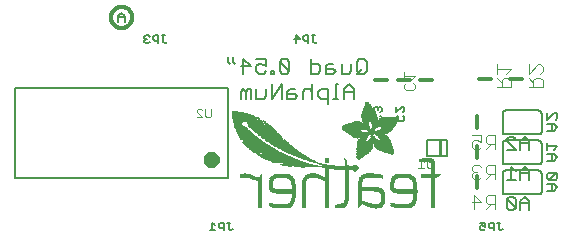
<source format=gbr>
G04 EAGLE Gerber RS-274X export*
G75*
%MOMM*%
%FSLAX34Y34*%
%LPD*%
%INSilkscreen Bottom*%
%IPPOS*%
%AMOC8*
5,1,8,0,0,1.08239X$1,22.5*%
G01*
%ADD10C,0.127000*%
%ADD11C,0.203200*%
%ADD12C,0.304800*%
%ADD13C,0.101600*%
%ADD14C,0.076200*%
%ADD15C,0.812800*%
%ADD16C,0.152400*%
%ADD17R,0.182878X0.020319*%
%ADD18R,0.792478X0.020322*%
%ADD19R,0.447041X0.020322*%
%ADD20R,0.792481X0.020322*%
%ADD21R,0.325122X0.020319*%
%ADD22R,1.097278X0.020319*%
%ADD23R,0.629919X0.020319*%
%ADD24R,0.020319X0.020319*%
%ADD25R,0.568963X0.020319*%
%ADD26R,0.325119X0.020319*%
%ADD27R,1.097281X0.020319*%
%ADD28R,0.325122X0.020322*%
%ADD29R,1.300478X0.020322*%
%ADD30R,0.751841X0.020322*%
%ADD31R,0.040641X0.020322*%
%ADD32R,0.670563X0.020322*%
%ADD33R,0.325119X0.020322*%
%ADD34R,1.300481X0.020322*%
%ADD35R,1.442719X0.020319*%
%ADD36R,0.873759X0.020319*%
%ADD37R,0.060959X0.020319*%
%ADD38R,0.731522X0.020319*%
%ADD39R,1.442722X0.020319*%
%ADD40R,1.605278X0.020319*%
%ADD41R,0.975359X0.020319*%
%ADD42R,0.081278X0.020319*%
%ADD43R,0.772163X0.020319*%
%ADD44R,1.584963X0.020319*%
%ADD45R,1.706881X0.020322*%
%ADD46R,1.056641X0.020322*%
%ADD47R,0.101600X0.020322*%
%ADD48R,1.706878X0.020322*%
%ADD49R,1.828800X0.020319*%
%ADD50R,1.158241X0.020319*%
%ADD51R,0.121919X0.020319*%
%ADD52R,0.833122X0.020319*%
%ADD53R,1.889759X0.020322*%
%ADD54R,1.239519X0.020322*%
%ADD55R,0.121919X0.020322*%
%ADD56R,0.853441X0.020322*%
%ADD57R,1.889763X0.020322*%
%ADD58R,1.910078X0.020319*%
%ADD59R,1.300481X0.020319*%
%ADD60R,0.142241X0.020319*%
%ADD61R,0.873762X0.020319*%
%ADD62R,1.910081X0.020319*%
%ADD63R,1.930400X0.020319*%
%ADD64R,1.381759X0.020319*%
%ADD65R,0.162559X0.020319*%
%ADD66R,0.894081X0.020319*%
%ADD67R,1.950719X0.020322*%
%ADD68R,1.463041X0.020322*%
%ADD69R,0.182878X0.020322*%
%ADD70R,0.914400X0.020322*%
%ADD71R,1.950722X0.020322*%
%ADD72R,1.971041X0.020319*%
%ADD73R,1.524000X0.020319*%
%ADD74R,0.203200X0.020319*%
%ADD75R,0.934722X0.020319*%
%ADD76R,1.991359X0.020322*%
%ADD77R,1.584959X0.020322*%
%ADD78R,0.223519X0.020322*%
%ADD79R,0.934719X0.020322*%
%ADD80R,1.991363X0.020322*%
%ADD81R,2.011678X0.020319*%
%ADD82R,1.625600X0.020319*%
%ADD83R,0.243841X0.020319*%
%ADD84R,0.853441X0.020319*%
%ADD85R,2.011681X0.020319*%
%ADD86R,2.032000X0.020319*%
%ADD87R,1.706881X0.020319*%
%ADD88R,0.264159X0.020319*%
%ADD89R,0.751841X0.020319*%
%ADD90R,2.032000X0.020322*%
%ADD91R,0.568959X0.020322*%
%ADD92R,1.036322X0.020322*%
%ADD93R,0.284478X0.020322*%
%ADD94R,0.690881X0.020322*%
%ADD95R,0.548641X0.020319*%
%ADD96R,0.528319X0.020319*%
%ADD97R,0.487678X0.020319*%
%ADD98R,0.914400X0.020319*%
%ADD99R,0.284478X0.020319*%
%ADD100R,0.589281X0.020319*%
%ADD101R,0.528322X0.020319*%
%ADD102R,0.487678X0.020322*%
%ADD103R,1.158241X0.020322*%
%ADD104R,0.528319X0.020322*%
%ADD105R,0.487681X0.020322*%
%ADD106R,0.284481X0.020322*%
%ADD107R,0.467363X0.020319*%
%ADD108R,0.101600X0.020319*%
%ADD109R,0.426722X0.020319*%
%ADD110R,1.056641X0.020319*%
%ADD111R,0.467359X0.020319*%
%ADD112R,0.406400X0.020319*%
%ADD113R,0.447041X0.020319*%
%ADD114R,0.426719X0.020319*%
%ADD115R,0.406400X0.020322*%
%ADD116R,0.386081X0.020322*%
%ADD117R,0.894078X0.020322*%
%ADD118R,0.386081X0.020319*%
%ADD119R,0.365759X0.020319*%
%ADD120R,0.812800X0.020319*%
%ADD121R,0.386078X0.020322*%
%ADD122R,0.365759X0.020322*%
%ADD123R,0.670559X0.020319*%
%ADD124R,0.345438X0.020319*%
%ADD125R,0.609600X0.020319*%
%ADD126R,0.345438X0.020322*%
%ADD127R,0.548641X0.020322*%
%ADD128R,0.365762X0.020322*%
%ADD129R,0.345441X0.020319*%
%ADD130R,0.345441X0.020322*%
%ADD131R,0.426719X0.020322*%
%ADD132R,0.304800X0.020319*%
%ADD133R,0.304800X0.020322*%
%ADD134R,1.727200X0.020322*%
%ADD135R,1.849122X0.020319*%
%ADD136R,1.849119X0.020319*%
%ADD137R,1.971041X0.020322*%
%ADD138R,1.971037X0.020322*%
%ADD139R,2.052322X0.020322*%
%ADD140R,0.467363X0.020322*%
%ADD141R,2.052319X0.020322*%
%ADD142R,2.092959X0.020319*%
%ADD143R,2.113281X0.020319*%
%ADD144R,0.589278X0.020319*%
%ADD145R,2.113278X0.020319*%
%ADD146R,2.133600X0.020322*%
%ADD147R,2.153922X0.020319*%
%ADD148R,1.198881X0.020319*%
%ADD149R,2.153919X0.020319*%
%ADD150R,2.174241X0.020322*%
%ADD151R,1.503678X0.020322*%
%ADD152R,2.174238X0.020322*%
%ADD153R,2.194559X0.020319*%
%ADD154R,2.214881X0.020322*%
%ADD155R,2.072641X0.020322*%
%ADD156R,2.214878X0.020322*%
%ADD157R,2.214881X0.020319*%
%ADD158R,2.052319X0.020319*%
%ADD159R,2.214878X0.020319*%
%ADD160R,2.235200X0.020322*%
%ADD161R,0.508000X0.020319*%
%ADD162R,0.426722X0.020322*%
%ADD163R,1.869441X0.020322*%
%ADD164R,1.808478X0.020319*%
%ADD165R,1.747519X0.020319*%
%ADD166R,1.625600X0.020322*%
%ADD167R,0.487681X0.020319*%
%ADD168R,0.467359X0.020322*%
%ADD169R,0.365762X0.020319*%
%ADD170R,0.629919X0.020322*%
%ADD171R,0.386078X0.020319*%
%ADD172R,0.711200X0.020319*%
%ADD173R,0.670559X0.020322*%
%ADD174R,0.772159X0.020322*%
%ADD175R,0.731519X0.020319*%
%ADD176R,0.447038X0.020322*%
%ADD177R,0.873759X0.020322*%
%ADD178R,0.955041X0.020319*%
%ADD179R,0.568959X0.020319*%
%ADD180R,0.548638X0.020319*%
%ADD181R,1.178559X0.020322*%
%ADD182R,0.650241X0.020322*%
%ADD183R,0.995678X0.020322*%
%ADD184R,0.508000X0.020322*%
%ADD185R,1.219200X0.020319*%
%ADD186R,1.402081X0.020319*%
%ADD187R,1.910078X0.020322*%
%ADD188R,1.910081X0.020322*%
%ADD189R,0.243841X0.020322*%
%ADD190R,1.361441X0.020322*%
%ADD191R,1.280159X0.020319*%
%ADD192R,1.869441X0.020319*%
%ADD193R,1.645922X0.020319*%
%ADD194R,0.223519X0.020319*%
%ADD195R,1.341122X0.020319*%
%ADD196R,1.320800X0.020319*%
%ADD197R,1.584959X0.020319*%
%ADD198R,1.341119X0.020322*%
%ADD199R,1.808478X0.020322*%
%ADD200R,1.524000X0.020322*%
%ADD201R,1.808481X0.020322*%
%ADD202R,0.203200X0.020322*%
%ADD203R,1.259841X0.020322*%
%ADD204R,1.767841X0.020319*%
%ADD205R,1.483359X0.020319*%
%ADD206R,1.767838X0.020319*%
%ADD207R,0.182881X0.020319*%
%ADD208R,1.402081X0.020322*%
%ADD209R,1.849119X0.020322*%
%ADD210R,1.422400X0.020322*%
%ADD211R,0.162559X0.020322*%
%ADD212R,1.178562X0.020322*%
%ADD213R,1.686559X0.020319*%
%ADD214R,1.361441X0.020319*%
%ADD215R,1.686563X0.020319*%
%ADD216R,1.137922X0.020319*%
%ADD217R,1.300478X0.020319*%
%ADD218R,1.605281X0.020319*%
%ADD219R,1.503681X0.020322*%
%ADD220R,1.564641X0.020322*%
%ADD221R,1.788159X0.020322*%
%ADD222R,1.219200X0.020322*%
%ADD223R,1.564638X0.020322*%
%ADD224R,1.544319X0.020319*%
%ADD225R,1.137919X0.020319*%
%ADD226R,1.483363X0.020319*%
%ADD227R,0.081281X0.020319*%
%ADD228R,1.016000X0.020319*%
%ADD229R,1.402078X0.020322*%
%ADD230R,1.666241X0.020322*%
%ADD231R,1.381759X0.020322*%
%ADD232R,0.081281X0.020322*%
%ADD233R,0.955041X0.020322*%
%ADD234R,1.564638X0.020319*%
%ADD235R,1.645919X0.020319*%
%ADD236R,1.178559X0.020319*%
%ADD237R,0.040641X0.020319*%
%ADD238R,0.975359X0.020322*%
%ADD239R,1.239522X0.020322*%
%ADD240R,0.020319X0.020322*%
%ADD241R,0.772163X0.020322*%
%ADD242R,0.670563X0.020319*%
%ADD243R,1.036322X0.020319*%
%ADD244R,0.182881X0.020322*%
%ADD245R,1.117600X0.020319*%
%ADD246R,2.336800X0.020319*%
%ADD247R,2.479038X0.020322*%
%ADD248R,2.824478X0.020319*%
%ADD249R,2.824478X0.020322*%
%ADD250R,2.824481X0.020319*%
%ADD251R,2.946400X0.020319*%
%ADD252R,3.048000X0.020322*%
%ADD253R,0.264159X0.020322*%
%ADD254R,3.149600X0.020319*%
%ADD255R,2.438400X0.020322*%
%ADD256R,0.284481X0.020319*%
%ADD257R,3.962400X0.020319*%
%ADD258R,1.564641X0.020319*%
%ADD259R,1.950719X0.020319*%
%ADD260R,0.264163X0.020322*%
%ADD261R,1.076959X0.020322*%
%ADD262R,0.589281X0.020322*%
%ADD263R,0.264163X0.020319*%
%ADD264R,0.792478X0.020319*%
%ADD265R,1.666241X0.020319*%
%ADD266R,0.833119X0.020319*%
%ADD267R,1.544322X0.020322*%
%ADD268R,1.036319X0.020322*%
%ADD269R,1.239519X0.020319*%
%ADD270R,1.259838X0.020319*%
%ADD271R,1.422400X0.020319*%
%ADD272R,0.223522X0.020322*%
%ADD273R,2.722881X0.020322*%
%ADD274R,0.223522X0.020319*%
%ADD275R,2.702559X0.020319*%
%ADD276R,2.580641X0.020322*%
%ADD277R,2.438400X0.020319*%
%ADD278R,2.275841X0.020319*%
%ADD279R,0.142241X0.020322*%
%ADD280R,2.153922X0.020322*%
%ADD281R,0.142238X0.020322*%
%ADD282R,0.162562X0.020319*%
%ADD283R,0.792481X0.020319*%
%ADD284R,1.544319X0.020322*%
%ADD285R,0.975363X0.020322*%
%ADD286R,1.341122X0.020322*%
%ADD287R,1.280159X0.020322*%
%ADD288R,0.121922X0.020319*%
%ADD289R,1.239522X0.020319*%
%ADD290R,1.361438X0.020319*%
%ADD291R,0.121922X0.020322*%
%ADD292R,2.397759X0.020322*%
%ADD293R,2.255519X0.020319*%
%ADD294R,1.991359X0.020319*%
%ADD295R,2.600959X0.020319*%
%ADD296R,1.198878X0.020322*%
%ADD297R,0.060963X0.020319*%
%ADD298R,1.158238X0.020322*%
%ADD299R,0.060963X0.020322*%
%ADD300R,0.589278X0.020322*%
%ADD301R,2.580641X0.020319*%
%ADD302R,0.650241X0.020319*%
%ADD303R,2.560322X0.020319*%
%ADD304R,2.560322X0.020322*%
%ADD305R,0.020322X0.020319*%
%ADD306R,0.690881X0.020319*%
%ADD307R,2.540000X0.020319*%
%ADD308R,0.020322X0.020322*%
%ADD309R,0.731519X0.020322*%
%ADD310R,2.540000X0.020322*%
%ADD311R,0.751838X0.020319*%
%ADD312R,2.519681X0.020319*%
%ADD313R,2.499359X0.020322*%
%ADD314R,2.479041X0.020319*%
%ADD315R,0.812800X0.020322*%
%ADD316R,2.479041X0.020322*%
%ADD317R,0.853438X0.020319*%
%ADD318R,2.458719X0.020319*%
%ADD319R,0.873762X0.020322*%
%ADD320R,2.458719X0.020322*%
%ADD321R,0.894078X0.020319*%
%ADD322R,0.934719X0.020319*%
%ADD323R,2.397763X0.020319*%
%ADD324R,2.397759X0.020319*%
%ADD325R,1.016000X0.020322*%
%ADD326R,2.377441X0.020322*%
%ADD327R,1.036319X0.020319*%
%ADD328R,2.072641X0.020319*%
%ADD329R,1.930400X0.020322*%
%ADD330R,1.808481X0.020319*%
%ADD331R,1.686559X0.020322*%
%ADD332R,1.137919X0.020322*%
%ADD333R,1.076959X0.020319*%
%ADD334R,1.056638X0.020319*%
%ADD335R,1.198878X0.020319*%
%ADD336R,1.137922X0.020322*%
%ADD337R,2.255522X0.020322*%
%ADD338R,1.158238X0.020319*%
%ADD339R,2.235200X0.020319*%
%ADD340R,1.076963X0.020322*%
%ADD341R,2.194559X0.020322*%
%ADD342R,2.174238X0.020319*%
%ADD343R,0.060959X0.020322*%
%ADD344R,1.280163X0.020319*%
%ADD345R,1.320800X0.020322*%
%ADD346R,2.113278X0.020322*%
%ADD347R,2.092963X0.020319*%
%ADD348R,1.361438X0.020322*%
%ADD349R,1.402078X0.020319*%
%ADD350R,2.072637X0.020319*%
%ADD351R,2.052322X0.020319*%
%ADD352R,1.442719X0.020322*%
%ADD353R,2.011681X0.020322*%
%ADD354R,1.463041X0.020319*%
%ADD355R,1.483359X0.020322*%
%ADD356R,1.463037X0.020319*%
%ADD357R,1.503678X0.020319*%
%ADD358R,1.117600X0.020322*%
%ADD359R,1.889759X0.020319*%
%ADD360R,1.869438X0.020319*%
%ADD361R,1.849122X0.020322*%
%ADD362R,1.280163X0.020322*%
%ADD363R,1.788159X0.020319*%
%ADD364R,1.767841X0.020322*%
%ADD365R,0.142238X0.020319*%
%ADD366R,1.463037X0.020322*%
%ADD367R,0.995681X0.020319*%
%ADD368R,0.081278X0.020322*%
%ADD369R,1.503681X0.020319*%
%ADD370R,1.544322X0.020319*%
%ADD371R,1.645919X0.020322*%
%ADD372R,1.605281X0.020322*%
%ADD373R,1.727200X0.020319*%
%ADD374R,0.162562X0.020322*%
%ADD375R,1.584963X0.020322*%
%ADD376R,1.605278X0.020322*%
%ADD377R,1.381763X0.020319*%
%ADD378R,1.666238X0.020319*%
%ADD379R,1.341119X0.020319*%
%ADD380R,1.828800X0.020322*%
%ADD381R,1.198881X0.020322*%
%ADD382R,1.056638X0.020322*%
%ADD383R,0.772159X0.020319*%
%ADD384R,1.097281X0.020322*%
%ADD385R,1.076963X0.020319*%
%ADD386R,1.259841X0.020319*%
%ADD387R,0.609600X0.020322*%
%ADD388R,0.731522X0.020322*%
%ADD389R,0.711200X0.020322*%
%ADD390R,0.690878X0.020319*%
%ADD391R,0.690878X0.020322*%
%ADD392R,0.243838X0.020319*%
%ADD393R,0.934722X0.020322*%
%ADD394R,2.133600X0.020319*%
%ADD395R,2.113281X0.020322*%
%ADD396R,2.072637X0.020322*%
%ADD397R,2.011678X0.020322*%
%ADD398R,1.950722X0.020319*%
%ADD399R,1.706878X0.020319*%
%ADD400R,1.483363X0.020322*%
%ADD401R,0.528322X0.020322*%
%ADD402R,0.068600X0.007600*%
%ADD403R,0.114300X0.007600*%
%ADD404R,0.152400X0.007700*%
%ADD405R,0.182900X0.007600*%
%ADD406R,0.205700X0.007600*%
%ADD407R,0.228600X0.007600*%
%ADD408R,0.259100X0.007600*%
%ADD409R,0.274300X0.007700*%
%ADD410R,0.289500X0.007600*%
%ADD411R,0.304800X0.007600*%
%ADD412R,0.320100X0.007600*%
%ADD413R,0.342900X0.007600*%
%ADD414R,0.350500X0.007700*%
%ADD415R,0.365800X0.007600*%
%ADD416R,0.381000X0.007600*%
%ADD417R,0.388600X0.007600*%
%ADD418R,0.403800X0.007600*%
%ADD419R,0.419100X0.007700*%
%ADD420R,0.426700X0.007600*%
%ADD421R,0.441900X0.007600*%
%ADD422R,0.449600X0.007600*%
%ADD423R,0.464800X0.007600*%
%ADD424R,0.480000X0.007700*%
%ADD425R,0.487600X0.007600*%
%ADD426R,0.495300X0.007600*%
%ADD427R,0.510500X0.007600*%
%ADD428R,0.518100X0.007600*%
%ADD429R,0.525700X0.007700*%
%ADD430R,0.541000X0.007600*%
%ADD431R,0.548600X0.007600*%
%ADD432R,0.563800X0.007600*%
%ADD433R,0.571500X0.007600*%
%ADD434R,0.579100X0.007700*%
%ADD435R,0.594300X0.007600*%
%ADD436R,0.601900X0.007600*%
%ADD437R,0.609600X0.007600*%
%ADD438R,0.624800X0.007600*%
%ADD439R,0.632400X0.007700*%
%ADD440R,0.640000X0.007600*%
%ADD441R,0.655300X0.007600*%
%ADD442R,0.662900X0.007600*%
%ADD443R,0.678100X0.007600*%
%ADD444R,0.685800X0.007700*%
%ADD445R,0.693400X0.007600*%
%ADD446R,0.708600X0.007600*%
%ADD447R,0.716200X0.007600*%
%ADD448R,0.723900X0.007600*%
%ADD449R,0.739100X0.007700*%
%ADD450R,0.746700X0.007600*%
%ADD451R,0.754300X0.007600*%
%ADD452R,0.769600X0.007600*%
%ADD453R,0.777200X0.007600*%
%ADD454R,0.792400X0.007700*%
%ADD455R,0.800100X0.007600*%
%ADD456R,0.807700X0.007600*%
%ADD457R,0.822900X0.007600*%
%ADD458R,0.830500X0.007600*%
%ADD459R,0.838200X0.007700*%
%ADD460R,0.091500X0.007600*%
%ADD461R,0.853400X0.007600*%
%ADD462R,0.144700X0.007600*%
%ADD463R,0.861000X0.007600*%
%ADD464R,0.190500X0.007600*%
%ADD465R,0.876300X0.007600*%
%ADD466R,0.221000X0.007600*%
%ADD467R,0.883900X0.007600*%
%ADD468R,0.259000X0.007700*%
%ADD469R,0.891500X0.007700*%
%ADD470R,0.289600X0.007600*%
%ADD471R,0.906700X0.007600*%
%ADD472R,0.914400X0.007600*%
%ADD473R,0.350500X0.007600*%
%ADD474R,0.922000X0.007600*%
%ADD475R,0.937200X0.007600*%
%ADD476R,0.411400X0.007700*%
%ADD477R,0.944800X0.007700*%
%ADD478R,0.434300X0.007600*%
%ADD479R,0.952500X0.007600*%
%ADD480R,0.464900X0.007600*%
%ADD481R,0.967700X0.007600*%
%ADD482R,0.975300X0.007600*%
%ADD483R,0.518200X0.007600*%
%ADD484R,0.990600X0.007600*%
%ADD485R,0.548600X0.007700*%
%ADD486R,0.998200X0.007700*%
%ADD487R,1.005800X0.007600*%
%ADD488R,0.594400X0.007600*%
%ADD489R,1.021000X0.007600*%
%ADD490R,0.617200X0.007600*%
%ADD491R,1.028700X0.007600*%
%ADD492R,0.647700X0.007600*%
%ADD493R,1.036300X0.007600*%
%ADD494R,0.670500X0.007700*%
%ADD495R,1.051500X0.007700*%
%ADD496R,1.059100X0.007600*%
%ADD497R,0.716300X0.007600*%
%ADD498R,1.066800X0.007600*%
%ADD499R,0.739100X0.007600*%
%ADD500R,1.074400X0.007600*%
%ADD501R,0.762000X0.007600*%
%ADD502R,1.089600X0.007600*%
%ADD503R,0.784800X0.007700*%
%ADD504R,1.097200X0.007700*%
%ADD505R,1.104900X0.007600*%
%ADD506R,0.830600X0.007600*%
%ADD507R,1.112500X0.007600*%
%ADD508R,0.845800X0.007600*%
%ADD509R,1.120100X0.007600*%
%ADD510R,0.868700X0.007600*%
%ADD511R,1.127700X0.007600*%
%ADD512R,1.135300X0.007700*%
%ADD513R,1.143000X0.007600*%
%ADD514R,0.944900X0.007600*%
%ADD515R,1.150600X0.007600*%
%ADD516R,0.960100X0.007600*%
%ADD517R,1.158200X0.007600*%
%ADD518R,0.983000X0.007600*%
%ADD519R,1.165800X0.007600*%
%ADD520R,1.005900X0.007700*%
%ADD521R,1.173400X0.007700*%
%ADD522R,1.021100X0.007600*%
%ADD523R,1.181100X0.007600*%
%ADD524R,1.044000X0.007600*%
%ADD525R,1.188700X0.007600*%
%ADD526R,1.196300X0.007600*%
%ADD527R,1.082000X0.007600*%
%ADD528R,1.203900X0.007600*%
%ADD529R,1.104900X0.007700*%
%ADD530R,1.211500X0.007700*%
%ADD531R,1.211500X0.007600*%
%ADD532R,1.219200X0.007600*%
%ADD533R,1.226800X0.007600*%
%ADD534R,1.234400X0.007600*%
%ADD535R,1.188700X0.007700*%
%ADD536R,1.242000X0.007700*%
%ADD537R,1.242000X0.007600*%
%ADD538R,1.211600X0.007600*%
%ADD539R,1.249600X0.007600*%
%ADD540R,1.257300X0.007600*%
%ADD541R,1.264900X0.007600*%
%ADD542R,1.242100X0.007700*%
%ADD543R,1.264900X0.007700*%
%ADD544R,1.272500X0.007600*%
%ADD545R,1.265000X0.007600*%
%ADD546R,1.280100X0.007600*%
%ADD547R,1.272600X0.007600*%
%ADD548R,1.287700X0.007600*%
%ADD549R,1.287800X0.007600*%
%ADD550R,1.295400X0.007700*%
%ADD551R,1.303000X0.007600*%
%ADD552R,1.318200X0.007600*%
%ADD553R,1.310600X0.007600*%
%ADD554R,1.325900X0.007600*%
%ADD555R,1.341100X0.007700*%
%ADD556R,1.318200X0.007700*%
%ADD557R,1.341100X0.007600*%
%ADD558R,1.325800X0.007600*%
%ADD559R,1.348700X0.007600*%
%ADD560R,1.364000X0.007600*%
%ADD561R,1.333500X0.007600*%
%ADD562R,1.371600X0.007700*%
%ADD563R,1.379200X0.007600*%
%ADD564R,1.379300X0.007600*%
%ADD565R,1.386900X0.007600*%
%ADD566R,1.394500X0.007600*%
%ADD567R,1.356300X0.007600*%
%ADD568R,1.394400X0.007700*%
%ADD569R,1.356300X0.007700*%
%ADD570R,1.402000X0.007600*%
%ADD571R,1.409700X0.007600*%
%ADD572R,1.363900X0.007600*%
%ADD573R,1.417300X0.007600*%
%ADD574R,1.371600X0.007600*%
%ADD575R,1.424900X0.007700*%
%ADD576R,1.424900X0.007600*%
%ADD577R,1.432600X0.007600*%
%ADD578R,1.440200X0.007600*%
%ADD579R,1.386800X0.007600*%
%ADD580R,1.447800X0.007700*%
%ADD581R,1.386800X0.007700*%
%ADD582R,1.447800X0.007600*%
%ADD583R,1.455500X0.007600*%
%ADD584R,1.394400X0.007600*%
%ADD585R,1.463100X0.007600*%
%ADD586R,1.455400X0.007700*%
%ADD587R,1.463000X0.007600*%
%ADD588R,1.470600X0.007600*%
%ADD589R,1.470600X0.007700*%
%ADD590R,1.409700X0.007700*%
%ADD591R,1.470700X0.007600*%
%ADD592R,1.402100X0.007600*%
%ADD593R,1.478300X0.007600*%
%ADD594R,1.478300X0.007700*%
%ADD595R,1.402100X0.007700*%
%ADD596R,1.485900X0.007600*%
%ADD597R,1.485900X0.007700*%
%ADD598R,1.493500X0.007700*%
%ADD599R,1.493500X0.007600*%
%ADD600R,1.394500X0.007700*%
%ADD601R,1.493600X0.007700*%
%ADD602R,1.386900X0.007700*%
%ADD603R,1.379200X0.007700*%
%ADD604R,2.857500X0.007700*%
%ADD605R,2.857500X0.007600*%
%ADD606R,2.849900X0.007600*%
%ADD607R,2.842300X0.007600*%
%ADD608R,2.834700X0.007700*%
%ADD609R,2.827000X0.007600*%
%ADD610R,2.819400X0.007600*%
%ADD611R,2.811800X0.007600*%
%ADD612R,2.811800X0.007700*%
%ADD613R,2.804100X0.007600*%
%ADD614R,2.796500X0.007600*%
%ADD615R,1.966000X0.007600*%
%ADD616R,1.943100X0.007600*%
%ADD617R,0.754400X0.007600*%
%ADD618R,1.927900X0.007700*%
%ADD619R,0.746700X0.007700*%
%ADD620R,1.912600X0.007600*%
%ADD621R,0.731500X0.007600*%
%ADD622R,1.905000X0.007600*%
%ADD623R,1.882200X0.007600*%
%ADD624R,1.874600X0.007600*%
%ADD625R,1.866900X0.007700*%
%ADD626R,0.708700X0.007700*%
%ADD627R,1.851600X0.007600*%
%ADD628R,0.701100X0.007600*%
%ADD629R,1.844000X0.007600*%
%ADD630R,1.836400X0.007600*%
%ADD631R,1.821200X0.007600*%
%ADD632R,0.685800X0.007600*%
%ADD633R,1.813500X0.007700*%
%ADD634R,1.805900X0.007600*%
%ADD635R,0.678200X0.007600*%
%ADD636R,1.790700X0.007600*%
%ADD637R,0.670600X0.007600*%
%ADD638R,1.775500X0.007600*%
%ADD639R,1.767900X0.007700*%
%ADD640R,0.663000X0.007700*%
%ADD641R,1.760200X0.007600*%
%ADD642R,1.752600X0.007600*%
%ADD643R,0.937300X0.007600*%
%ADD644R,0.792500X0.007600*%
%ADD645R,0.899100X0.007600*%
%ADD646R,0.883900X0.007700*%
%ADD647R,0.716300X0.007700*%
%ADD648R,0.647700X0.007700*%
%ADD649R,0.640100X0.007600*%
%ADD650R,0.632500X0.007600*%
%ADD651R,0.655400X0.007600*%
%ADD652R,0.632400X0.007600*%
%ADD653R,0.845800X0.007700*%
%ADD654R,0.617200X0.007700*%
%ADD655R,0.624800X0.007700*%
%ADD656R,0.602000X0.007600*%
%ADD657R,0.838200X0.007600*%
%ADD658R,0.586700X0.007600*%
%ADD659R,0.548700X0.007600*%
%ADD660R,0.830500X0.007700*%
%ADD661R,0.541000X0.007700*%
%ADD662R,0.594300X0.007700*%
%ADD663R,0.525800X0.007600*%
%ADD664R,0.586800X0.007600*%
%ADD665R,0.815300X0.007600*%
%ADD666R,0.579200X0.007600*%
%ADD667R,0.815400X0.007600*%
%ADD668R,0.815400X0.007700*%
%ADD669R,0.571500X0.007700*%
%ADD670R,0.807800X0.007600*%
%ADD671R,0.563900X0.007600*%
%ADD672R,0.457200X0.007600*%
%ADD673R,0.442000X0.007600*%
%ADD674R,0.556300X0.007600*%
%ADD675R,0.807700X0.007700*%
%ADD676R,0.411500X0.007600*%
%ADD677R,0.533400X0.007600*%
%ADD678R,0.076200X0.007600*%
%ADD679R,0.403900X0.007600*%
%ADD680R,0.525700X0.007600*%
%ADD681R,0.388700X0.007600*%
%ADD682R,0.297200X0.007600*%
%ADD683R,0.373400X0.007700*%
%ADD684R,0.503000X0.007700*%
%ADD685R,0.426800X0.007700*%
%ADD686R,0.358100X0.007600*%
%ADD687R,0.502900X0.007600*%
%ADD688R,0.472400X0.007600*%
%ADD689R,0.487700X0.007600*%
%ADD690R,0.335300X0.007600*%
%ADD691R,0.792500X0.007700*%
%ADD692R,0.327600X0.007700*%
%ADD693R,0.472400X0.007700*%
%ADD694R,0.640000X0.007700*%
%ADD695R,0.784800X0.007600*%
%ADD696R,0.320000X0.007600*%
%ADD697R,0.792400X0.007600*%
%ADD698R,1.173400X0.007600*%
%ADD699R,1.196400X0.007600*%
%ADD700R,0.784900X0.007600*%
%ADD701R,0.784900X0.007700*%
%ADD702R,0.297200X0.007700*%
%ADD703R,1.249700X0.007600*%
%ADD704R,0.281900X0.007600*%
%ADD705R,1.295400X0.007600*%
%ADD706R,0.266700X0.007600*%
%ADD707R,0.777300X0.007700*%
%ADD708R,0.266700X0.007700*%
%ADD709R,1.333500X0.007700*%
%ADD710R,0.777300X0.007600*%
%ADD711R,1.348800X0.007600*%
%ADD712R,0.251500X0.007600*%
%ADD713R,0.243900X0.007700*%
%ADD714R,0.243900X0.007600*%
%ADD715R,1.440100X0.007600*%
%ADD716R,0.236200X0.007600*%
%ADD717R,0.762000X0.007700*%
%ADD718R,0.236200X0.007700*%
%ADD719R,1.508700X0.007700*%
%ADD720R,1.531600X0.007600*%
%ADD721R,1.546900X0.007600*%
%ADD722R,1.569700X0.007600*%
%ADD723R,1.585000X0.007600*%
%ADD724R,0.746800X0.007700*%
%ADD725R,1.607800X0.007700*%
%ADD726R,0.243800X0.007600*%
%ADD727R,1.630700X0.007600*%
%ADD728R,1.653500X0.007600*%
%ADD729R,0.739200X0.007600*%
%ADD730R,1.684000X0.007600*%
%ADD731R,2.019300X0.007600*%
%ADD732R,0.731500X0.007700*%
%ADD733R,2.026900X0.007700*%
%ADD734R,2.049800X0.007600*%
%ADD735R,2.057400X0.007600*%
%ADD736R,0.708700X0.007600*%
%ADD737R,2.072600X0.007600*%
%ADD738R,0.701000X0.007600*%
%ADD739R,2.095500X0.007600*%
%ADD740R,0.693500X0.007700*%
%ADD741R,2.110800X0.007700*%
%ADD742R,2.141200X0.007600*%
%ADD743R,0.060900X0.007600*%
%ADD744R,2.872700X0.007600*%
%ADD745R,3.124200X0.007600*%
%ADD746R,3.177600X0.007600*%
%ADD747R,3.215600X0.007700*%
%ADD748R,3.253700X0.007600*%
%ADD749R,3.284300X0.007600*%
%ADD750R,3.314700X0.007600*%
%ADD751R,3.352800X0.007600*%
%ADD752R,3.375600X0.007700*%
%ADD753R,3.406200X0.007600*%
%ADD754R,3.429000X0.007600*%
%ADD755R,3.451800X0.007600*%
%ADD756R,3.482400X0.007600*%
%ADD757R,1.828800X0.007700*%
%ADD758R,1.539300X0.007700*%
%ADD759R,1.767900X0.007600*%
%ADD760R,1.767800X0.007600*%
%ADD761R,1.760200X0.007700*%
%ADD762R,1.760300X0.007600*%
%ADD763R,1.775400X0.007700*%
%ADD764R,1.379300X0.007700*%
%ADD765R,1.783000X0.007600*%
%ADD766R,1.813500X0.007600*%
%ADD767R,1.821100X0.007700*%
%ADD768R,0.503000X0.007600*%
%ADD769R,1.135400X0.007600*%
%ADD770R,1.127700X0.007700*%
%ADD771R,0.487700X0.007700*%
%ADD772R,1.120200X0.007600*%
%ADD773R,1.097300X0.007600*%
%ADD774R,0.510600X0.007600*%
%ADD775R,1.074400X0.007700*%
%ADD776R,0.525800X0.007700*%
%ADD777R,1.440200X0.007700*%
%ADD778R,1.059200X0.007600*%
%ADD779R,1.051600X0.007600*%
%ADD780R,1.051500X0.007600*%
%ADD781R,1.043900X0.007700*%
%ADD782R,0.602000X0.007700*%
%ADD783R,1.524000X0.007600*%
%ADD784R,1.539300X0.007600*%
%ADD785R,1.592600X0.007600*%
%ADD786R,1.021100X0.007700*%
%ADD787R,1.615400X0.007700*%
%ADD788R,1.013400X0.007600*%
%ADD789R,1.653600X0.007600*%
%ADD790R,1.013500X0.007600*%
%ADD791R,1.699300X0.007600*%
%ADD792R,2.743200X0.007600*%
%ADD793R,1.005900X0.007600*%
%ADD794R,2.415500X0.007600*%
%ADD795R,1.005800X0.007700*%
%ADD796R,0.281900X0.007700*%
%ADD797R,2.408000X0.007700*%
%ADD798R,2.407900X0.007600*%
%ADD799R,0.998200X0.007600*%
%ADD800R,0.282000X0.007600*%
%ADD801R,0.998300X0.007600*%
%ADD802R,2.400300X0.007600*%
%ADD803R,0.289500X0.007700*%
%ADD804R,2.400300X0.007700*%
%ADD805R,0.297100X0.007600*%
%ADD806R,0.312400X0.007600*%
%ADD807R,2.392700X0.007600*%
%ADD808R,0.990600X0.007700*%
%ADD809R,0.327700X0.007700*%
%ADD810R,2.392700X0.007700*%
%ADD811R,2.385100X0.007600*%
%ADD812R,0.381000X0.007700*%
%ADD813R,2.377400X0.007700*%
%ADD814R,2.377400X0.007600*%
%ADD815R,2.369800X0.007600*%
%ADD816R,0.419100X0.007600*%
%ADD817R,2.362200X0.007600*%
%ADD818R,0.426800X0.007600*%
%ADD819R,1.036300X0.007700*%
%ADD820R,0.442000X0.007700*%
%ADD821R,2.354600X0.007700*%
%ADD822R,2.354600X0.007600*%
%ADD823R,0.480100X0.007600*%
%ADD824R,2.347000X0.007600*%
%ADD825R,1.074500X0.007600*%
%ADD826R,2.339400X0.007600*%
%ADD827R,1.082100X0.007700*%
%ADD828R,0.548700X0.007700*%
%ADD829R,2.331800X0.007700*%
%ADD830R,2.331800X0.007600*%
%ADD831R,0.624900X0.007600*%
%ADD832R,2.324100X0.007600*%
%ADD833R,1.859300X0.007600*%
%ADD834R,2.308800X0.007600*%
%ADD835R,2.301200X0.007700*%
%ADD836R,2.301200X0.007600*%
%ADD837R,2.293600X0.007600*%
%ADD838R,2.278400X0.007600*%
%ADD839R,1.889800X0.007600*%
%ADD840R,2.270700X0.007600*%
%ADD841R,1.897400X0.007700*%
%ADD842R,2.255500X0.007700*%
%ADD843R,1.897400X0.007600*%
%ADD844R,2.247900X0.007600*%
%ADD845R,2.232600X0.007600*%
%ADD846R,1.912700X0.007600*%
%ADD847R,2.209800X0.007600*%
%ADD848R,1.920300X0.007600*%
%ADD849R,2.186900X0.007600*%
%ADD850R,1.920300X0.007700*%
%ADD851R,2.171700X0.007700*%
%ADD852R,1.935500X0.007600*%
%ADD853R,2.148800X0.007600*%
%ADD854R,2.126000X0.007600*%
%ADD855R,1.950700X0.007600*%
%ADD856R,1.958400X0.007700*%
%ADD857R,2.042200X0.007700*%
%ADD858R,1.973600X0.007600*%
%ADD859R,1.996500X0.007600*%
%ADD860R,1.981200X0.007600*%
%ADD861R,1.988800X0.007600*%
%ADD862R,1.996400X0.007700*%
%ADD863R,1.996400X0.007600*%
%ADD864R,2.004100X0.007600*%
%ADD865R,1.874500X0.007600*%
%ADD866R,1.425000X0.007600*%
%ADD867R,2.026900X0.007600*%
%ADD868R,0.434400X0.007700*%
%ADD869R,1.364000X0.007700*%
%ADD870R,2.034500X0.007600*%
%ADD871R,0.434400X0.007600*%
%ADD872R,2.049700X0.007600*%
%ADD873R,2.065000X0.007700*%
%ADD874R,0.464800X0.007700*%
%ADD875R,1.196300X0.007700*%
%ADD876R,2.080300X0.007600*%
%ADD877R,1.158300X0.007600*%
%ADD878R,2.087900X0.007600*%
%ADD879R,0.472500X0.007600*%
%ADD880R,2.103100X0.007600*%
%ADD881R,2.118400X0.007600*%
%ADD882R,2.133600X0.007600*%
%ADD883R,2.148800X0.007700*%
%ADD884R,2.164000X0.007600*%
%ADD885R,2.171700X0.007600*%
%ADD886R,2.187000X0.007600*%
%ADD887R,0.556200X0.007600*%
%ADD888R,2.202200X0.007700*%
%ADD889R,0.556200X0.007700*%
%ADD890R,0.640100X0.007700*%
%ADD891R,0.579100X0.007600*%
%ADD892R,0.480000X0.007600*%
%ADD893R,1.752600X0.007700*%
%ADD894R,0.487600X0.007700*%
%ADD895R,0.594400X0.007700*%
%ADD896R,0.358100X0.007700*%
%ADD897R,0.099000X0.007600*%
%ADD898R,1.280200X0.007600*%
%ADD899R,1.745000X0.007600*%
%ADD900R,1.744900X0.007600*%
%ADD901R,1.737300X0.007700*%
%ADD902R,1.737400X0.007600*%
%ADD903R,1.729800X0.007600*%
%ADD904R,1.722200X0.007600*%
%ADD905R,1.722100X0.007600*%
%ADD906R,1.714500X0.007700*%
%ADD907R,1.356400X0.007700*%
%ADD908R,1.706900X0.007600*%
%ADD909R,1.356400X0.007600*%
%ADD910R,1.691700X0.007600*%
%ADD911R,1.668800X0.007700*%
%ADD912R,1.645900X0.007600*%
%ADD913R,1.623100X0.007600*%
%ADD914R,1.577400X0.007600*%
%ADD915R,1.554400X0.007600*%
%ADD916R,1.539200X0.007600*%
%ADD917R,1.524000X0.007700*%
%ADD918R,1.501100X0.007600*%
%ADD919R,1.455400X0.007600*%
%ADD920R,1.348800X0.007700*%
%ADD921R,1.318300X0.007600*%
%ADD922R,1.310600X0.007700*%
%ADD923R,1.287800X0.007700*%
%ADD924R,1.234500X0.007600*%
%ADD925R,1.226900X0.007600*%
%ADD926R,1.173500X0.007700*%
%ADD927R,1.173500X0.007600*%
%ADD928R,1.165900X0.007600*%
%ADD929R,1.143000X0.007700*%
%ADD930R,1.127800X0.007600*%
%ADD931R,1.097200X0.007600*%
%ADD932R,1.028700X0.007700*%
%ADD933R,0.982900X0.007600*%
%ADD934R,0.952500X0.007700*%
%ADD935R,0.929600X0.007600*%
%ADD936R,0.906800X0.007700*%
%ADD937R,0.906800X0.007600*%
%ADD938R,0.899200X0.007600*%
%ADD939R,0.884000X0.007600*%
%ADD940R,0.876300X0.007700*%
%ADD941R,0.830600X0.007700*%
%ADD942R,0.754400X0.007700*%
%ADD943R,0.746800X0.007600*%
%ADD944R,0.708600X0.007700*%
%ADD945R,0.678200X0.007700*%
%ADD946R,0.663000X0.007600*%
%ADD947R,0.632500X0.007700*%
%ADD948R,0.556300X0.007700*%
%ADD949R,0.518200X0.007700*%
%ADD950R,0.434300X0.007700*%
%ADD951R,0.396300X0.007700*%
%ADD952R,0.373300X0.007600*%
%ADD953R,0.365700X0.007600*%
%ADD954R,0.327700X0.007600*%
%ADD955R,0.304800X0.007700*%
%ADD956R,0.274300X0.007600*%
%ADD957R,0.243800X0.007700*%
%ADD958R,0.205800X0.007600*%
%ADD959R,0.152400X0.007600*%
%ADD960R,0.121900X0.007700*%


D10*
X240665Y-48895D02*
X246597Y-48895D01*
X249563Y-45929D01*
X246597Y-42963D01*
X240665Y-42963D01*
X245114Y-42963D02*
X245114Y-48895D01*
X242148Y-39540D02*
X248080Y-39540D01*
X249563Y-38057D01*
X249563Y-35091D01*
X248080Y-33608D01*
X242148Y-33608D01*
X240665Y-35091D01*
X240665Y-38057D01*
X242148Y-39540D01*
X248080Y-33608D01*
X246597Y1905D02*
X240665Y1905D01*
X246597Y1905D02*
X249563Y4871D01*
X246597Y7837D01*
X240665Y7837D01*
X245114Y7837D02*
X245114Y1905D01*
X240665Y11260D02*
X240665Y17192D01*
X240665Y11260D02*
X246597Y17192D01*
X248080Y17192D01*
X249563Y15709D01*
X249563Y12743D01*
X248080Y11260D01*
X246597Y-23495D02*
X240665Y-23495D01*
X246597Y-23495D02*
X249563Y-20529D01*
X246597Y-17563D01*
X240665Y-17563D01*
X245114Y-17563D02*
X245114Y-23495D01*
X246597Y-14140D02*
X249563Y-11174D01*
X240665Y-11174D01*
X240665Y-14140D02*
X240665Y-8208D01*
D11*
X88045Y52326D02*
X88045Y60461D01*
X86011Y62494D01*
X81943Y62494D01*
X79910Y60461D01*
X79910Y52326D01*
X81943Y50292D01*
X86011Y50292D01*
X88045Y52326D01*
X83977Y54359D02*
X79910Y50292D01*
X74947Y52326D02*
X74947Y58427D01*
X74947Y52326D02*
X72914Y50292D01*
X66812Y50292D01*
X66812Y58427D01*
X59816Y58427D02*
X55749Y58427D01*
X53715Y56393D01*
X53715Y50292D01*
X59816Y50292D01*
X61850Y52326D01*
X59816Y54359D01*
X53715Y54359D01*
X40618Y50292D02*
X40618Y62494D01*
X40618Y50292D02*
X46719Y50292D01*
X48753Y52326D01*
X48753Y56393D01*
X46719Y58427D01*
X40618Y58427D01*
X22558Y60461D02*
X22558Y52326D01*
X22558Y60461D02*
X20525Y62494D01*
X16457Y62494D01*
X14423Y60461D01*
X14423Y52326D01*
X16457Y50292D01*
X20525Y50292D01*
X22558Y52326D01*
X14423Y60461D01*
X9461Y52326D02*
X9461Y50292D01*
X9461Y52326D02*
X7427Y52326D01*
X7427Y50292D01*
X9461Y50292D01*
X2912Y62494D02*
X-5222Y62494D01*
X2912Y62494D02*
X2912Y56393D01*
X-1155Y58427D01*
X-3189Y58427D01*
X-5222Y56393D01*
X-5222Y52326D01*
X-3189Y50292D01*
X879Y50292D01*
X2912Y52326D01*
X-16286Y50292D02*
X-16286Y62494D01*
X-10185Y56393D01*
X-18320Y56393D01*
X-25316Y60461D02*
X-25316Y64528D01*
X-25316Y60461D02*
X-23282Y58427D01*
X-29383Y60461D02*
X-29383Y64528D01*
X-29383Y60461D02*
X-27350Y58427D01*
X77130Y37091D02*
X77130Y28956D01*
X77130Y37091D02*
X73063Y41158D01*
X68995Y37091D01*
X68995Y28956D01*
X68995Y35057D02*
X77130Y35057D01*
X64033Y41158D02*
X61999Y41158D01*
X61999Y28956D01*
X64033Y28956D02*
X59965Y28956D01*
X55301Y24889D02*
X55301Y37091D01*
X49200Y37091D01*
X47167Y35057D01*
X47167Y30990D01*
X49200Y28956D01*
X55301Y28956D01*
X42204Y28956D02*
X42204Y41158D01*
X40170Y37091D02*
X42204Y35057D01*
X40170Y37091D02*
X36103Y37091D01*
X34069Y35057D01*
X34069Y28956D01*
X27073Y37091D02*
X23006Y37091D01*
X20972Y35057D01*
X20972Y28956D01*
X27073Y28956D01*
X29107Y30990D01*
X27073Y33023D01*
X20972Y33023D01*
X16010Y28956D02*
X16010Y41158D01*
X7875Y28956D01*
X7875Y41158D01*
X2912Y37091D02*
X2912Y30990D01*
X879Y28956D01*
X-5223Y28956D01*
X-5223Y37091D01*
X-10185Y37091D02*
X-10185Y28956D01*
X-10185Y37091D02*
X-12219Y37091D01*
X-14252Y35057D01*
X-14252Y28956D01*
X-14252Y35057D02*
X-16286Y37091D01*
X-18320Y35057D01*
X-18320Y28956D01*
D12*
X182880Y45720D02*
X193040Y45720D01*
D13*
X198628Y38608D02*
X210322Y38608D01*
X210322Y44455D01*
X208373Y46404D01*
X204475Y46404D01*
X202526Y44455D01*
X202526Y38608D01*
X202526Y42506D02*
X198628Y46404D01*
X206424Y50302D02*
X210322Y54200D01*
X198628Y54200D01*
X198628Y50302D02*
X198628Y58098D01*
D12*
X209550Y45720D02*
X219710Y45720D01*
D13*
X225298Y38608D02*
X236992Y38608D01*
X236992Y44455D01*
X235043Y46404D01*
X231145Y46404D01*
X229196Y44455D01*
X229196Y38608D01*
X229196Y42506D02*
X225298Y46404D01*
X225298Y50302D02*
X225298Y58098D01*
X225298Y50302D02*
X233094Y58098D01*
X235043Y58098D01*
X236992Y56149D01*
X236992Y52251D01*
X235043Y50302D01*
D11*
X233680Y-6350D02*
X205740Y-6350D01*
X233680Y-26670D02*
X233780Y-26668D01*
X233879Y-26662D01*
X233979Y-26652D01*
X234077Y-26639D01*
X234176Y-26621D01*
X234273Y-26600D01*
X234369Y-26575D01*
X234465Y-26546D01*
X234559Y-26513D01*
X234652Y-26477D01*
X234743Y-26437D01*
X234833Y-26393D01*
X234921Y-26346D01*
X235007Y-26296D01*
X235091Y-26242D01*
X235173Y-26185D01*
X235252Y-26125D01*
X235330Y-26061D01*
X235404Y-25995D01*
X235476Y-25926D01*
X235545Y-25854D01*
X235611Y-25780D01*
X235675Y-25702D01*
X235735Y-25623D01*
X235792Y-25541D01*
X235846Y-25457D01*
X235896Y-25371D01*
X235943Y-25283D01*
X235987Y-25193D01*
X236027Y-25102D01*
X236063Y-25009D01*
X236096Y-24915D01*
X236125Y-24819D01*
X236150Y-24723D01*
X236171Y-24626D01*
X236189Y-24527D01*
X236202Y-24429D01*
X236212Y-24329D01*
X236218Y-24230D01*
X236220Y-24130D01*
X205740Y-26670D02*
X205640Y-26668D01*
X205541Y-26662D01*
X205441Y-26652D01*
X205343Y-26639D01*
X205244Y-26621D01*
X205147Y-26600D01*
X205051Y-26575D01*
X204955Y-26546D01*
X204861Y-26513D01*
X204768Y-26477D01*
X204677Y-26437D01*
X204587Y-26393D01*
X204499Y-26346D01*
X204413Y-26296D01*
X204329Y-26242D01*
X204247Y-26185D01*
X204168Y-26125D01*
X204090Y-26061D01*
X204016Y-25995D01*
X203944Y-25926D01*
X203875Y-25854D01*
X203809Y-25780D01*
X203745Y-25702D01*
X203685Y-25623D01*
X203628Y-25541D01*
X203574Y-25457D01*
X203524Y-25371D01*
X203477Y-25283D01*
X203433Y-25193D01*
X203393Y-25102D01*
X203357Y-25009D01*
X203324Y-24915D01*
X203295Y-24819D01*
X203270Y-24723D01*
X203249Y-24626D01*
X203231Y-24527D01*
X203218Y-24429D01*
X203208Y-24329D01*
X203202Y-24230D01*
X203200Y-24130D01*
X203200Y-8890D02*
X203202Y-8790D01*
X203208Y-8691D01*
X203218Y-8591D01*
X203231Y-8493D01*
X203249Y-8394D01*
X203270Y-8297D01*
X203295Y-8201D01*
X203324Y-8105D01*
X203357Y-8011D01*
X203393Y-7918D01*
X203433Y-7827D01*
X203477Y-7737D01*
X203524Y-7649D01*
X203574Y-7563D01*
X203628Y-7479D01*
X203685Y-7397D01*
X203745Y-7318D01*
X203809Y-7240D01*
X203875Y-7166D01*
X203944Y-7094D01*
X204016Y-7025D01*
X204090Y-6959D01*
X204168Y-6895D01*
X204247Y-6835D01*
X204329Y-6778D01*
X204413Y-6724D01*
X204499Y-6674D01*
X204587Y-6627D01*
X204677Y-6583D01*
X204768Y-6543D01*
X204861Y-6507D01*
X204955Y-6474D01*
X205051Y-6445D01*
X205147Y-6420D01*
X205244Y-6399D01*
X205343Y-6381D01*
X205441Y-6368D01*
X205541Y-6358D01*
X205640Y-6352D01*
X205740Y-6350D01*
X233680Y-6350D02*
X233780Y-6352D01*
X233879Y-6358D01*
X233979Y-6368D01*
X234077Y-6381D01*
X234176Y-6399D01*
X234273Y-6420D01*
X234369Y-6445D01*
X234465Y-6474D01*
X234559Y-6507D01*
X234652Y-6543D01*
X234743Y-6583D01*
X234833Y-6627D01*
X234921Y-6674D01*
X235007Y-6724D01*
X235091Y-6778D01*
X235173Y-6835D01*
X235252Y-6895D01*
X235330Y-6959D01*
X235404Y-7025D01*
X235476Y-7094D01*
X235545Y-7166D01*
X235611Y-7240D01*
X235675Y-7318D01*
X235735Y-7397D01*
X235792Y-7479D01*
X235846Y-7563D01*
X235896Y-7649D01*
X235943Y-7737D01*
X235987Y-7827D01*
X236027Y-7918D01*
X236063Y-8011D01*
X236096Y-8105D01*
X236125Y-8201D01*
X236150Y-8297D01*
X236171Y-8394D01*
X236189Y-8493D01*
X236202Y-8591D01*
X236212Y-8691D01*
X236218Y-8790D01*
X236220Y-8890D01*
X236220Y-24130D01*
X203200Y-24130D02*
X203200Y-8890D01*
X205740Y-26670D02*
X233680Y-26670D01*
D10*
X225953Y-32379D02*
X225953Y-40005D01*
X225953Y-32379D02*
X222140Y-28565D01*
X218326Y-32379D01*
X218326Y-40005D01*
X218326Y-34285D02*
X225953Y-34285D01*
X214259Y-32379D02*
X210446Y-28565D01*
X210446Y-40005D01*
X214259Y-40005D02*
X206633Y-40005D01*
D11*
X205740Y-31750D02*
X233680Y-31750D01*
X236220Y-49530D02*
X236218Y-49630D01*
X236212Y-49729D01*
X236202Y-49829D01*
X236189Y-49927D01*
X236171Y-50026D01*
X236150Y-50123D01*
X236125Y-50219D01*
X236096Y-50315D01*
X236063Y-50409D01*
X236027Y-50502D01*
X235987Y-50593D01*
X235943Y-50683D01*
X235896Y-50771D01*
X235846Y-50857D01*
X235792Y-50941D01*
X235735Y-51023D01*
X235675Y-51102D01*
X235611Y-51180D01*
X235545Y-51254D01*
X235476Y-51326D01*
X235404Y-51395D01*
X235330Y-51461D01*
X235252Y-51525D01*
X235173Y-51585D01*
X235091Y-51642D01*
X235007Y-51696D01*
X234921Y-51746D01*
X234833Y-51793D01*
X234743Y-51837D01*
X234652Y-51877D01*
X234559Y-51913D01*
X234465Y-51946D01*
X234369Y-51975D01*
X234273Y-52000D01*
X234176Y-52021D01*
X234077Y-52039D01*
X233979Y-52052D01*
X233879Y-52062D01*
X233780Y-52068D01*
X233680Y-52070D01*
X205740Y-52070D02*
X205640Y-52068D01*
X205541Y-52062D01*
X205441Y-52052D01*
X205343Y-52039D01*
X205244Y-52021D01*
X205147Y-52000D01*
X205051Y-51975D01*
X204955Y-51946D01*
X204861Y-51913D01*
X204768Y-51877D01*
X204677Y-51837D01*
X204587Y-51793D01*
X204499Y-51746D01*
X204413Y-51696D01*
X204329Y-51642D01*
X204247Y-51585D01*
X204168Y-51525D01*
X204090Y-51461D01*
X204016Y-51395D01*
X203944Y-51326D01*
X203875Y-51254D01*
X203809Y-51180D01*
X203745Y-51102D01*
X203685Y-51023D01*
X203628Y-50941D01*
X203574Y-50857D01*
X203524Y-50771D01*
X203477Y-50683D01*
X203433Y-50593D01*
X203393Y-50502D01*
X203357Y-50409D01*
X203324Y-50315D01*
X203295Y-50219D01*
X203270Y-50123D01*
X203249Y-50026D01*
X203231Y-49927D01*
X203218Y-49829D01*
X203208Y-49729D01*
X203202Y-49630D01*
X203200Y-49530D01*
X203200Y-34290D02*
X203202Y-34190D01*
X203208Y-34091D01*
X203218Y-33991D01*
X203231Y-33893D01*
X203249Y-33794D01*
X203270Y-33697D01*
X203295Y-33601D01*
X203324Y-33505D01*
X203357Y-33411D01*
X203393Y-33318D01*
X203433Y-33227D01*
X203477Y-33137D01*
X203524Y-33049D01*
X203574Y-32963D01*
X203628Y-32879D01*
X203685Y-32797D01*
X203745Y-32718D01*
X203809Y-32640D01*
X203875Y-32566D01*
X203944Y-32494D01*
X204016Y-32425D01*
X204090Y-32359D01*
X204168Y-32295D01*
X204247Y-32235D01*
X204329Y-32178D01*
X204413Y-32124D01*
X204499Y-32074D01*
X204587Y-32027D01*
X204677Y-31983D01*
X204768Y-31943D01*
X204861Y-31907D01*
X204955Y-31874D01*
X205051Y-31845D01*
X205147Y-31820D01*
X205244Y-31799D01*
X205343Y-31781D01*
X205441Y-31768D01*
X205541Y-31758D01*
X205640Y-31752D01*
X205740Y-31750D01*
X233680Y-31750D02*
X233780Y-31752D01*
X233879Y-31758D01*
X233979Y-31768D01*
X234077Y-31781D01*
X234176Y-31799D01*
X234273Y-31820D01*
X234369Y-31845D01*
X234465Y-31874D01*
X234559Y-31907D01*
X234652Y-31943D01*
X234743Y-31983D01*
X234833Y-32027D01*
X234921Y-32074D01*
X235007Y-32124D01*
X235091Y-32178D01*
X235173Y-32235D01*
X235252Y-32295D01*
X235330Y-32359D01*
X235404Y-32425D01*
X235476Y-32494D01*
X235545Y-32566D01*
X235611Y-32640D01*
X235675Y-32718D01*
X235735Y-32797D01*
X235792Y-32879D01*
X235846Y-32963D01*
X235896Y-33049D01*
X235943Y-33137D01*
X235987Y-33227D01*
X236027Y-33318D01*
X236063Y-33411D01*
X236096Y-33505D01*
X236125Y-33601D01*
X236150Y-33697D01*
X236171Y-33794D01*
X236189Y-33893D01*
X236202Y-33991D01*
X236212Y-34091D01*
X236218Y-34190D01*
X236220Y-34290D01*
X236220Y-49530D01*
X203200Y-49530D02*
X203200Y-34290D01*
X205740Y-52070D02*
X233680Y-52070D01*
D10*
X225953Y-57779D02*
X225953Y-65405D01*
X225953Y-57779D02*
X222140Y-53965D01*
X218326Y-57779D01*
X218326Y-65405D01*
X218326Y-59685D02*
X225953Y-59685D01*
X214259Y-63498D02*
X214259Y-55872D01*
X212352Y-53965D01*
X208539Y-53965D01*
X206633Y-55872D01*
X206633Y-63498D01*
X208539Y-65405D01*
X212352Y-65405D01*
X214259Y-63498D01*
X206633Y-55872D01*
X155820Y-19200D02*
X138820Y-19200D01*
X155820Y-19200D02*
X155820Y-6200D01*
X138820Y-6200D01*
X138820Y-19200D01*
X151320Y-18700D02*
X151320Y-6700D01*
X150320Y-6700D01*
X150320Y-18700D01*
D14*
X143907Y-22075D02*
X143907Y-29447D01*
X140221Y-29447D01*
X138992Y-28218D01*
X138992Y-23303D01*
X140221Y-22075D01*
X143907Y-22075D01*
X136423Y-24532D02*
X133966Y-22075D01*
X133966Y-29447D01*
X136423Y-29447D02*
X131508Y-29447D01*
D12*
X133350Y44450D02*
X143510Y44450D01*
D14*
X129307Y40824D02*
X127739Y42391D01*
X129307Y40824D02*
X129307Y37688D01*
X127739Y36121D01*
X121469Y36121D01*
X119901Y37688D01*
X119901Y40824D01*
X121469Y42391D01*
X126172Y45476D02*
X129307Y48611D01*
X119901Y48611D01*
X119901Y45476D02*
X119901Y51747D01*
D12*
X181610Y-11430D02*
X181610Y-21590D01*
D13*
X196870Y-27168D02*
X196870Y-38862D01*
X196870Y-27168D02*
X191023Y-27168D01*
X189074Y-29117D01*
X189074Y-33015D01*
X191023Y-34964D01*
X196870Y-34964D01*
X192972Y-34964D02*
X189074Y-38862D01*
X185176Y-29117D02*
X183227Y-27168D01*
X179329Y-27168D01*
X177380Y-29117D01*
X177380Y-31066D01*
X179329Y-33015D01*
X181278Y-33015D01*
X179329Y-33015D02*
X177380Y-34964D01*
X177380Y-36913D01*
X179329Y-38862D01*
X183227Y-38862D01*
X185176Y-36913D01*
D12*
X181610Y-36830D02*
X181610Y-46990D01*
D13*
X196870Y-52568D02*
X196870Y-64262D01*
X196870Y-52568D02*
X191023Y-52568D01*
X189074Y-54517D01*
X189074Y-58415D01*
X191023Y-60364D01*
X196870Y-60364D01*
X192972Y-60364D02*
X189074Y-64262D01*
X179329Y-64262D02*
X179329Y-52568D01*
X185176Y-58415D01*
X177380Y-58415D01*
D11*
X-28956Y38100D02*
X-209804Y38100D01*
X-28956Y38100D02*
X-28956Y-38100D01*
X-209804Y-38100D02*
X-209804Y38100D01*
X-209804Y-38100D02*
X-28956Y-38100D01*
D15*
X-45720Y-22860D02*
X-45718Y-22760D01*
X-45712Y-22659D01*
X-45702Y-22560D01*
X-45688Y-22460D01*
X-45671Y-22361D01*
X-45649Y-22263D01*
X-45623Y-22166D01*
X-45594Y-22070D01*
X-45561Y-21976D01*
X-45524Y-21882D01*
X-45484Y-21790D01*
X-45440Y-21700D01*
X-45392Y-21612D01*
X-45341Y-21525D01*
X-45287Y-21441D01*
X-45229Y-21359D01*
X-45168Y-21279D01*
X-45104Y-21202D01*
X-45037Y-21127D01*
X-44967Y-21055D01*
X-44894Y-20986D01*
X-44819Y-20920D01*
X-44741Y-20856D01*
X-44661Y-20796D01*
X-44578Y-20739D01*
X-44493Y-20686D01*
X-44406Y-20636D01*
X-44317Y-20589D01*
X-44227Y-20546D01*
X-44135Y-20506D01*
X-44041Y-20470D01*
X-43946Y-20438D01*
X-43850Y-20410D01*
X-43752Y-20385D01*
X-43654Y-20365D01*
X-43555Y-20348D01*
X-43455Y-20335D01*
X-43356Y-20326D01*
X-43255Y-20321D01*
X-43155Y-20320D01*
X-43055Y-20323D01*
X-42954Y-20330D01*
X-42855Y-20341D01*
X-42755Y-20356D01*
X-42657Y-20374D01*
X-42559Y-20397D01*
X-42462Y-20424D01*
X-42367Y-20454D01*
X-42272Y-20488D01*
X-42179Y-20526D01*
X-42088Y-20567D01*
X-41998Y-20612D01*
X-41910Y-20660D01*
X-41824Y-20712D01*
X-41740Y-20767D01*
X-41659Y-20826D01*
X-41580Y-20888D01*
X-41503Y-20952D01*
X-41429Y-21020D01*
X-41358Y-21091D01*
X-41289Y-21164D01*
X-41224Y-21240D01*
X-41161Y-21319D01*
X-41102Y-21400D01*
X-41046Y-21483D01*
X-40993Y-21568D01*
X-40944Y-21656D01*
X-40898Y-21745D01*
X-40856Y-21836D01*
X-40817Y-21929D01*
X-40782Y-22023D01*
X-40751Y-22118D01*
X-40723Y-22215D01*
X-40700Y-22312D01*
X-40680Y-22411D01*
X-40664Y-22510D01*
X-40652Y-22609D01*
X-40644Y-22710D01*
X-40640Y-22810D01*
X-40640Y-22910D01*
X-40644Y-23010D01*
X-40652Y-23111D01*
X-40664Y-23210D01*
X-40680Y-23309D01*
X-40700Y-23408D01*
X-40723Y-23505D01*
X-40751Y-23602D01*
X-40782Y-23697D01*
X-40817Y-23791D01*
X-40856Y-23884D01*
X-40898Y-23975D01*
X-40944Y-24064D01*
X-40993Y-24152D01*
X-41046Y-24237D01*
X-41102Y-24320D01*
X-41161Y-24401D01*
X-41224Y-24480D01*
X-41289Y-24556D01*
X-41358Y-24629D01*
X-41429Y-24700D01*
X-41503Y-24768D01*
X-41580Y-24832D01*
X-41659Y-24894D01*
X-41740Y-24953D01*
X-41824Y-25008D01*
X-41910Y-25060D01*
X-41998Y-25108D01*
X-42088Y-25153D01*
X-42179Y-25194D01*
X-42272Y-25232D01*
X-42367Y-25266D01*
X-42462Y-25296D01*
X-42559Y-25323D01*
X-42657Y-25346D01*
X-42755Y-25364D01*
X-42855Y-25379D01*
X-42954Y-25390D01*
X-43055Y-25397D01*
X-43155Y-25400D01*
X-43255Y-25399D01*
X-43356Y-25394D01*
X-43455Y-25385D01*
X-43555Y-25372D01*
X-43654Y-25355D01*
X-43752Y-25335D01*
X-43850Y-25310D01*
X-43946Y-25282D01*
X-44041Y-25250D01*
X-44135Y-25214D01*
X-44227Y-25174D01*
X-44317Y-25131D01*
X-44406Y-25084D01*
X-44493Y-25034D01*
X-44578Y-24981D01*
X-44661Y-24924D01*
X-44741Y-24864D01*
X-44819Y-24800D01*
X-44894Y-24734D01*
X-44967Y-24665D01*
X-45037Y-24593D01*
X-45104Y-24518D01*
X-45168Y-24441D01*
X-45229Y-24361D01*
X-45287Y-24279D01*
X-45341Y-24195D01*
X-45392Y-24108D01*
X-45440Y-24020D01*
X-45484Y-23930D01*
X-45524Y-23838D01*
X-45561Y-23744D01*
X-45594Y-23650D01*
X-45623Y-23554D01*
X-45649Y-23457D01*
X-45671Y-23359D01*
X-45688Y-23260D01*
X-45702Y-23160D01*
X-45712Y-23061D01*
X-45718Y-22960D01*
X-45720Y-22860D01*
D14*
X-43561Y14310D02*
X-43561Y20453D01*
X-43561Y14310D02*
X-44790Y13081D01*
X-47247Y13081D01*
X-48476Y14310D01*
X-48476Y20453D01*
X-51045Y13081D02*
X-55960Y13081D01*
X-51045Y13081D02*
X-55960Y17996D01*
X-55960Y19225D01*
X-54731Y20453D01*
X-52274Y20453D01*
X-51045Y19225D01*
D11*
X205740Y19050D02*
X233680Y19050D01*
X236220Y1270D02*
X236218Y1170D01*
X236212Y1071D01*
X236202Y971D01*
X236189Y873D01*
X236171Y774D01*
X236150Y677D01*
X236125Y581D01*
X236096Y485D01*
X236063Y391D01*
X236027Y298D01*
X235987Y207D01*
X235943Y117D01*
X235896Y29D01*
X235846Y-57D01*
X235792Y-141D01*
X235735Y-223D01*
X235675Y-302D01*
X235611Y-380D01*
X235545Y-454D01*
X235476Y-526D01*
X235404Y-595D01*
X235330Y-661D01*
X235252Y-725D01*
X235173Y-785D01*
X235091Y-842D01*
X235007Y-896D01*
X234921Y-946D01*
X234833Y-993D01*
X234743Y-1037D01*
X234652Y-1077D01*
X234559Y-1113D01*
X234465Y-1146D01*
X234369Y-1175D01*
X234273Y-1200D01*
X234176Y-1221D01*
X234077Y-1239D01*
X233979Y-1252D01*
X233879Y-1262D01*
X233780Y-1268D01*
X233680Y-1270D01*
X205740Y-1270D02*
X205640Y-1268D01*
X205541Y-1262D01*
X205441Y-1252D01*
X205343Y-1239D01*
X205244Y-1221D01*
X205147Y-1200D01*
X205051Y-1175D01*
X204955Y-1146D01*
X204861Y-1113D01*
X204768Y-1077D01*
X204677Y-1037D01*
X204587Y-993D01*
X204499Y-946D01*
X204413Y-896D01*
X204329Y-842D01*
X204247Y-785D01*
X204168Y-725D01*
X204090Y-661D01*
X204016Y-595D01*
X203944Y-526D01*
X203875Y-454D01*
X203809Y-380D01*
X203745Y-302D01*
X203685Y-223D01*
X203628Y-141D01*
X203574Y-57D01*
X203524Y29D01*
X203477Y117D01*
X203433Y207D01*
X203393Y298D01*
X203357Y391D01*
X203324Y485D01*
X203295Y581D01*
X203270Y677D01*
X203249Y774D01*
X203231Y873D01*
X203218Y971D01*
X203208Y1071D01*
X203202Y1170D01*
X203200Y1270D01*
X203200Y16510D02*
X203202Y16610D01*
X203208Y16709D01*
X203218Y16809D01*
X203231Y16907D01*
X203249Y17006D01*
X203270Y17103D01*
X203295Y17199D01*
X203324Y17295D01*
X203357Y17389D01*
X203393Y17482D01*
X203433Y17573D01*
X203477Y17663D01*
X203524Y17751D01*
X203574Y17837D01*
X203628Y17921D01*
X203685Y18003D01*
X203745Y18082D01*
X203809Y18160D01*
X203875Y18234D01*
X203944Y18306D01*
X204016Y18375D01*
X204090Y18441D01*
X204168Y18505D01*
X204247Y18565D01*
X204329Y18622D01*
X204413Y18676D01*
X204499Y18726D01*
X204587Y18773D01*
X204677Y18817D01*
X204768Y18857D01*
X204861Y18893D01*
X204955Y18926D01*
X205051Y18955D01*
X205147Y18980D01*
X205244Y19001D01*
X205343Y19019D01*
X205441Y19032D01*
X205541Y19042D01*
X205640Y19048D01*
X205740Y19050D01*
X233680Y19050D02*
X233780Y19048D01*
X233879Y19042D01*
X233979Y19032D01*
X234077Y19019D01*
X234176Y19001D01*
X234273Y18980D01*
X234369Y18955D01*
X234465Y18926D01*
X234559Y18893D01*
X234652Y18857D01*
X234743Y18817D01*
X234833Y18773D01*
X234921Y18726D01*
X235007Y18676D01*
X235091Y18622D01*
X235173Y18565D01*
X235252Y18505D01*
X235330Y18441D01*
X235404Y18375D01*
X235476Y18306D01*
X235545Y18234D01*
X235611Y18160D01*
X235675Y18082D01*
X235735Y18003D01*
X235792Y17921D01*
X235846Y17837D01*
X235896Y17751D01*
X235943Y17663D01*
X235987Y17573D01*
X236027Y17482D01*
X236063Y17389D01*
X236096Y17295D01*
X236125Y17199D01*
X236150Y17103D01*
X236171Y17006D01*
X236189Y16907D01*
X236202Y16809D01*
X236212Y16709D01*
X236218Y16610D01*
X236220Y16510D01*
X236220Y1270D01*
X203200Y1270D02*
X203200Y16510D01*
X205740Y-1270D02*
X233680Y-1270D01*
D10*
X225953Y-6979D02*
X225953Y-14605D01*
X225953Y-6979D02*
X222140Y-3165D01*
X218326Y-6979D01*
X218326Y-14605D01*
X218326Y-8885D02*
X225953Y-8885D01*
X214259Y-14605D02*
X206633Y-14605D01*
X214259Y-14605D02*
X206633Y-6979D01*
X206633Y-5072D01*
X208539Y-3165D01*
X212352Y-3165D01*
X214259Y-5072D01*
D12*
X181610Y3810D02*
X181610Y13970D01*
D13*
X196870Y-1768D02*
X196870Y-13462D01*
X196870Y-1768D02*
X191023Y-1768D01*
X189074Y-3717D01*
X189074Y-7615D01*
X191023Y-9564D01*
X196870Y-9564D01*
X192972Y-9564D02*
X189074Y-13462D01*
X185176Y-1768D02*
X177380Y-1768D01*
X185176Y-1768D02*
X185176Y-7615D01*
X181278Y-5666D01*
X179329Y-5666D01*
X177380Y-7615D01*
X177380Y-11513D01*
X179329Y-13462D01*
X183227Y-13462D01*
X185176Y-11513D01*
D12*
X124460Y44450D02*
X114300Y44450D01*
D16*
X118792Y14330D02*
X119894Y13229D01*
X119894Y11025D01*
X118792Y9924D01*
X114386Y9924D01*
X113284Y11025D01*
X113284Y13229D01*
X114386Y14330D01*
X113284Y17408D02*
X113284Y21814D01*
X113284Y17408D02*
X117690Y21814D01*
X118792Y21814D01*
X119894Y20713D01*
X119894Y18509D01*
X118792Y17408D01*
D12*
X105410Y44450D02*
X95250Y44450D01*
D16*
X99742Y14330D02*
X100844Y13229D01*
X100844Y11025D01*
X99742Y9924D01*
X95336Y9924D01*
X94234Y11025D01*
X94234Y13229D01*
X95336Y14330D01*
X99742Y17408D02*
X100844Y18509D01*
X100844Y20713D01*
X99742Y21814D01*
X98640Y21814D01*
X97539Y20713D01*
X97539Y19611D01*
X97539Y20713D02*
X96437Y21814D01*
X95336Y21814D01*
X94234Y20713D01*
X94234Y18509D01*
X95336Y17408D01*
D17*
X96317Y-64160D03*
D18*
X120091Y-63957D03*
D19*
X96215Y-63957D03*
D20*
X17272Y-63957D03*
D21*
X144577Y-63754D03*
D22*
X119583Y-63754D03*
D23*
X96114Y-63754D03*
D24*
X81280Y-63754D03*
D25*
X64516Y-63754D03*
D26*
X54356Y-63754D03*
D21*
X34849Y-63754D03*
D27*
X16764Y-63754D03*
D26*
X-2134Y-63754D03*
D28*
X144577Y-63551D03*
D29*
X119177Y-63551D03*
D30*
X95910Y-63551D03*
D31*
X81382Y-63551D03*
D32*
X65024Y-63551D03*
D33*
X54356Y-63551D03*
D28*
X34849Y-63551D03*
D34*
X16358Y-63551D03*
D33*
X-2134Y-63551D03*
D21*
X144577Y-63348D03*
D35*
X118872Y-63348D03*
D36*
X95707Y-63348D03*
D37*
X81483Y-63348D03*
D38*
X65329Y-63348D03*
D26*
X54356Y-63348D03*
D21*
X34849Y-63348D03*
D39*
X16053Y-63348D03*
D26*
X-2134Y-63348D03*
D21*
X144577Y-63144D03*
D40*
X118669Y-63144D03*
D41*
X95606Y-63144D03*
D42*
X81585Y-63144D03*
D43*
X65532Y-63144D03*
D26*
X54356Y-63144D03*
D21*
X34849Y-63144D03*
D44*
X15748Y-63144D03*
D26*
X-2134Y-63144D03*
D28*
X144577Y-62941D03*
D45*
X118364Y-62941D03*
D46*
X95402Y-62941D03*
D47*
X81686Y-62941D03*
D20*
X65634Y-62941D03*
D33*
X54356Y-62941D03*
D28*
X34849Y-62941D03*
D48*
X15545Y-62941D03*
D33*
X-2134Y-62941D03*
D21*
X144577Y-62738D03*
D49*
X118161Y-62738D03*
D50*
X95301Y-62738D03*
D51*
X81788Y-62738D03*
D52*
X65837Y-62738D03*
D26*
X54356Y-62738D03*
D21*
X34849Y-62738D03*
D49*
X15342Y-62738D03*
D26*
X-2134Y-62738D03*
D28*
X144577Y-62535D03*
D53*
X118059Y-62535D03*
D54*
X95098Y-62535D03*
D55*
X81788Y-62535D03*
D56*
X65938Y-62535D03*
D33*
X54356Y-62535D03*
D28*
X34849Y-62535D03*
D57*
X15240Y-62535D03*
D33*
X-2134Y-62535D03*
D21*
X144577Y-62332D03*
D58*
X118161Y-62332D03*
D59*
X94996Y-62332D03*
D60*
X81890Y-62332D03*
D61*
X66040Y-62332D03*
D26*
X54356Y-62332D03*
D21*
X34849Y-62332D03*
D62*
X15342Y-62332D03*
D26*
X-2134Y-62332D03*
D21*
X144577Y-62128D03*
D63*
X118262Y-62128D03*
D64*
X94793Y-62128D03*
D65*
X81991Y-62128D03*
D66*
X66142Y-62128D03*
D26*
X54356Y-62128D03*
D21*
X34849Y-62128D03*
D63*
X15443Y-62128D03*
D26*
X-2134Y-62128D03*
D28*
X144577Y-61925D03*
D67*
X118364Y-61925D03*
D68*
X94590Y-61925D03*
D69*
X82093Y-61925D03*
D70*
X66243Y-61925D03*
D33*
X54356Y-61925D03*
D28*
X34849Y-61925D03*
D71*
X15545Y-61925D03*
D33*
X-2134Y-61925D03*
D21*
X144577Y-61722D03*
D72*
X118466Y-61722D03*
D73*
X94488Y-61722D03*
D74*
X82194Y-61722D03*
D75*
X66345Y-61722D03*
D26*
X54356Y-61722D03*
D21*
X34849Y-61722D03*
D72*
X15646Y-61722D03*
D26*
X-2134Y-61722D03*
D28*
X144577Y-61519D03*
D76*
X118567Y-61519D03*
D77*
X94386Y-61519D03*
D78*
X82296Y-61519D03*
D79*
X66548Y-61519D03*
D33*
X54356Y-61519D03*
D28*
X34849Y-61519D03*
D80*
X15748Y-61519D03*
D33*
X-2134Y-61519D03*
D21*
X144577Y-61316D03*
D81*
X118669Y-61316D03*
D82*
X94183Y-61316D03*
D83*
X82398Y-61316D03*
D84*
X67158Y-61316D03*
D26*
X54356Y-61316D03*
D21*
X34849Y-61316D03*
D85*
X15850Y-61316D03*
D26*
X-2134Y-61316D03*
D21*
X144577Y-61112D03*
D86*
X118770Y-61112D03*
D87*
X93980Y-61112D03*
D88*
X82499Y-61112D03*
D89*
X67666Y-61112D03*
D26*
X54356Y-61112D03*
D21*
X34849Y-61112D03*
D86*
X15951Y-61112D03*
D26*
X-2134Y-61112D03*
D28*
X144577Y-60909D03*
D90*
X118770Y-60909D03*
D91*
X99873Y-60909D03*
D92*
X90221Y-60909D03*
D93*
X82601Y-60909D03*
D94*
X68174Y-60909D03*
D33*
X54356Y-60909D03*
D28*
X34849Y-60909D03*
D90*
X15951Y-60909D03*
D33*
X-2134Y-60909D03*
D21*
X144577Y-60706D03*
D95*
X126390Y-60706D03*
D96*
X111252Y-60706D03*
D97*
X100279Y-60706D03*
D98*
X89205Y-60706D03*
D99*
X82601Y-60706D03*
D100*
X68682Y-60706D03*
D26*
X54356Y-60706D03*
D21*
X34849Y-60706D03*
D95*
X23571Y-60706D03*
D101*
X8433Y-60706D03*
D26*
X-2134Y-60706D03*
D28*
X144577Y-60503D03*
D102*
X126695Y-60503D03*
D93*
X110033Y-60503D03*
D19*
X100686Y-60503D03*
D103*
X86970Y-60503D03*
D104*
X69190Y-60503D03*
D33*
X54356Y-60503D03*
D28*
X34849Y-60503D03*
D105*
X23876Y-60503D03*
D106*
X7214Y-60503D03*
D33*
X-2134Y-60503D03*
D21*
X144577Y-60300D03*
D107*
X127000Y-60300D03*
D108*
X109118Y-60300D03*
D109*
X100787Y-60300D03*
D110*
X86462Y-60300D03*
D111*
X69494Y-60300D03*
D26*
X54356Y-60300D03*
D21*
X34849Y-60300D03*
D111*
X24181Y-60300D03*
D108*
X6299Y-60300D03*
D26*
X-2134Y-60300D03*
D21*
X144577Y-60096D03*
D109*
X127203Y-60096D03*
D112*
X101092Y-60096D03*
D41*
X86055Y-60096D03*
D113*
X69799Y-60096D03*
D26*
X54356Y-60096D03*
D21*
X34849Y-60096D03*
D114*
X24384Y-60096D03*
D26*
X-2134Y-60096D03*
D28*
X144577Y-59893D03*
D115*
X127508Y-59893D03*
D116*
X101194Y-59893D03*
D117*
X85649Y-59893D03*
D115*
X70002Y-59893D03*
D33*
X54356Y-59893D03*
D28*
X34849Y-59893D03*
D115*
X24689Y-59893D03*
D33*
X-2134Y-59893D03*
D21*
X144577Y-59690D03*
D118*
X127610Y-59690D03*
D119*
X101295Y-59690D03*
D120*
X85242Y-59690D03*
D112*
X70206Y-59690D03*
D26*
X54356Y-59690D03*
D21*
X34849Y-59690D03*
D118*
X24790Y-59690D03*
D26*
X-2134Y-59690D03*
D28*
X144577Y-59487D03*
D121*
X127813Y-59487D03*
D122*
X101498Y-59487D03*
D30*
X84938Y-59487D03*
D121*
X70307Y-59487D03*
D33*
X54356Y-59487D03*
D28*
X34849Y-59487D03*
D116*
X24994Y-59487D03*
D33*
X-2134Y-59487D03*
D21*
X144577Y-59284D03*
D119*
X127914Y-59284D03*
X101498Y-59284D03*
D123*
X84531Y-59284D03*
D119*
X70409Y-59284D03*
D26*
X54356Y-59284D03*
D21*
X34849Y-59284D03*
D119*
X25095Y-59284D03*
D26*
X-2134Y-59284D03*
D21*
X144577Y-59080D03*
D119*
X127914Y-59080D03*
D124*
X101600Y-59080D03*
D125*
X84226Y-59080D03*
D118*
X70510Y-59080D03*
D26*
X54356Y-59080D03*
D21*
X34849Y-59080D03*
D119*
X25095Y-59080D03*
D26*
X-2134Y-59080D03*
D28*
X144577Y-58877D03*
D122*
X128118Y-58877D03*
D126*
X101600Y-58877D03*
D127*
X83922Y-58877D03*
D128*
X70612Y-58877D03*
D33*
X54356Y-58877D03*
D28*
X34849Y-58877D03*
D122*
X25298Y-58877D03*
D33*
X-2134Y-58877D03*
D21*
X144577Y-58674D03*
D129*
X128219Y-58674D03*
X101803Y-58674D03*
D97*
X83617Y-58674D03*
D129*
X70714Y-58674D03*
D26*
X54356Y-58674D03*
D21*
X34849Y-58674D03*
D124*
X25400Y-58674D03*
D26*
X-2134Y-58674D03*
D28*
X144577Y-58471D03*
D130*
X128219Y-58471D03*
X101803Y-58471D03*
D131*
X83312Y-58471D03*
D130*
X70714Y-58471D03*
D33*
X54356Y-58471D03*
D28*
X34849Y-58471D03*
D126*
X25400Y-58471D03*
D33*
X-2134Y-58471D03*
D21*
X144577Y-58268D03*
D129*
X128422Y-58268D03*
X101803Y-58268D03*
D119*
X83007Y-58268D03*
X70815Y-58268D03*
D26*
X54356Y-58268D03*
D21*
X34849Y-58268D03*
D129*
X25603Y-58268D03*
D26*
X-2134Y-58268D03*
D21*
X144577Y-58064D03*
D129*
X128422Y-58064D03*
D21*
X101905Y-58064D03*
D132*
X82702Y-58064D03*
D129*
X70917Y-58064D03*
D26*
X54356Y-58064D03*
D21*
X34849Y-58064D03*
D129*
X25603Y-58064D03*
D26*
X-2134Y-58064D03*
D28*
X144577Y-57861D03*
D33*
X128524Y-57861D03*
D28*
X101905Y-57861D03*
D133*
X82702Y-57861D03*
D130*
X70917Y-57861D03*
D33*
X54356Y-57861D03*
D28*
X34849Y-57861D03*
X25705Y-57861D03*
D33*
X-2134Y-57861D03*
D21*
X144577Y-57658D03*
D26*
X128524Y-57658D03*
D21*
X101905Y-57658D03*
D132*
X82702Y-57658D03*
D129*
X70917Y-57658D03*
D26*
X54356Y-57658D03*
D21*
X34849Y-57658D03*
X25705Y-57658D03*
D26*
X-2134Y-57658D03*
D28*
X144577Y-57455D03*
D130*
X128626Y-57455D03*
D28*
X101905Y-57455D03*
D133*
X82702Y-57455D03*
D33*
X71018Y-57455D03*
X54356Y-57455D03*
D28*
X34849Y-57455D03*
D130*
X25806Y-57455D03*
D33*
X-2134Y-57455D03*
D21*
X144577Y-57252D03*
X128727Y-57252D03*
X101905Y-57252D03*
D132*
X82702Y-57252D03*
D124*
X71120Y-57252D03*
D26*
X54356Y-57252D03*
D21*
X34849Y-57252D03*
D26*
X25908Y-57252D03*
X-2134Y-57252D03*
D21*
X144577Y-57048D03*
X128727Y-57048D03*
X101905Y-57048D03*
D132*
X82702Y-57048D03*
D124*
X71120Y-57048D03*
D26*
X54356Y-57048D03*
D21*
X34849Y-57048D03*
D26*
X25908Y-57048D03*
X-2134Y-57048D03*
D28*
X144577Y-56845D03*
X128727Y-56845D03*
X101905Y-56845D03*
D133*
X82702Y-56845D03*
D126*
X71120Y-56845D03*
D33*
X54356Y-56845D03*
D28*
X34849Y-56845D03*
D33*
X25908Y-56845D03*
X-2134Y-56845D03*
D21*
X144577Y-56642D03*
X128727Y-56642D03*
X101905Y-56642D03*
D132*
X82702Y-56642D03*
D26*
X71222Y-56642D03*
X54356Y-56642D03*
D21*
X34849Y-56642D03*
D26*
X25908Y-56642D03*
X-2134Y-56642D03*
D28*
X144577Y-56439D03*
D33*
X128930Y-56439D03*
D28*
X101905Y-56439D03*
D133*
X82702Y-56439D03*
D33*
X71222Y-56439D03*
X54356Y-56439D03*
D28*
X34849Y-56439D03*
X26111Y-56439D03*
D33*
X-2134Y-56439D03*
D21*
X144577Y-56236D03*
D26*
X128930Y-56236D03*
D21*
X101905Y-56236D03*
D132*
X82702Y-56236D03*
D26*
X71222Y-56236D03*
X54356Y-56236D03*
D21*
X34849Y-56236D03*
X26111Y-56236D03*
D26*
X-2134Y-56236D03*
D21*
X144577Y-56032D03*
D26*
X128930Y-56032D03*
D21*
X101905Y-56032D03*
D132*
X82702Y-56032D03*
D26*
X71222Y-56032D03*
X54356Y-56032D03*
D21*
X34849Y-56032D03*
X26111Y-56032D03*
D26*
X-2134Y-56032D03*
D28*
X144577Y-55829D03*
D33*
X128930Y-55829D03*
D28*
X101905Y-55829D03*
D133*
X82702Y-55829D03*
D33*
X71222Y-55829D03*
X54356Y-55829D03*
D28*
X34849Y-55829D03*
X26111Y-55829D03*
D33*
X-2134Y-55829D03*
D21*
X144577Y-55626D03*
D26*
X128930Y-55626D03*
D21*
X101905Y-55626D03*
D132*
X82702Y-55626D03*
D26*
X71222Y-55626D03*
X54356Y-55626D03*
D21*
X34849Y-55626D03*
X26111Y-55626D03*
D26*
X-2134Y-55626D03*
D28*
X144577Y-55423D03*
D133*
X129032Y-55423D03*
D28*
X101905Y-55423D03*
D133*
X82702Y-55423D03*
D33*
X71222Y-55423D03*
X54356Y-55423D03*
D28*
X34849Y-55423D03*
D133*
X26213Y-55423D03*
D33*
X-2134Y-55423D03*
D21*
X144577Y-55220D03*
D132*
X129032Y-55220D03*
D21*
X101905Y-55220D03*
D132*
X82702Y-55220D03*
D21*
X71425Y-55220D03*
D26*
X54356Y-55220D03*
D21*
X34849Y-55220D03*
D132*
X26213Y-55220D03*
D26*
X-2134Y-55220D03*
D21*
X144577Y-55016D03*
D26*
X129134Y-55016D03*
D21*
X101905Y-55016D03*
D132*
X82702Y-55016D03*
D21*
X71425Y-55016D03*
D26*
X54356Y-55016D03*
D21*
X34849Y-55016D03*
D26*
X26314Y-55016D03*
X-2134Y-55016D03*
D28*
X144577Y-54813D03*
D33*
X129134Y-54813D03*
D28*
X101905Y-54813D03*
D133*
X82702Y-54813D03*
D28*
X71425Y-54813D03*
D33*
X54356Y-54813D03*
D28*
X34849Y-54813D03*
D33*
X26314Y-54813D03*
X-2134Y-54813D03*
D21*
X144577Y-54610D03*
D26*
X129134Y-54610D03*
D21*
X101905Y-54610D03*
D132*
X82702Y-54610D03*
D21*
X71425Y-54610D03*
D26*
X54356Y-54610D03*
D21*
X34849Y-54610D03*
D26*
X26314Y-54610D03*
X-2134Y-54610D03*
D28*
X144577Y-54407D03*
D33*
X129134Y-54407D03*
D28*
X101905Y-54407D03*
D133*
X82702Y-54407D03*
D28*
X71425Y-54407D03*
D33*
X54356Y-54407D03*
D28*
X34849Y-54407D03*
D33*
X26314Y-54407D03*
X-2134Y-54407D03*
D21*
X144577Y-54204D03*
D26*
X129134Y-54204D03*
D21*
X101905Y-54204D03*
D132*
X82702Y-54204D03*
D21*
X71425Y-54204D03*
D26*
X54356Y-54204D03*
D21*
X34849Y-54204D03*
D26*
X26314Y-54204D03*
X-2134Y-54204D03*
D21*
X144577Y-54000D03*
D26*
X129134Y-54000D03*
D21*
X101905Y-54000D03*
D132*
X82702Y-54000D03*
D21*
X71425Y-54000D03*
D26*
X54356Y-54000D03*
D21*
X34849Y-54000D03*
D26*
X26314Y-54000D03*
X-2134Y-54000D03*
D28*
X144577Y-53797D03*
D33*
X129134Y-53797D03*
D28*
X101905Y-53797D03*
D133*
X82702Y-53797D03*
D28*
X71425Y-53797D03*
D33*
X54356Y-53797D03*
D28*
X34849Y-53797D03*
D33*
X26314Y-53797D03*
X-2134Y-53797D03*
D21*
X144577Y-53594D03*
D26*
X129134Y-53594D03*
D21*
X101905Y-53594D03*
D132*
X82702Y-53594D03*
D21*
X71425Y-53594D03*
D26*
X54356Y-53594D03*
D21*
X34849Y-53594D03*
D26*
X26314Y-53594D03*
X-2134Y-53594D03*
D28*
X144577Y-53391D03*
D133*
X129235Y-53391D03*
D28*
X101905Y-53391D03*
D133*
X82702Y-53391D03*
D28*
X71425Y-53391D03*
D33*
X54356Y-53391D03*
D28*
X34849Y-53391D03*
D133*
X26416Y-53391D03*
D33*
X-2134Y-53391D03*
D21*
X144577Y-53188D03*
D132*
X129235Y-53188D03*
D21*
X101905Y-53188D03*
D132*
X82702Y-53188D03*
D21*
X71425Y-53188D03*
D26*
X54356Y-53188D03*
D21*
X34849Y-53188D03*
D132*
X26416Y-53188D03*
D26*
X-2134Y-53188D03*
D21*
X144577Y-52984D03*
D132*
X129235Y-52984D03*
D21*
X101905Y-52984D03*
D132*
X82702Y-52984D03*
D21*
X71425Y-52984D03*
D26*
X54356Y-52984D03*
D21*
X34849Y-52984D03*
D132*
X26416Y-52984D03*
D26*
X-2134Y-52984D03*
D28*
X144577Y-52781D03*
D133*
X129235Y-52781D03*
D28*
X101905Y-52781D03*
D133*
X82702Y-52781D03*
D28*
X71425Y-52781D03*
D33*
X54356Y-52781D03*
D28*
X34849Y-52781D03*
D133*
X26416Y-52781D03*
D33*
X-2134Y-52781D03*
D21*
X144577Y-52578D03*
D132*
X129235Y-52578D03*
D129*
X101803Y-52578D03*
D132*
X82702Y-52578D03*
D21*
X71425Y-52578D03*
D26*
X54356Y-52578D03*
D21*
X34849Y-52578D03*
D132*
X26416Y-52578D03*
D26*
X-2134Y-52578D03*
D28*
X144577Y-52375D03*
D133*
X129235Y-52375D03*
D130*
X101803Y-52375D03*
D133*
X82702Y-52375D03*
D28*
X71425Y-52375D03*
D33*
X54356Y-52375D03*
D28*
X34849Y-52375D03*
D133*
X26416Y-52375D03*
D33*
X-2134Y-52375D03*
D21*
X144577Y-52172D03*
X129337Y-52172D03*
D129*
X101803Y-52172D03*
D132*
X82702Y-52172D03*
D21*
X71425Y-52172D03*
D26*
X54356Y-52172D03*
D21*
X34849Y-52172D03*
D132*
X26416Y-52172D03*
D26*
X-2134Y-52172D03*
D21*
X144577Y-51968D03*
X129337Y-51968D03*
D124*
X101600Y-51968D03*
D132*
X82702Y-51968D03*
D21*
X71425Y-51968D03*
D26*
X54356Y-51968D03*
D21*
X34849Y-51968D03*
D26*
X26518Y-51968D03*
X-2134Y-51968D03*
D28*
X144577Y-51765D03*
X129337Y-51765D03*
D126*
X101600Y-51765D03*
D133*
X82702Y-51765D03*
D28*
X71425Y-51765D03*
D33*
X54356Y-51765D03*
D28*
X34849Y-51765D03*
D33*
X26518Y-51765D03*
X-2134Y-51765D03*
D21*
X144577Y-51562D03*
X129337Y-51562D03*
D119*
X101498Y-51562D03*
D132*
X82702Y-51562D03*
D21*
X71425Y-51562D03*
D26*
X54356Y-51562D03*
D21*
X34849Y-51562D03*
D26*
X26518Y-51562D03*
X-2134Y-51562D03*
D28*
X144577Y-51359D03*
D134*
X122326Y-51359D03*
D121*
X101397Y-51359D03*
D133*
X82702Y-51359D03*
D28*
X71425Y-51359D03*
D33*
X54356Y-51359D03*
D28*
X34849Y-51359D03*
D134*
X19507Y-51359D03*
D33*
X-2134Y-51359D03*
D21*
X144577Y-51156D03*
D135*
X121717Y-51156D03*
D118*
X101194Y-51156D03*
D132*
X82702Y-51156D03*
D21*
X71425Y-51156D03*
D26*
X54356Y-51156D03*
D21*
X34849Y-51156D03*
D136*
X18898Y-51156D03*
D26*
X-2134Y-51156D03*
D21*
X144577Y-50952D03*
D63*
X121310Y-50952D03*
D112*
X101092Y-50952D03*
D132*
X82702Y-50952D03*
D21*
X71425Y-50952D03*
D26*
X54356Y-50952D03*
D21*
X34849Y-50952D03*
D63*
X18491Y-50952D03*
D26*
X-2134Y-50952D03*
D28*
X144577Y-50749D03*
D137*
X121107Y-50749D03*
D131*
X100990Y-50749D03*
D133*
X82702Y-50749D03*
D28*
X71425Y-50749D03*
D33*
X54356Y-50749D03*
D28*
X34849Y-50749D03*
D138*
X18288Y-50749D03*
D33*
X-2134Y-50749D03*
D21*
X144577Y-50546D03*
D85*
X120904Y-50546D03*
D109*
X100787Y-50546D03*
D132*
X82702Y-50546D03*
D21*
X71425Y-50546D03*
D26*
X54356Y-50546D03*
D21*
X34849Y-50546D03*
D81*
X18085Y-50546D03*
D26*
X-2134Y-50546D03*
D28*
X144577Y-50343D03*
D139*
X120701Y-50343D03*
D140*
X100584Y-50343D03*
D133*
X82702Y-50343D03*
D28*
X71425Y-50343D03*
D33*
X54356Y-50343D03*
D28*
X34849Y-50343D03*
D141*
X17882Y-50343D03*
D33*
X-2134Y-50343D03*
D21*
X144577Y-50140D03*
D142*
X120498Y-50140D03*
D97*
X100279Y-50140D03*
D132*
X82702Y-50140D03*
D21*
X71425Y-50140D03*
D26*
X54356Y-50140D03*
D21*
X34849Y-50140D03*
D142*
X17678Y-50140D03*
D26*
X-2134Y-50140D03*
D21*
X144577Y-49936D03*
D143*
X120396Y-49936D03*
D144*
X99771Y-49936D03*
D132*
X82702Y-49936D03*
D21*
X71425Y-49936D03*
D26*
X54356Y-49936D03*
D21*
X34849Y-49936D03*
D145*
X17577Y-49936D03*
D26*
X-2134Y-49936D03*
D28*
X144577Y-49733D03*
D146*
X120294Y-49733D03*
D56*
X98247Y-49733D03*
D133*
X82702Y-49733D03*
D28*
X71425Y-49733D03*
D33*
X54356Y-49733D03*
D28*
X34849Y-49733D03*
D146*
X17475Y-49733D03*
D33*
X-2134Y-49733D03*
D21*
X144577Y-49530D03*
D147*
X120193Y-49530D03*
D148*
X96520Y-49530D03*
D132*
X82702Y-49530D03*
D21*
X71425Y-49530D03*
D26*
X54356Y-49530D03*
D21*
X34849Y-49530D03*
D149*
X17374Y-49530D03*
D26*
X-2134Y-49530D03*
D28*
X144577Y-49327D03*
D150*
X120091Y-49327D03*
D151*
X94793Y-49327D03*
D133*
X82702Y-49327D03*
D28*
X71425Y-49327D03*
D33*
X54356Y-49327D03*
D28*
X34849Y-49327D03*
D152*
X17272Y-49327D03*
D33*
X-2134Y-49327D03*
D21*
X144577Y-49124D03*
D153*
X119990Y-49124D03*
D142*
X91643Y-49124D03*
D21*
X71425Y-49124D03*
D26*
X54356Y-49124D03*
D21*
X34849Y-49124D03*
D153*
X17170Y-49124D03*
D26*
X-2134Y-49124D03*
D21*
X144577Y-48920D03*
D153*
X119990Y-48920D03*
D142*
X91643Y-48920D03*
D21*
X71425Y-48920D03*
D26*
X54356Y-48920D03*
D21*
X34849Y-48920D03*
D153*
X17170Y-48920D03*
D26*
X-2134Y-48920D03*
D28*
X144577Y-48717D03*
D154*
X119888Y-48717D03*
D155*
X91542Y-48717D03*
D28*
X71425Y-48717D03*
D33*
X54356Y-48717D03*
D28*
X34849Y-48717D03*
D156*
X17069Y-48717D03*
D33*
X-2134Y-48717D03*
D21*
X144577Y-48514D03*
D157*
X119888Y-48514D03*
D158*
X91440Y-48514D03*
D21*
X71425Y-48514D03*
D26*
X54356Y-48514D03*
D21*
X34849Y-48514D03*
D159*
X17069Y-48514D03*
D26*
X-2134Y-48514D03*
D28*
X144577Y-48311D03*
D160*
X119786Y-48311D03*
D90*
X91338Y-48311D03*
D28*
X71425Y-48311D03*
D33*
X54356Y-48311D03*
D28*
X34849Y-48311D03*
D160*
X16967Y-48311D03*
D33*
X-2134Y-48311D03*
D21*
X144577Y-48108D03*
X129337Y-48108D03*
D161*
X111150Y-48108D03*
D81*
X91237Y-48108D03*
D21*
X71425Y-48108D03*
D26*
X54356Y-48108D03*
D21*
X34849Y-48108D03*
D26*
X26518Y-48108D03*
D161*
X8331Y-48108D03*
D26*
X-2134Y-48108D03*
D21*
X144577Y-47904D03*
X129337Y-47904D03*
D107*
X110744Y-47904D03*
D72*
X91034Y-47904D03*
D21*
X71425Y-47904D03*
D26*
X54356Y-47904D03*
D21*
X34849Y-47904D03*
D26*
X26518Y-47904D03*
D111*
X7925Y-47904D03*
D26*
X-2134Y-47904D03*
D28*
X144577Y-47701D03*
X129337Y-47701D03*
D162*
X110541Y-47701D03*
D67*
X90932Y-47701D03*
D28*
X71425Y-47701D03*
D33*
X54356Y-47701D03*
D28*
X34849Y-47701D03*
D33*
X26518Y-47701D03*
D131*
X7722Y-47701D03*
D33*
X-2134Y-47701D03*
D21*
X144577Y-47498D03*
X129337Y-47498D03*
D118*
X110338Y-47498D03*
D58*
X90729Y-47498D03*
D21*
X71425Y-47498D03*
D26*
X54356Y-47498D03*
D21*
X34849Y-47498D03*
D26*
X26518Y-47498D03*
D118*
X7518Y-47498D03*
D26*
X-2134Y-47498D03*
D28*
X144577Y-47295D03*
X129337Y-47295D03*
D128*
X110236Y-47295D03*
D163*
X90526Y-47295D03*
D28*
X71425Y-47295D03*
D33*
X54356Y-47295D03*
D28*
X34849Y-47295D03*
D33*
X26518Y-47295D03*
D122*
X7417Y-47295D03*
D33*
X-2134Y-47295D03*
D21*
X144577Y-47092D03*
X129337Y-47092D03*
D119*
X110033Y-47092D03*
D164*
X90221Y-47092D03*
D21*
X71425Y-47092D03*
D26*
X54356Y-47092D03*
D21*
X34849Y-47092D03*
D26*
X26518Y-47092D03*
D119*
X7214Y-47092D03*
D26*
X-2134Y-47092D03*
D21*
X144577Y-46888D03*
D132*
X129235Y-46888D03*
D129*
X109931Y-46888D03*
D165*
X89916Y-46888D03*
D21*
X71425Y-46888D03*
D26*
X54356Y-46888D03*
D21*
X34849Y-46888D03*
D132*
X26416Y-46888D03*
D124*
X7112Y-46888D03*
D26*
X-2134Y-46888D03*
D28*
X144577Y-46685D03*
D133*
X129235Y-46685D03*
D130*
X109931Y-46685D03*
D166*
X89306Y-46685D03*
D28*
X71425Y-46685D03*
D33*
X54356Y-46685D03*
D28*
X34849Y-46685D03*
D133*
X26416Y-46685D03*
D126*
X7112Y-46685D03*
D33*
X-2134Y-46685D03*
D21*
X144577Y-46482D03*
D132*
X129235Y-46482D03*
D129*
X109931Y-46482D03*
D132*
X82702Y-46482D03*
D21*
X71425Y-46482D03*
D26*
X54356Y-46482D03*
D21*
X34849Y-46482D03*
D132*
X26416Y-46482D03*
D124*
X7112Y-46482D03*
D26*
X-2134Y-46482D03*
D28*
X144577Y-46279D03*
D133*
X129235Y-46279D03*
D33*
X109830Y-46279D03*
D133*
X82702Y-46279D03*
D28*
X71425Y-46279D03*
D33*
X54356Y-46279D03*
D28*
X34849Y-46279D03*
D133*
X26416Y-46279D03*
D33*
X7010Y-46279D03*
X-2134Y-46279D03*
D21*
X144577Y-46076D03*
D132*
X129235Y-46076D03*
D26*
X109830Y-46076D03*
D132*
X82702Y-46076D03*
D21*
X71425Y-46076D03*
D26*
X54356Y-46076D03*
D21*
X34849Y-46076D03*
D26*
X26314Y-46076D03*
X7010Y-46076D03*
X-2134Y-46076D03*
D21*
X144577Y-45872D03*
D26*
X129134Y-45872D03*
X109830Y-45872D03*
D132*
X82702Y-45872D03*
D21*
X71425Y-45872D03*
D26*
X54356Y-45872D03*
D21*
X34849Y-45872D03*
D26*
X26314Y-45872D03*
X7010Y-45872D03*
X-2134Y-45872D03*
D28*
X144577Y-45669D03*
D33*
X129134Y-45669D03*
X109830Y-45669D03*
D133*
X82702Y-45669D03*
D28*
X71425Y-45669D03*
D33*
X54356Y-45669D03*
D28*
X34849Y-45669D03*
D33*
X26314Y-45669D03*
X7010Y-45669D03*
X-2134Y-45669D03*
D21*
X144577Y-45466D03*
D26*
X129134Y-45466D03*
X109830Y-45466D03*
D132*
X82702Y-45466D03*
D21*
X71425Y-45466D03*
D26*
X54356Y-45466D03*
D21*
X34849Y-45466D03*
D26*
X26314Y-45466D03*
X7010Y-45466D03*
X-2134Y-45466D03*
D28*
X144577Y-45263D03*
D33*
X129134Y-45263D03*
X109830Y-45263D03*
D133*
X82702Y-45263D03*
D28*
X71425Y-45263D03*
D33*
X54356Y-45263D03*
D28*
X34849Y-45263D03*
D33*
X26314Y-45263D03*
D133*
X6909Y-45263D03*
D33*
X-2134Y-45263D03*
D21*
X144577Y-45060D03*
D26*
X129134Y-45060D03*
X109830Y-45060D03*
D132*
X82702Y-45060D03*
D21*
X71425Y-45060D03*
D26*
X54356Y-45060D03*
D21*
X34849Y-45060D03*
D26*
X26314Y-45060D03*
D132*
X6909Y-45060D03*
D26*
X-2134Y-45060D03*
D21*
X144577Y-44856D03*
D26*
X129134Y-44856D03*
X109830Y-44856D03*
D132*
X82702Y-44856D03*
D21*
X71425Y-44856D03*
D26*
X54356Y-44856D03*
D21*
X34849Y-44856D03*
D26*
X26314Y-44856D03*
X7010Y-44856D03*
X-2134Y-44856D03*
D28*
X144577Y-44653D03*
D33*
X129134Y-44653D03*
X109830Y-44653D03*
D133*
X82702Y-44653D03*
D28*
X71425Y-44653D03*
D33*
X54356Y-44653D03*
D28*
X34849Y-44653D03*
D33*
X26314Y-44653D03*
X7010Y-44653D03*
X-2134Y-44653D03*
D21*
X144577Y-44450D03*
D26*
X129134Y-44450D03*
X109830Y-44450D03*
D132*
X82702Y-44450D03*
D21*
X71425Y-44450D03*
D26*
X54356Y-44450D03*
D21*
X34849Y-44450D03*
D26*
X26314Y-44450D03*
X7010Y-44450D03*
X-2134Y-44450D03*
D28*
X144577Y-44247D03*
D133*
X129032Y-44247D03*
D33*
X109830Y-44247D03*
D133*
X82702Y-44247D03*
D28*
X71425Y-44247D03*
D33*
X54356Y-44247D03*
D28*
X34849Y-44247D03*
D133*
X26213Y-44247D03*
D33*
X7010Y-44247D03*
X-2134Y-44247D03*
D21*
X144577Y-44044D03*
D132*
X129032Y-44044D03*
D26*
X109830Y-44044D03*
D132*
X82702Y-44044D03*
D21*
X71425Y-44044D03*
D26*
X54356Y-44044D03*
D21*
X34849Y-44044D03*
D132*
X26213Y-44044D03*
D26*
X7010Y-44044D03*
X-2134Y-44044D03*
D21*
X144577Y-43840D03*
D26*
X128930Y-43840D03*
X109830Y-43840D03*
D132*
X82702Y-43840D03*
D21*
X71425Y-43840D03*
D26*
X54356Y-43840D03*
D21*
X34849Y-43840D03*
X26111Y-43840D03*
D26*
X7010Y-43840D03*
X-2134Y-43840D03*
D28*
X144577Y-43637D03*
D33*
X128930Y-43637D03*
X109830Y-43637D03*
D133*
X82702Y-43637D03*
D28*
X71425Y-43637D03*
D33*
X54356Y-43637D03*
D28*
X34849Y-43637D03*
X26111Y-43637D03*
D33*
X7010Y-43637D03*
X-2134Y-43637D03*
D21*
X144577Y-43434D03*
D26*
X128930Y-43434D03*
X109830Y-43434D03*
D132*
X82702Y-43434D03*
D21*
X71425Y-43434D03*
D26*
X54356Y-43434D03*
D21*
X34849Y-43434D03*
X26111Y-43434D03*
D26*
X7010Y-43434D03*
X-2134Y-43434D03*
D28*
X144577Y-43231D03*
D33*
X128930Y-43231D03*
X109830Y-43231D03*
D133*
X82702Y-43231D03*
D28*
X71425Y-43231D03*
D33*
X54356Y-43231D03*
D28*
X34849Y-43231D03*
X26111Y-43231D03*
D33*
X7010Y-43231D03*
X-2134Y-43231D03*
D21*
X144577Y-43028D03*
D26*
X128930Y-43028D03*
X109830Y-43028D03*
D132*
X82702Y-43028D03*
D21*
X71425Y-43028D03*
D26*
X54356Y-43028D03*
D129*
X34950Y-43028D03*
D21*
X26111Y-43028D03*
D26*
X7010Y-43028D03*
X-2134Y-43028D03*
D21*
X144577Y-42824D03*
X128727Y-42824D03*
D26*
X109830Y-42824D03*
X82804Y-42824D03*
D21*
X71425Y-42824D03*
D26*
X54356Y-42824D03*
X35052Y-42824D03*
X25908Y-42824D03*
X7010Y-42824D03*
X-2134Y-42824D03*
D28*
X144577Y-42621D03*
X128727Y-42621D03*
D33*
X109830Y-42621D03*
X82804Y-42621D03*
D28*
X71425Y-42621D03*
D33*
X54356Y-42621D03*
X35052Y-42621D03*
X25908Y-42621D03*
X7010Y-42621D03*
X-2134Y-42621D03*
D21*
X144577Y-42418D03*
X128727Y-42418D03*
D26*
X109830Y-42418D03*
X82804Y-42418D03*
D21*
X71425Y-42418D03*
D26*
X54356Y-42418D03*
X35052Y-42418D03*
X25908Y-42418D03*
X7010Y-42418D03*
X-2134Y-42418D03*
D28*
X144577Y-42215D03*
X128727Y-42215D03*
D130*
X109931Y-42215D03*
D33*
X82804Y-42215D03*
D28*
X71425Y-42215D03*
D33*
X54356Y-42215D03*
X35052Y-42215D03*
X25908Y-42215D03*
D126*
X7112Y-42215D03*
D33*
X-2134Y-42215D03*
D21*
X144577Y-42012D03*
D129*
X128626Y-42012D03*
D21*
X110033Y-42012D03*
D26*
X82804Y-42012D03*
D21*
X71425Y-42012D03*
D26*
X54356Y-42012D03*
D129*
X35154Y-42012D03*
X25806Y-42012D03*
D26*
X7214Y-42012D03*
X-2134Y-42012D03*
D21*
X144577Y-41808D03*
D26*
X128524Y-41808D03*
D21*
X110033Y-41808D03*
D26*
X82804Y-41808D03*
D21*
X71425Y-41808D03*
D26*
X54356Y-41808D03*
D129*
X35154Y-41808D03*
D21*
X25705Y-41808D03*
D26*
X7214Y-41808D03*
X-2134Y-41808D03*
D28*
X144577Y-41605D03*
D33*
X128524Y-41605D03*
D28*
X110033Y-41605D03*
D33*
X82804Y-41605D03*
D28*
X71425Y-41605D03*
D33*
X54356Y-41605D03*
D28*
X35255Y-41605D03*
X25705Y-41605D03*
D33*
X7214Y-41605D03*
X-2134Y-41605D03*
D21*
X144577Y-41402D03*
D129*
X128422Y-41402D03*
X110134Y-41402D03*
D26*
X82804Y-41402D03*
D21*
X71425Y-41402D03*
D26*
X54356Y-41402D03*
D129*
X35357Y-41402D03*
X25603Y-41402D03*
X7315Y-41402D03*
D119*
X-2337Y-41402D03*
D28*
X144577Y-41199D03*
D130*
X128422Y-41199D03*
X110134Y-41199D03*
X82906Y-41199D03*
D28*
X71425Y-41199D03*
D33*
X54356Y-41199D03*
D130*
X35357Y-41199D03*
X25603Y-41199D03*
X7315Y-41199D03*
D115*
X-2540Y-41199D03*
D21*
X144577Y-40996D03*
D129*
X128219Y-40996D03*
X110134Y-40996D03*
X82906Y-40996D03*
D21*
X71425Y-40996D03*
D119*
X54153Y-40996D03*
D129*
X35357Y-40996D03*
D124*
X25400Y-40996D03*
D129*
X7315Y-40996D03*
D113*
X-2743Y-40996D03*
D21*
X144577Y-40792D03*
D129*
X128219Y-40792D03*
X110338Y-40792D03*
D21*
X83007Y-40792D03*
X71425Y-40792D03*
D112*
X53950Y-40792D03*
D124*
X35560Y-40792D03*
X25400Y-40792D03*
D129*
X7518Y-40792D03*
D167*
X-2946Y-40792D03*
D28*
X144577Y-40589D03*
D122*
X128118Y-40589D03*
D130*
X110338Y-40589D03*
X83109Y-40589D03*
D28*
X71425Y-40589D03*
D168*
X53645Y-40589D03*
D122*
X35662Y-40589D03*
X25298Y-40589D03*
D130*
X7518Y-40589D03*
D104*
X-3150Y-40589D03*
D21*
X144577Y-40386D03*
D119*
X127914Y-40386D03*
X110439Y-40386D03*
D129*
X83109Y-40386D03*
D21*
X71425Y-40386D03*
D161*
X53442Y-40386D03*
D119*
X35662Y-40386D03*
X25095Y-40386D03*
D169*
X7620Y-40386D03*
D100*
X-3454Y-40386D03*
D28*
X144577Y-40183D03*
D121*
X127813Y-40183D03*
D130*
X110541Y-40183D03*
D122*
X83210Y-40183D03*
D28*
X71425Y-40183D03*
D127*
X53238Y-40183D03*
D122*
X35865Y-40183D03*
D116*
X24994Y-40183D03*
D128*
X7620Y-40183D03*
D170*
X-3658Y-40183D03*
D21*
X144577Y-39980D03*
D112*
X127711Y-39980D03*
D119*
X110642Y-39980D03*
D124*
X83312Y-39980D03*
D21*
X71425Y-39980D03*
D144*
X53035Y-39980D03*
D118*
X35966Y-39980D03*
D112*
X24892Y-39980D03*
D119*
X7823Y-39980D03*
D123*
X-3861Y-39980D03*
D21*
X144577Y-39776D03*
D112*
X127508Y-39776D03*
D118*
X110744Y-39776D03*
D119*
X83414Y-39776D03*
D21*
X71425Y-39776D03*
D23*
X52832Y-39776D03*
D118*
X36170Y-39776D03*
D112*
X24689Y-39776D03*
D171*
X7925Y-39776D03*
D172*
X-4064Y-39776D03*
D28*
X144577Y-39573D03*
D131*
X127406Y-39573D03*
D121*
X110947Y-39573D03*
X83515Y-39573D03*
D28*
X71425Y-39573D03*
D173*
X52629Y-39573D03*
D115*
X36271Y-39573D03*
D162*
X24587Y-39573D03*
D116*
X8128Y-39573D03*
D174*
X-4369Y-39573D03*
D21*
X144577Y-39370D03*
D109*
X127203Y-39370D03*
D114*
X111150Y-39370D03*
D118*
X83718Y-39370D03*
D21*
X71425Y-39370D03*
D175*
X52324Y-39370D03*
D112*
X36474Y-39370D03*
D114*
X24384Y-39370D03*
D109*
X8331Y-39370D03*
D120*
X-4572Y-39370D03*
D28*
X144577Y-39167D03*
D140*
X127000Y-39167D03*
D176*
X111252Y-39167D03*
D115*
X83820Y-39167D03*
D28*
X71425Y-39167D03*
D18*
X52019Y-39167D03*
D131*
X36576Y-39167D03*
D168*
X24181Y-39167D03*
D19*
X8433Y-39167D03*
D177*
X-4877Y-39167D03*
D21*
X144577Y-38964D03*
D161*
X126594Y-38964D03*
D167*
X111658Y-38964D03*
D114*
X83922Y-38964D03*
D21*
X71425Y-38964D03*
D84*
X51714Y-38964D03*
D113*
X36881Y-38964D03*
D161*
X23774Y-38964D03*
D111*
X8738Y-38964D03*
D178*
X-5283Y-38964D03*
D21*
X144577Y-38760D03*
D179*
X126289Y-38760D03*
D95*
X111963Y-38760D03*
D24*
X101600Y-38760D03*
D113*
X84226Y-38760D03*
D21*
X71425Y-38760D03*
D98*
X51410Y-38760D03*
D111*
X36982Y-38760D03*
D179*
X23470Y-38760D03*
D180*
X9144Y-38760D03*
D132*
X-2032Y-38760D03*
D172*
X-7315Y-38760D03*
D181*
X140513Y-38557D03*
D173*
X125578Y-38557D03*
D182*
X112674Y-38557D03*
D78*
X100584Y-38557D03*
D140*
X84328Y-38557D03*
D28*
X71425Y-38557D03*
D183*
X51003Y-38557D03*
D184*
X37389Y-38557D03*
D173*
X22758Y-38557D03*
D182*
X9855Y-38557D03*
D106*
X-1930Y-38557D03*
D174*
X-8026Y-38557D03*
D47*
X-18085Y-38557D03*
D185*
X140716Y-38354D03*
D63*
X119075Y-38354D03*
D111*
X99365Y-38354D03*
D161*
X84734Y-38354D03*
D21*
X71425Y-38354D03*
D26*
X54356Y-38354D03*
D89*
X48565Y-38354D03*
D95*
X37795Y-38354D03*
D63*
X16256Y-38354D03*
D88*
X-1829Y-38354D03*
D186*
X-11582Y-38354D03*
D54*
X140818Y-38151D03*
D187*
X119177Y-38151D03*
D30*
X97942Y-38151D03*
D91*
X85242Y-38151D03*
D28*
X71425Y-38151D03*
D33*
X54356Y-38151D03*
D45*
X43586Y-38151D03*
D188*
X16358Y-38151D03*
D189*
X-1727Y-38151D03*
D190*
X-11786Y-38151D03*
D191*
X141021Y-37948D03*
D192*
X119177Y-37948D03*
D63*
X92050Y-37948D03*
D21*
X71425Y-37948D03*
D26*
X54356Y-37948D03*
D193*
X43485Y-37948D03*
D192*
X16358Y-37948D03*
D194*
X-1626Y-37948D03*
D195*
X-11887Y-37948D03*
D196*
X141224Y-37744D03*
D135*
X119075Y-37744D03*
D58*
X92151Y-37744D03*
D21*
X71425Y-37744D03*
D26*
X54356Y-37744D03*
D197*
X43383Y-37744D03*
D136*
X16256Y-37744D03*
D74*
X-1524Y-37744D03*
D59*
X-12090Y-37744D03*
D198*
X141326Y-37541D03*
D199*
X119075Y-37541D03*
D53*
X92253Y-37541D03*
D28*
X71425Y-37541D03*
D33*
X54356Y-37541D03*
D200*
X43282Y-37541D03*
D201*
X16256Y-37541D03*
D202*
X-1524Y-37541D03*
D203*
X-12294Y-37541D03*
D64*
X141529Y-37338D03*
D204*
X119075Y-37338D03*
D192*
X92354Y-37338D03*
D21*
X71425Y-37338D03*
D26*
X54356Y-37338D03*
D205*
X43282Y-37338D03*
D206*
X16256Y-37338D03*
D207*
X-1422Y-37338D03*
D185*
X-12497Y-37338D03*
D208*
X141630Y-37135D03*
D134*
X119075Y-37135D03*
D209*
X92456Y-37135D03*
D28*
X71425Y-37135D03*
D33*
X54356Y-37135D03*
D210*
X43180Y-37135D03*
D134*
X16256Y-37135D03*
D211*
X-1321Y-37135D03*
D212*
X-12700Y-37135D03*
D35*
X141834Y-36932D03*
D213*
X119075Y-36932D03*
D49*
X92558Y-36932D03*
D21*
X71425Y-36932D03*
D26*
X54356Y-36932D03*
D214*
X43078Y-36932D03*
D215*
X16256Y-36932D03*
D60*
X-1219Y-36932D03*
D216*
X-12903Y-36932D03*
D205*
X142037Y-36728D03*
D40*
X119075Y-36728D03*
D164*
X92659Y-36728D03*
D21*
X71425Y-36728D03*
D26*
X54356Y-36728D03*
D217*
X42977Y-36728D03*
D218*
X16256Y-36728D03*
D51*
X-1118Y-36728D03*
D27*
X-13106Y-36728D03*
D219*
X142138Y-36525D03*
D220*
X119075Y-36525D03*
D221*
X92761Y-36525D03*
D28*
X71425Y-36525D03*
D33*
X54356Y-36525D03*
D222*
X42977Y-36525D03*
D223*
X16256Y-36525D03*
D47*
X-1016Y-36525D03*
D46*
X-13310Y-36525D03*
D224*
X142342Y-36322D03*
D205*
X119075Y-36322D03*
D204*
X92862Y-36322D03*
D21*
X71425Y-36322D03*
D26*
X54356Y-36322D03*
D225*
X42774Y-36322D03*
D226*
X16256Y-36322D03*
D227*
X-914Y-36322D03*
D228*
X-13513Y-36322D03*
D77*
X142545Y-36119D03*
D229*
X119075Y-36119D03*
D230*
X92761Y-36119D03*
D28*
X71425Y-36119D03*
D33*
X54356Y-36119D03*
D46*
X42774Y-36119D03*
D231*
X16154Y-36119D03*
D232*
X-914Y-36119D03*
D233*
X-13818Y-36119D03*
D218*
X142646Y-35916D03*
D59*
X118974Y-35916D03*
D234*
X92456Y-35916D03*
D21*
X71425Y-35916D03*
D26*
X54356Y-35916D03*
D41*
X42570Y-35916D03*
D59*
X16154Y-35916D03*
D37*
X-813Y-35916D03*
D98*
X-14021Y-35916D03*
D235*
X142850Y-35712D03*
D236*
X118974Y-35712D03*
D186*
X92050Y-35712D03*
D21*
X71425Y-35712D03*
D26*
X54356Y-35712D03*
D66*
X42570Y-35712D03*
D236*
X16154Y-35712D03*
D237*
X-711Y-35712D03*
D52*
X-14427Y-35712D03*
D230*
X142951Y-35509D03*
D238*
X118974Y-35509D03*
D239*
X91643Y-35509D03*
D28*
X71425Y-35509D03*
D33*
X54356Y-35509D03*
D30*
X42469Y-35509D03*
D238*
X16154Y-35509D03*
D240*
X-610Y-35509D03*
D241*
X-14732Y-35509D03*
D21*
X144577Y-35306D03*
D242*
X118872Y-35306D03*
D243*
X91237Y-35306D03*
D21*
X71425Y-35306D03*
D26*
X54356Y-35306D03*
D125*
X42367Y-35306D03*
D123*
X16053Y-35306D03*
D100*
X-14834Y-35306D03*
D28*
X144577Y-35103D03*
D30*
X90627Y-35103D03*
D28*
X71425Y-35103D03*
D33*
X54356Y-35103D03*
D131*
X42266Y-35103D03*
D244*
X-14630Y-35103D03*
D21*
X144577Y-34900D03*
D194*
X89408Y-34900D03*
D21*
X71425Y-34900D03*
D26*
X54356Y-34900D03*
D21*
X144577Y-34696D03*
X71425Y-34696D03*
D26*
X54356Y-34696D03*
D28*
X144577Y-34493D03*
X71425Y-34493D03*
D33*
X54356Y-34493D03*
D21*
X144577Y-34290D03*
X71425Y-34290D03*
D26*
X54356Y-34290D03*
D28*
X144577Y-34087D03*
X71425Y-34087D03*
D33*
X54356Y-34087D03*
D21*
X144577Y-33884D03*
X71425Y-33884D03*
D26*
X54356Y-33884D03*
D21*
X144577Y-33680D03*
X71425Y-33680D03*
D26*
X54356Y-33680D03*
D28*
X144577Y-33477D03*
X71425Y-33477D03*
D33*
X54356Y-33477D03*
D21*
X144577Y-33274D03*
X71425Y-33274D03*
D26*
X54356Y-33274D03*
D28*
X144577Y-33071D03*
X71425Y-33071D03*
D33*
X54356Y-33071D03*
D21*
X144577Y-32868D03*
X71425Y-32868D03*
D26*
X54356Y-32868D03*
D21*
X144577Y-32664D03*
D74*
X78334Y-32664D03*
D21*
X71425Y-32664D03*
D26*
X54356Y-32664D03*
D28*
X144577Y-32461D03*
D106*
X78334Y-32461D03*
D28*
X71425Y-32461D03*
D33*
X54356Y-32461D03*
D21*
X144577Y-32258D03*
D26*
X78334Y-32258D03*
D21*
X71425Y-32258D03*
D26*
X54356Y-32258D03*
D28*
X144577Y-32055D03*
D122*
X78334Y-32055D03*
D28*
X71425Y-32055D03*
D33*
X54356Y-32055D03*
D21*
X144577Y-31852D03*
D112*
X78334Y-31852D03*
D21*
X71425Y-31852D03*
D26*
X54356Y-31852D03*
D21*
X144577Y-31648D03*
D245*
X74981Y-31648D03*
D26*
X54356Y-31648D03*
D28*
X144577Y-31445D03*
D219*
X73050Y-31445D03*
D33*
X54356Y-31445D03*
D21*
X144577Y-31242D03*
D204*
X71933Y-31242D03*
D26*
X54356Y-31242D03*
D28*
X144577Y-31039D03*
D137*
X70917Y-31039D03*
D33*
X54356Y-31039D03*
D21*
X144577Y-30836D03*
D149*
X70002Y-30836D03*
D26*
X54356Y-30836D03*
D21*
X144577Y-30632D03*
D246*
X69291Y-30632D03*
D26*
X54356Y-30632D03*
D28*
X144577Y-30429D03*
D247*
X68580Y-30429D03*
D33*
X54356Y-30429D03*
D21*
X144577Y-30226D03*
D248*
X66853Y-30226D03*
D28*
X144577Y-30023D03*
D249*
X66853Y-30023D03*
D21*
X144577Y-29820D03*
D250*
X66650Y-29820D03*
D21*
X144577Y-29616D03*
D251*
X66040Y-29616D03*
D28*
X144577Y-29413D03*
D252*
X65532Y-29413D03*
D253*
X34138Y-29413D03*
D21*
X144577Y-29210D03*
D254*
X65024Y-29210D03*
D39*
X34747Y-29210D03*
D28*
X144577Y-29007D03*
D19*
X78334Y-29007D03*
D255*
X60452Y-29007D03*
D53*
X36170Y-29007D03*
D21*
X144577Y-28804D03*
D112*
X78334Y-28804D03*
D256*
X71222Y-28804D03*
D257*
X46939Y-28804D03*
D21*
X144577Y-28600D03*
D171*
X78435Y-28600D03*
D256*
X71222Y-28600D03*
D258*
X56286Y-28600D03*
D259*
X37694Y-28600D03*
D132*
X23165Y-28600D03*
D28*
X144577Y-28397D03*
D130*
X78435Y-28397D03*
D260*
X71120Y-28397D03*
D261*
X56490Y-28397D03*
D201*
X37592Y-28397D03*
D262*
X23368Y-28397D03*
D21*
X144577Y-28194D03*
D256*
X78334Y-28194D03*
D263*
X71120Y-28194D03*
D264*
X56083Y-28194D03*
D265*
X37490Y-28194D03*
D266*
X23368Y-28194D03*
D28*
X144577Y-27991D03*
D202*
X78334Y-27991D03*
D189*
X71018Y-27991D03*
D94*
X54966Y-27991D03*
D267*
X37287Y-27991D03*
D268*
X23368Y-27991D03*
D21*
X144577Y-27788D03*
D83*
X71018Y-27788D03*
D125*
X53950Y-27788D03*
D186*
X37186Y-27788D03*
D269*
X23368Y-27788D03*
D129*
X144475Y-27584D03*
D83*
X71018Y-27584D03*
D101*
X53137Y-27584D03*
D270*
X37084Y-27584D03*
D271*
X23266Y-27584D03*
D33*
X144374Y-27381D03*
D272*
X70917Y-27381D03*
D19*
X52121Y-27381D03*
D273*
X28956Y-27381D03*
D26*
X144374Y-27178D03*
D274*
X70917Y-27178D03*
D118*
X51410Y-27178D03*
D275*
X28245Y-27178D03*
D33*
X144374Y-26975D03*
D272*
X70917Y-26975D03*
D133*
X50597Y-26975D03*
D276*
X28042Y-26975D03*
D124*
X144272Y-26772D03*
D74*
X70815Y-26772D03*
D263*
X49784Y-26772D03*
D277*
X28143Y-26772D03*
D124*
X144272Y-26568D03*
D74*
X70815Y-26568D03*
X49073Y-26568D03*
D278*
X28143Y-26568D03*
D122*
X144170Y-26365D03*
D244*
X70714Y-26365D03*
D279*
X48362Y-26365D03*
D280*
X28143Y-26365D03*
D129*
X144069Y-26162D03*
D207*
X70714Y-26162D03*
D108*
X47549Y-26162D03*
D86*
X28143Y-26162D03*
D122*
X143967Y-25959D03*
D244*
X70714Y-25959D03*
D281*
X46736Y-25959D03*
D53*
X28042Y-25959D03*
D118*
X143866Y-25756D03*
D282*
X70612Y-25756D03*
D60*
X55270Y-25756D03*
D207*
X46126Y-25756D03*
D204*
X28042Y-25756D03*
D112*
X12903Y-25756D03*
X143561Y-25552D03*
D282*
X70612Y-25552D03*
D88*
X54661Y-25552D03*
D274*
X45517Y-25552D03*
D235*
X28042Y-25552D03*
D283*
X13208Y-25552D03*
D162*
X143459Y-25349D03*
D279*
X70510Y-25349D03*
D33*
X54356Y-25349D03*
D189*
X44806Y-25349D03*
D284*
X27940Y-25349D03*
D285*
X13716Y-25349D03*
D167*
X143154Y-25146D03*
D60*
X70510Y-25146D03*
D26*
X54356Y-25146D03*
D256*
X44196Y-25146D03*
D35*
X27838Y-25146D03*
D216*
X13919Y-25146D03*
D29*
X138887Y-24943D03*
D279*
X70510Y-24943D03*
D33*
X54356Y-24943D03*
D133*
X43688Y-24943D03*
D286*
X27737Y-24943D03*
D287*
X14021Y-24943D03*
D217*
X138887Y-24740D03*
D288*
X70409Y-24740D03*
D26*
X54356Y-24740D03*
D129*
X43078Y-24740D03*
D289*
X27635Y-24740D03*
D290*
X14224Y-24740D03*
D191*
X138786Y-24536D03*
D288*
X70409Y-24536D03*
D26*
X54356Y-24536D03*
D171*
X42469Y-24536D03*
D225*
X27534Y-24536D03*
D186*
X14630Y-24536D03*
D287*
X138786Y-24333D03*
D291*
X70409Y-24333D03*
D33*
X54356Y-24333D03*
D131*
X42062Y-24333D03*
D292*
X20625Y-24333D03*
D270*
X138684Y-24130D03*
D108*
X70307Y-24130D03*
D26*
X54356Y-24130D03*
D113*
X41554Y-24130D03*
D293*
X20726Y-24130D03*
D54*
X138582Y-23927D03*
D47*
X70307Y-23927D03*
D33*
X54356Y-23927D03*
D102*
X40945Y-23927D03*
D146*
X20930Y-23927D03*
D106*
X6604Y-23927D03*
D269*
X138582Y-23724D03*
D227*
X70206Y-23724D03*
D26*
X54356Y-23724D03*
D161*
X40437Y-23724D03*
D294*
X21031Y-23724D03*
D95*
X7518Y-23724D03*
D185*
X138481Y-23520D03*
D227*
X70206Y-23520D03*
D26*
X54356Y-23520D03*
D101*
X39929Y-23520D03*
D295*
X17374Y-23520D03*
D296*
X138379Y-23317D03*
D232*
X70206Y-23317D03*
D33*
X54356Y-23317D03*
D127*
X39421Y-23317D03*
D276*
X16866Y-23317D03*
D236*
X138278Y-23114D03*
D297*
X70104Y-23114D03*
D26*
X54356Y-23114D03*
D179*
X38913Y-23114D03*
D295*
X16358Y-23114D03*
D298*
X138176Y-22911D03*
D299*
X70104Y-22911D03*
D33*
X54356Y-22911D03*
D300*
X38405Y-22911D03*
D276*
X15850Y-22911D03*
D110*
X138278Y-22708D03*
D237*
X70002Y-22708D03*
D26*
X54356Y-22708D03*
D23*
X37998Y-22708D03*
D301*
X15443Y-22708D03*
D178*
X138582Y-22504D03*
D237*
X70002Y-22504D03*
D26*
X54356Y-22504D03*
D302*
X37490Y-22504D03*
D303*
X14935Y-22504D03*
D174*
X138887Y-22301D03*
D31*
X70002Y-22301D03*
D33*
X54356Y-22301D03*
D173*
X36982Y-22301D03*
D304*
X14529Y-22301D03*
D125*
X139294Y-22098D03*
D305*
X69901Y-22098D03*
D26*
X54356Y-22098D03*
D306*
X36474Y-22098D03*
D307*
X14021Y-22098D03*
D93*
X139903Y-21895D03*
D308*
X69901Y-21895D03*
D309*
X36068Y-21895D03*
D310*
X13614Y-21895D03*
D311*
X35560Y-21692D03*
D312*
X13106Y-21692D03*
D89*
X35154Y-21488D03*
D312*
X12700Y-21488D03*
D18*
X34747Y-21285D03*
D313*
X12395Y-21285D03*
D120*
X34239Y-21082D03*
D314*
X11887Y-21082D03*
D315*
X33833Y-20879D03*
D316*
X11481Y-20879D03*
D84*
X33426Y-20676D03*
D314*
X11074Y-20676D03*
D317*
X33020Y-20472D03*
D318*
X10566Y-20472D03*
D319*
X32512Y-20269D03*
D320*
X10160Y-20269D03*
D321*
X32207Y-20066D03*
D277*
X9855Y-20066D03*
D70*
X31699Y-19863D03*
D255*
X9449Y-19863D03*
D322*
X31394Y-19660D03*
D277*
X9042Y-19660D03*
D178*
X30886Y-19456D03*
D323*
X8636Y-19456D03*
D238*
X30582Y-19253D03*
D292*
X8230Y-19253D03*
D41*
X30175Y-19050D03*
D324*
X7823Y-19050D03*
D325*
X29769Y-18847D03*
D326*
X7518Y-18847D03*
D228*
X29362Y-18644D03*
D293*
X7722Y-18644D03*
D327*
X29058Y-18440D03*
D328*
X8230Y-18440D03*
D189*
X32614Y-18237D03*
D174*
X27330Y-18237D03*
D329*
X8534Y-18237D03*
D194*
X32512Y-18034D03*
D266*
X27026Y-18034D03*
D330*
X8738Y-18034D03*
D69*
X32309Y-17831D03*
D56*
X26721Y-17831D03*
D331*
X8941Y-17831D03*
D207*
X32106Y-17628D03*
D66*
X26518Y-17628D03*
D234*
X9144Y-17628D03*
D60*
X31902Y-17424D03*
D322*
X26314Y-17424D03*
D39*
X9347Y-17424D03*
D112*
X-3556Y-17424D03*
D291*
X31801Y-17221D03*
D233*
X26010Y-17221D03*
D286*
X9449Y-17221D03*
D174*
X-3150Y-17221D03*
D227*
X31598Y-17018D03*
D228*
X25705Y-17018D03*
D269*
X9550Y-17018D03*
D322*
X-2540Y-17018D03*
D299*
X31496Y-16815D03*
D268*
X25400Y-16815D03*
D332*
X9652Y-16815D03*
D261*
X-2235Y-16815D03*
D237*
X31191Y-16612D03*
D333*
X25197Y-16612D03*
D334*
X9652Y-16612D03*
D335*
X-1829Y-16612D03*
D27*
X24892Y-16408D03*
D278*
X3150Y-16408D03*
D336*
X24689Y-16205D03*
D337*
X2845Y-16205D03*
D338*
X24384Y-16002D03*
D293*
X2438Y-16002D03*
D296*
X24181Y-15799D03*
D337*
X2235Y-15799D03*
D185*
X23876Y-15596D03*
D339*
X1930Y-15596D03*
D289*
X23571Y-15392D03*
D339*
X1524Y-15392D03*
D211*
X28753Y-15189D03*
D340*
X22352Y-15189D03*
D156*
X1219Y-15189D03*
D191*
X22962Y-14986D03*
D153*
X914Y-14986D03*
D55*
X28346Y-14783D03*
D332*
X21844Y-14783D03*
D341*
X711Y-14783D03*
D108*
X28245Y-14580D03*
D50*
X21539Y-14580D03*
D153*
X305Y-14580D03*
D108*
X28042Y-14376D03*
D236*
X21438Y-14376D03*
D342*
X0Y-14376D03*
D343*
X27838Y-14173D03*
D296*
X21133Y-14173D03*
D280*
X-305Y-14173D03*
D237*
X27737Y-13970D03*
D185*
X20828Y-13970D03*
D149*
X-508Y-13970D03*
D203*
X20625Y-13767D03*
D146*
X-813Y-13767D03*
D344*
X20320Y-13564D03*
D143*
X-1118Y-13564D03*
D217*
X20015Y-13360D03*
D143*
X-1524Y-13360D03*
D345*
X19914Y-13157D03*
D346*
X-1727Y-13157D03*
D195*
X19609Y-12954D03*
D347*
X-2032Y-12954D03*
D348*
X19304Y-12751D03*
D155*
X-2337Y-12751D03*
D349*
X19101Y-12548D03*
D350*
X-2540Y-12548D03*
D271*
X18796Y-12344D03*
D351*
X-2845Y-12344D03*
D210*
X18593Y-12141D03*
D141*
X-3048Y-12141D03*
D271*
X18186Y-11938D03*
D86*
X-3353Y-11938D03*
D352*
X17882Y-11735D03*
D353*
X-3658Y-11735D03*
D35*
X17678Y-11532D03*
D81*
X-3861Y-11532D03*
D354*
X17374Y-11328D03*
D294*
X-4166Y-11328D03*
D355*
X17069Y-11125D03*
D76*
X-4369Y-11125D03*
D356*
X16764Y-10922D03*
D72*
X-4674Y-10922D03*
D355*
X16459Y-10719D03*
D67*
X-4978Y-10719D03*
D112*
X21641Y-10516D03*
D333*
X14021Y-10516D03*
D259*
X-5182Y-10516D03*
D357*
X15951Y-10312D03*
D58*
X-5385Y-10312D03*
D116*
X21336Y-10109D03*
D358*
X13614Y-10109D03*
D188*
X-5588Y-10109D03*
D129*
X21133Y-9906D03*
D50*
X13411Y-9906D03*
D359*
X-5893Y-9906D03*
D28*
X21031Y-9703D03*
D298*
X13208Y-9703D03*
D57*
X-6096Y-9703D03*
D26*
X20828Y-9500D03*
D335*
X13005Y-9500D03*
D192*
X-6401Y-9500D03*
D132*
X20726Y-9296D03*
D185*
X12903Y-9296D03*
D360*
X-6604Y-9296D03*
D93*
X20625Y-9093D03*
D54*
X12598Y-9093D03*
D361*
X-6909Y-9093D03*
D88*
X20523Y-8890D03*
D191*
X12395Y-8890D03*
D49*
X-7010Y-8890D03*
D260*
X20320Y-8687D03*
D362*
X12192Y-8687D03*
D199*
X-7315Y-8687D03*
D83*
X20218Y-8484D03*
D196*
X11989Y-8484D03*
D330*
X-7518Y-8484D03*
D74*
X20015Y-8280D03*
D196*
X11786Y-8280D03*
D363*
X-7823Y-8280D03*
D244*
X19914Y-8077D03*
D190*
X11582Y-8077D03*
D364*
X-7925Y-8077D03*
D207*
X19710Y-7874D03*
D64*
X11481Y-7874D03*
D206*
X-8128Y-7874D03*
D211*
X19609Y-7671D03*
D208*
X11176Y-7671D03*
D134*
X-8331Y-7671D03*
D60*
X19507Y-7468D03*
D271*
X11074Y-7468D03*
D354*
X-7214Y-7468D03*
D365*
X19304Y-7264D03*
D35*
X10770Y-7264D03*
D270*
X-6604Y-7264D03*
D55*
X19202Y-7061D03*
D366*
X10668Y-7061D03*
D358*
X-6096Y-7061D03*
D108*
X19101Y-6858D03*
D205*
X10363Y-6858D03*
D367*
X-5690Y-6858D03*
D368*
X18999Y-6655D03*
D219*
X10262Y-6655D03*
D177*
X-5486Y-6655D03*
D184*
X-12802Y-6655D03*
D227*
X18796Y-6452D03*
D369*
X10058Y-6452D03*
D40*
X-9347Y-6452D03*
D37*
X18694Y-6248D03*
D370*
X9855Y-6248D03*
D193*
X-9957Y-6248D03*
D31*
X18593Y-6045D03*
D284*
X9652Y-6045D03*
D371*
X-10160Y-6045D03*
D197*
X9449Y-5842D03*
D82*
X-10262Y-5842D03*
D77*
X9246Y-5639D03*
D372*
X-10566Y-5639D03*
D82*
X9042Y-5436D03*
D218*
X-10770Y-5436D03*
D82*
X8839Y-5232D03*
D197*
X-10871Y-5232D03*
D371*
X8738Y-5029D03*
D223*
X-11176Y-5029D03*
D74*
X15748Y-4826D03*
D39*
X7315Y-4826D03*
D258*
X-11379Y-4826D03*
D331*
X8331Y-4623D03*
D267*
X-11481Y-4623D03*
D74*
X15545Y-4420D03*
D354*
X7010Y-4420D03*
D224*
X-11684Y-4420D03*
D373*
X7925Y-4216D03*
D357*
X-11887Y-4216D03*
D202*
X15342Y-4013D03*
D219*
X6604Y-4013D03*
X-12090Y-4013D03*
D74*
X15342Y-3810D03*
D73*
X6502Y-3810D03*
D369*
X-12294Y-3810D03*
D202*
X15138Y-3607D03*
D284*
X6198Y-3607D03*
D222*
X-11278Y-3607D03*
D343*
X-19507Y-3607D03*
D17*
X15037Y-3404D03*
D224*
X5994Y-3404D03*
D217*
X-11887Y-3404D03*
D65*
X14935Y-3200D03*
D258*
X5893Y-3200D03*
D214*
X-12395Y-3200D03*
D374*
X14732Y-2997D03*
D375*
X5588Y-2997D03*
D210*
X-12903Y-2997D03*
D60*
X14630Y-2794D03*
D218*
X5486Y-2794D03*
D186*
X-13208Y-2794D03*
D291*
X14529Y-2591D03*
D376*
X5283Y-2591D03*
D229*
X-13411Y-2591D03*
D51*
X14326Y-2388D03*
D235*
X5080Y-2388D03*
D64*
X-13513Y-2388D03*
D108*
X14224Y-2184D03*
D193*
X4877Y-2184D03*
D377*
X-13716Y-2184D03*
D47*
X14021Y-1981D03*
D230*
X4775Y-1981D03*
D190*
X-13818Y-1981D03*
D108*
X14021Y-1778D03*
D378*
X4572Y-1778D03*
D379*
X-14122Y-1778D03*
D368*
X13919Y-1575D03*
D48*
X4369Y-1575D03*
D198*
X-14326Y-1575D03*
D227*
X13716Y-1372D03*
D87*
X4166Y-1372D03*
D196*
X-14427Y-1372D03*
D37*
X13614Y-1168D03*
D87*
X3962Y-1168D03*
D196*
X-14630Y-1168D03*
D343*
X13411Y-965D03*
D134*
X3861Y-965D03*
D34*
X-14732Y-965D03*
D237*
X13310Y-762D03*
D165*
X3556Y-762D03*
D191*
X-14834Y-762D03*
D364*
X3454Y-559D03*
D203*
X-15138Y-559D03*
D204*
X3251Y-356D03*
D269*
X-15240Y-356D03*
D206*
X3048Y-152D03*
D289*
X-15443Y-152D03*
D221*
X2946Y51D03*
D222*
X-15545Y51D03*
D330*
X2642Y254D03*
D185*
X-15748Y254D03*
D380*
X2540Y457D03*
D381*
X-15850Y457D03*
D52*
X7315Y660D03*
D41*
X-1930Y660D03*
D335*
X-16053Y660D03*
D49*
X2134Y864D03*
D236*
X-16154Y864D03*
D209*
X2032Y1067D03*
D103*
X-16459Y1067D03*
D135*
X1829Y1270D03*
D216*
X-16561Y1270D03*
D18*
X6909Y1473D03*
D382*
X-2540Y1473D03*
D358*
X-16662Y1473D03*
D264*
X6909Y1676D03*
D333*
X-2642Y1676D03*
D245*
X-16866Y1676D03*
D383*
X6807Y1880D03*
D22*
X-2743Y1880D03*
X-16967Y1880D03*
D30*
X6706Y2083D03*
D358*
X-2845Y2083D03*
D384*
X-17170Y2083D03*
D89*
X6706Y2286D03*
D245*
X-3048Y2286D03*
D385*
X-17272Y2286D03*
D30*
X6502Y2489D03*
D332*
X-3150Y2489D03*
D46*
X-17374Y2489D03*
D38*
X6401Y2692D03*
D50*
X-3251Y2692D03*
D110*
X-17577Y2692D03*
D172*
X6299Y2896D03*
D50*
X-3454Y2896D03*
D327*
X-17678Y2896D03*
D94*
X6198Y3099D03*
D212*
X-3556Y3099D03*
D325*
X-17780Y3099D03*
D242*
X6096Y3302D03*
D148*
X-3658Y3302D03*
D228*
X-17983Y3302D03*
D173*
X5893Y3505D03*
D222*
X-3962Y3505D03*
D183*
X-18085Y3505D03*
D302*
X5791Y3708D03*
D269*
X-4064Y3708D03*
D367*
X-18288Y3708D03*
D23*
X5690Y3912D03*
D386*
X-4166Y3912D03*
D41*
X-18390Y3912D03*
D387*
X5588Y4115D03*
D203*
X-4369Y4115D03*
D233*
X-18491Y4115D03*
D100*
X5486Y4318D03*
D191*
X-4470Y4318D03*
D178*
X-18694Y4318D03*
D91*
X5182Y4521D03*
D34*
X-4572Y4521D03*
D79*
X-18796Y4521D03*
D180*
X5080Y4724D03*
D217*
X-4775Y4724D03*
D264*
X-19507Y4724D03*
D96*
X4978Y4928D03*
D196*
X-4877Y4928D03*
D43*
X-19812Y4928D03*
D184*
X4877Y5131D03*
D345*
X-5080Y5131D03*
D388*
X-20015Y5131D03*
D161*
X4674Y5334D03*
D379*
X-5182Y5334D03*
D172*
X-20117Y5334D03*
D168*
X4470Y5537D03*
D190*
X-5283Y5537D03*
D389*
X-20320Y5537D03*
D113*
X4369Y5740D03*
D214*
X-5486Y5740D03*
D172*
X-20320Y5740D03*
D109*
X4267Y5944D03*
D377*
X-5588Y5944D03*
D306*
X-20422Y5944D03*
D131*
X4064Y6147D03*
D231*
X-5791Y6147D03*
D94*
X-20422Y6147D03*
D112*
X3962Y6350D03*
D64*
X-5791Y6350D03*
D390*
X-20625Y6350D03*
D122*
X3759Y6553D03*
D190*
X-5893Y6553D03*
D391*
X-20625Y6553D03*
D169*
X3556Y6756D03*
D214*
X-5893Y6756D03*
D390*
X-20625Y6756D03*
D129*
X3454Y6960D03*
D196*
X-5893Y6960D03*
D172*
X-20726Y6960D03*
D133*
X3251Y7163D03*
D198*
X-5994Y7163D03*
D389*
X-20726Y7163D03*
D132*
X3048Y7366D03*
D196*
X-6096Y7366D03*
D172*
X-20726Y7366D03*
D106*
X2946Y7569D03*
D345*
X-6096Y7569D03*
D389*
X-20726Y7569D03*
D83*
X2743Y7772D03*
D59*
X-6198Y7772D03*
D89*
X-20726Y7772D03*
D392*
X2540Y7976D03*
D196*
X-6299Y7976D03*
D89*
X-20726Y7976D03*
D202*
X2337Y8179D03*
D29*
X-6401Y8179D03*
D174*
X-20625Y8179D03*
D74*
X2134Y8382D03*
D88*
X-1422Y8382D03*
D228*
X-8026Y8382D03*
D383*
X-20625Y8382D03*
D244*
X2032Y8585D03*
D345*
X-6706Y8585D03*
D315*
X-20625Y8585D03*
D60*
X1829Y8788D03*
D88*
X-1626Y8788D03*
D243*
X-8331Y8788D03*
D84*
X-20422Y8788D03*
D60*
X1626Y8992D03*
D99*
X-1727Y8992D03*
D334*
X-8636Y8992D03*
D61*
X-20320Y8992D03*
D47*
X1422Y9195D03*
D253*
X-1829Y9195D03*
D358*
X-8941Y9195D03*
D393*
X-20015Y9195D03*
D108*
X1219Y9398D03*
D83*
X-1930Y9398D03*
D394*
X-14224Y9398D03*
D299*
X1016Y9601D03*
D260*
X-2032Y9601D03*
D395*
X-14326Y9601D03*
D305*
X813Y9804D03*
D83*
X-2134Y9804D03*
D143*
X-14326Y9804D03*
D83*
X-2337Y10008D03*
D142*
X-14427Y10008D03*
D253*
X-2438Y10211D03*
D155*
X-14529Y10211D03*
D392*
X-2540Y10414D03*
D350*
X-14732Y10414D03*
D189*
X-2743Y10617D03*
D396*
X-14732Y10617D03*
D274*
X-2845Y10820D03*
D158*
X-14834Y10820D03*
D83*
X-2946Y11024D03*
D86*
X-14935Y11024D03*
D78*
X-3048Y11227D03*
D397*
X-15037Y11227D03*
D274*
X-3251Y11430D03*
D81*
X-15037Y11430D03*
D202*
X-3353Y11633D03*
D353*
X-15240Y11633D03*
D74*
X-3556Y11836D03*
D294*
X-15342Y11836D03*
D65*
X-3759Y12040D03*
D72*
X-15443Y12040D03*
D281*
X-4064Y12243D03*
D71*
X-15545Y12243D03*
D288*
X-4369Y12446D03*
D398*
X-15545Y12446D03*
D232*
X-4572Y12649D03*
D329*
X-15646Y12649D03*
D37*
X-4877Y12852D03*
D63*
X-15850Y12852D03*
D58*
X-15951Y13056D03*
D53*
X-16053Y13259D03*
D192*
X-16154Y13462D03*
D209*
X-16256Y13665D03*
D49*
X-16358Y13868D03*
D164*
X-16459Y14072D03*
D364*
X-16662Y14275D03*
D399*
X-16967Y14478D03*
D230*
X-17374Y14681D03*
D218*
X-17678Y14884D03*
D370*
X-17983Y15088D03*
D400*
X-18288Y15291D03*
D271*
X-18593Y15494D03*
D190*
X-18898Y15697D03*
D344*
X-19304Y15900D03*
D148*
X-19710Y16104D03*
D358*
X-20117Y16307D03*
D243*
X-20523Y16510D03*
D393*
X-21031Y16713D03*
D52*
X-21539Y16916D03*
D306*
X-22250Y17120D03*
D401*
X-23063Y17323D03*
D51*
X-24282Y17526D03*
D12*
X-128360Y97790D02*
X-128357Y98010D01*
X-128349Y98231D01*
X-128336Y98451D01*
X-128317Y98670D01*
X-128292Y98889D01*
X-128263Y99108D01*
X-128228Y99325D01*
X-128187Y99542D01*
X-128142Y99758D01*
X-128091Y99972D01*
X-128035Y100185D01*
X-127973Y100397D01*
X-127907Y100607D01*
X-127835Y100815D01*
X-127758Y101022D01*
X-127676Y101226D01*
X-127590Y101429D01*
X-127498Y101629D01*
X-127401Y101828D01*
X-127300Y102023D01*
X-127193Y102216D01*
X-127082Y102407D01*
X-126967Y102594D01*
X-126847Y102779D01*
X-126722Y102961D01*
X-126593Y103139D01*
X-126459Y103315D01*
X-126322Y103487D01*
X-126180Y103655D01*
X-126034Y103821D01*
X-125884Y103982D01*
X-125730Y104140D01*
X-125572Y104294D01*
X-125411Y104444D01*
X-125245Y104590D01*
X-125077Y104732D01*
X-124905Y104869D01*
X-124729Y105003D01*
X-124551Y105132D01*
X-124369Y105257D01*
X-124184Y105377D01*
X-123997Y105492D01*
X-123806Y105603D01*
X-123613Y105710D01*
X-123418Y105811D01*
X-123219Y105908D01*
X-123019Y106000D01*
X-122816Y106086D01*
X-122612Y106168D01*
X-122405Y106245D01*
X-122197Y106317D01*
X-121987Y106383D01*
X-121775Y106445D01*
X-121562Y106501D01*
X-121348Y106552D01*
X-121132Y106597D01*
X-120915Y106638D01*
X-120698Y106673D01*
X-120479Y106702D01*
X-120260Y106727D01*
X-120041Y106746D01*
X-119821Y106759D01*
X-119600Y106767D01*
X-119380Y106770D01*
X-119160Y106767D01*
X-118939Y106759D01*
X-118719Y106746D01*
X-118500Y106727D01*
X-118281Y106702D01*
X-118062Y106673D01*
X-117845Y106638D01*
X-117628Y106597D01*
X-117412Y106552D01*
X-117198Y106501D01*
X-116985Y106445D01*
X-116773Y106383D01*
X-116563Y106317D01*
X-116355Y106245D01*
X-116148Y106168D01*
X-115944Y106086D01*
X-115741Y106000D01*
X-115541Y105908D01*
X-115342Y105811D01*
X-115147Y105710D01*
X-114954Y105603D01*
X-114763Y105492D01*
X-114576Y105377D01*
X-114391Y105257D01*
X-114209Y105132D01*
X-114031Y105003D01*
X-113855Y104869D01*
X-113683Y104732D01*
X-113515Y104590D01*
X-113349Y104444D01*
X-113188Y104294D01*
X-113030Y104140D01*
X-112876Y103982D01*
X-112726Y103821D01*
X-112580Y103655D01*
X-112438Y103487D01*
X-112301Y103315D01*
X-112167Y103139D01*
X-112038Y102961D01*
X-111913Y102779D01*
X-111793Y102594D01*
X-111678Y102407D01*
X-111567Y102216D01*
X-111460Y102023D01*
X-111359Y101828D01*
X-111262Y101629D01*
X-111170Y101429D01*
X-111084Y101226D01*
X-111002Y101022D01*
X-110925Y100815D01*
X-110853Y100607D01*
X-110787Y100397D01*
X-110725Y100185D01*
X-110669Y99972D01*
X-110618Y99758D01*
X-110573Y99542D01*
X-110532Y99325D01*
X-110497Y99108D01*
X-110468Y98889D01*
X-110443Y98670D01*
X-110424Y98451D01*
X-110411Y98231D01*
X-110403Y98010D01*
X-110400Y97790D01*
X-110403Y97570D01*
X-110411Y97349D01*
X-110424Y97129D01*
X-110443Y96910D01*
X-110468Y96691D01*
X-110497Y96472D01*
X-110532Y96255D01*
X-110573Y96038D01*
X-110618Y95822D01*
X-110669Y95608D01*
X-110725Y95395D01*
X-110787Y95183D01*
X-110853Y94973D01*
X-110925Y94765D01*
X-111002Y94558D01*
X-111084Y94354D01*
X-111170Y94151D01*
X-111262Y93951D01*
X-111359Y93752D01*
X-111460Y93557D01*
X-111567Y93364D01*
X-111678Y93173D01*
X-111793Y92986D01*
X-111913Y92801D01*
X-112038Y92619D01*
X-112167Y92441D01*
X-112301Y92265D01*
X-112438Y92093D01*
X-112580Y91925D01*
X-112726Y91759D01*
X-112876Y91598D01*
X-113030Y91440D01*
X-113188Y91286D01*
X-113349Y91136D01*
X-113515Y90990D01*
X-113683Y90848D01*
X-113855Y90711D01*
X-114031Y90577D01*
X-114209Y90448D01*
X-114391Y90323D01*
X-114576Y90203D01*
X-114763Y90088D01*
X-114954Y89977D01*
X-115147Y89870D01*
X-115342Y89769D01*
X-115541Y89672D01*
X-115741Y89580D01*
X-115944Y89494D01*
X-116148Y89412D01*
X-116355Y89335D01*
X-116563Y89263D01*
X-116773Y89197D01*
X-116985Y89135D01*
X-117198Y89079D01*
X-117412Y89028D01*
X-117628Y88983D01*
X-117845Y88942D01*
X-118062Y88907D01*
X-118281Y88878D01*
X-118500Y88853D01*
X-118719Y88834D01*
X-118939Y88821D01*
X-119160Y88813D01*
X-119380Y88810D01*
X-119600Y88813D01*
X-119821Y88821D01*
X-120041Y88834D01*
X-120260Y88853D01*
X-120479Y88878D01*
X-120698Y88907D01*
X-120915Y88942D01*
X-121132Y88983D01*
X-121348Y89028D01*
X-121562Y89079D01*
X-121775Y89135D01*
X-121987Y89197D01*
X-122197Y89263D01*
X-122405Y89335D01*
X-122612Y89412D01*
X-122816Y89494D01*
X-123019Y89580D01*
X-123219Y89672D01*
X-123418Y89769D01*
X-123613Y89870D01*
X-123806Y89977D01*
X-123997Y90088D01*
X-124184Y90203D01*
X-124369Y90323D01*
X-124551Y90448D01*
X-124729Y90577D01*
X-124905Y90711D01*
X-125077Y90848D01*
X-125245Y90990D01*
X-125411Y91136D01*
X-125572Y91286D01*
X-125730Y91440D01*
X-125884Y91598D01*
X-126034Y91759D01*
X-126180Y91925D01*
X-126322Y92093D01*
X-126459Y92265D01*
X-126593Y92441D01*
X-126722Y92619D01*
X-126847Y92801D01*
X-126967Y92986D01*
X-127082Y93173D01*
X-127193Y93364D01*
X-127300Y93557D01*
X-127401Y93752D01*
X-127498Y93951D01*
X-127590Y94151D01*
X-127676Y94354D01*
X-127758Y94558D01*
X-127835Y94765D01*
X-127907Y94973D01*
X-127973Y95183D01*
X-128035Y95395D01*
X-128091Y95608D01*
X-128142Y95822D01*
X-128187Y96038D01*
X-128228Y96255D01*
X-128263Y96472D01*
X-128292Y96691D01*
X-128317Y96910D01*
X-128336Y97129D01*
X-128349Y97349D01*
X-128357Y97570D01*
X-128360Y97790D01*
D11*
X-116840Y99149D02*
X-116840Y93726D01*
X-116840Y99149D02*
X-119552Y101861D01*
X-122263Y99149D01*
X-122263Y93726D01*
X-122263Y97793D02*
X-116840Y97793D01*
D402*
X81432Y-22860D03*
D403*
X81433Y-22784D03*
D404*
X81470Y-22708D03*
D405*
X81471Y-22631D03*
D406*
X81433Y-22555D03*
D407*
X81470Y-22479D03*
D408*
X81471Y-22403D03*
D409*
X81471Y-22327D03*
D410*
X81471Y-22250D03*
D411*
X81547Y-22174D03*
D412*
X81547Y-22098D03*
D413*
X81585Y-22022D03*
D414*
X81623Y-21946D03*
D415*
X81623Y-21869D03*
D416*
X81699Y-21793D03*
D417*
X81737Y-21717D03*
D418*
X81737Y-21641D03*
D419*
X81814Y-21565D03*
D420*
X81852Y-21488D03*
D421*
X81928Y-21412D03*
D422*
X81966Y-21336D03*
D423*
X81966Y-21260D03*
D424*
X82042Y-21184D03*
D425*
X82080Y-21107D03*
D426*
X82119Y-21031D03*
D427*
X82195Y-20955D03*
D428*
X82233Y-20879D03*
D429*
X82271Y-20803D03*
D430*
X82347Y-20726D03*
D431*
X82385Y-20650D03*
D432*
X82461Y-20574D03*
D433*
X82500Y-20498D03*
D434*
X82538Y-20422D03*
D435*
X82614Y-20345D03*
D436*
X82652Y-20269D03*
D437*
X82690Y-20193D03*
D438*
X82766Y-20117D03*
D439*
X82804Y-20041D03*
D440*
X82842Y-19964D03*
D441*
X82919Y-19888D03*
D442*
X82957Y-19812D03*
D443*
X83033Y-19736D03*
D444*
X83071Y-19660D03*
D445*
X83109Y-19583D03*
D446*
X83185Y-19507D03*
D447*
X83223Y-19431D03*
D448*
X83262Y-19355D03*
D449*
X83338Y-19279D03*
D450*
X83376Y-19202D03*
D451*
X83414Y-19126D03*
D452*
X83490Y-19050D03*
D453*
X83528Y-18974D03*
D454*
X83604Y-18898D03*
D455*
X83643Y-18821D03*
D456*
X83681Y-18745D03*
D457*
X83757Y-18669D03*
D458*
X83795Y-18593D03*
D459*
X83833Y-18517D03*
D460*
X109360Y-18440D03*
D461*
X83909Y-18440D03*
D462*
X109322Y-18364D03*
D463*
X83947Y-18364D03*
D464*
X109246Y-18288D03*
D465*
X84024Y-18288D03*
D466*
X109169Y-18212D03*
D467*
X84062Y-18212D03*
D468*
X109131Y-18136D03*
D469*
X84100Y-18136D03*
D470*
X109055Y-18059D03*
D471*
X84176Y-18059D03*
D412*
X108979Y-17983D03*
D472*
X84214Y-17983D03*
D473*
X108903Y-17907D03*
D474*
X84252Y-17907D03*
D416*
X108826Y-17831D03*
D475*
X84328Y-17831D03*
D476*
X108750Y-17755D03*
D477*
X84366Y-17755D03*
D478*
X108636Y-17678D03*
D479*
X84405Y-17678D03*
D480*
X108560Y-17602D03*
D481*
X84481Y-17602D03*
D426*
X108484Y-17526D03*
D482*
X84519Y-17526D03*
D483*
X108369Y-17450D03*
D484*
X84595Y-17450D03*
D485*
X108293Y-17374D03*
D486*
X84633Y-17374D03*
D433*
X108179Y-17297D03*
D487*
X84671Y-17297D03*
D488*
X108064Y-17221D03*
D489*
X84747Y-17221D03*
D490*
X107950Y-17145D03*
D491*
X84786Y-17145D03*
D492*
X107874Y-17069D03*
D493*
X84824Y-17069D03*
D494*
X107760Y-16993D03*
D495*
X84900Y-16993D03*
D445*
X107645Y-16916D03*
D496*
X84938Y-16916D03*
D497*
X107531Y-16840D03*
D498*
X84976Y-16840D03*
D499*
X107417Y-16764D03*
D500*
X85014Y-16764D03*
D501*
X107302Y-16688D03*
D502*
X85090Y-16688D03*
D503*
X107188Y-16612D03*
D504*
X85128Y-16612D03*
D456*
X107074Y-16535D03*
D505*
X85167Y-16535D03*
D506*
X106959Y-16459D03*
D507*
X85205Y-16459D03*
D508*
X106807Y-16383D03*
D509*
X85243Y-16383D03*
D510*
X106693Y-16307D03*
D511*
X85281Y-16307D03*
D469*
X106579Y-16231D03*
D512*
X85319Y-16231D03*
D474*
X106426Y-16154D03*
D513*
X85357Y-16154D03*
D514*
X106312Y-16078D03*
D515*
X85395Y-16078D03*
D516*
X106160Y-16002D03*
D517*
X85433Y-16002D03*
D518*
X106045Y-15926D03*
D519*
X85471Y-15926D03*
D520*
X105931Y-15850D03*
D521*
X85509Y-15850D03*
D522*
X105779Y-15773D03*
D523*
X85548Y-15773D03*
D524*
X105664Y-15697D03*
D525*
X85586Y-15697D03*
D498*
X105550Y-15621D03*
D526*
X85624Y-15621D03*
D527*
X105397Y-15545D03*
D528*
X85662Y-15545D03*
D529*
X105283Y-15469D03*
D530*
X85700Y-15469D03*
D509*
X105207Y-15392D03*
D531*
X85700Y-15392D03*
D513*
X105092Y-15316D03*
D532*
X85738Y-15316D03*
D515*
X104978Y-15240D03*
D533*
X85776Y-15240D03*
D519*
X104902Y-15164D03*
D534*
X85814Y-15164D03*
D535*
X104788Y-15088D03*
D536*
X85852Y-15088D03*
D526*
X104674Y-15011D03*
D537*
X85852Y-15011D03*
D538*
X104597Y-14935D03*
D539*
X85890Y-14935D03*
D533*
X104521Y-14859D03*
D540*
X85929Y-14859D03*
D533*
X104445Y-14783D03*
D541*
X85967Y-14783D03*
D542*
X104369Y-14707D03*
D543*
X85967Y-14707D03*
D540*
X104293Y-14630D03*
D544*
X86005Y-14630D03*
D545*
X104178Y-14554D03*
D546*
X86043Y-14554D03*
D547*
X104140Y-14478D03*
D548*
X86081Y-14478D03*
D549*
X104064Y-14402D03*
D548*
X86081Y-14402D03*
D550*
X103949Y-14326D03*
X86119Y-14326D03*
D551*
X103911Y-14249D03*
X86157Y-14249D03*
D552*
X103835Y-14173D03*
D551*
X86157Y-14173D03*
D552*
X103759Y-14097D03*
D553*
X86195Y-14097D03*
D554*
X103721Y-14021D03*
D553*
X86195Y-14021D03*
D555*
X103645Y-13945D03*
D556*
X86233Y-13945D03*
D557*
X103569Y-13868D03*
D558*
X86271Y-13868D03*
D559*
X103531Y-13792D03*
D558*
X86271Y-13792D03*
D560*
X103454Y-13716D03*
D561*
X86310Y-13716D03*
D560*
X103378Y-13640D03*
D561*
X86310Y-13640D03*
D562*
X103340Y-13564D03*
D555*
X86348Y-13564D03*
D563*
X103302Y-13487D03*
D557*
X86348Y-13487D03*
D564*
X103226Y-13411D03*
D559*
X86386Y-13411D03*
D565*
X103188Y-13335D03*
D559*
X86386Y-13335D03*
D566*
X103150Y-13259D03*
D567*
X86424Y-13259D03*
D568*
X103073Y-13183D03*
D569*
X86424Y-13183D03*
D570*
X103035Y-13106D03*
D567*
X86424Y-13106D03*
D571*
X102997Y-13030D03*
D572*
X86462Y-13030D03*
D571*
X102921Y-12954D03*
D572*
X86462Y-12954D03*
D573*
X102883Y-12878D03*
D574*
X86500Y-12878D03*
D575*
X102845Y-12802D03*
D562*
X86500Y-12802D03*
D576*
X102769Y-12725D03*
D574*
X86500Y-12725D03*
D577*
X102730Y-12649D03*
D563*
X86538Y-12649D03*
D578*
X102692Y-12573D03*
D563*
X86538Y-12573D03*
D578*
X102616Y-12497D03*
D579*
X86576Y-12497D03*
D580*
X102578Y-12421D03*
D581*
X86576Y-12421D03*
D582*
X102578Y-12344D03*
D579*
X86576Y-12344D03*
D582*
X102502Y-12268D03*
D579*
X86576Y-12268D03*
D583*
X102464Y-12192D03*
D584*
X86614Y-12192D03*
D585*
X102426Y-12116D03*
D584*
X86614Y-12116D03*
D586*
X102387Y-12040D03*
D568*
X86614Y-12040D03*
D587*
X102349Y-11963D03*
D570*
X86652Y-11963D03*
D588*
X102311Y-11887D03*
D570*
X86652Y-11887D03*
D587*
X102273Y-11811D03*
D570*
X86652Y-11811D03*
D588*
X102235Y-11735D03*
D570*
X86652Y-11735D03*
D589*
X102235Y-11659D03*
D590*
X86691Y-11659D03*
D591*
X102159Y-11582D03*
D592*
X86729Y-11582D03*
D593*
X102121Y-11506D03*
D592*
X86729Y-11506D03*
D593*
X102121Y-11430D03*
D592*
X86729Y-11430D03*
D593*
X102045Y-11354D03*
D592*
X86729Y-11354D03*
D594*
X102045Y-11278D03*
D595*
X86729Y-11278D03*
D596*
X102007Y-11201D03*
D571*
X86767Y-11201D03*
D593*
X101969Y-11125D03*
D571*
X86767Y-11125D03*
D596*
X101931Y-11049D03*
D571*
X86767Y-11049D03*
D596*
X101931Y-10973D03*
D571*
X86767Y-10973D03*
D597*
X101854Y-10897D03*
D590*
X86767Y-10897D03*
D596*
X101854Y-10820D03*
D571*
X86767Y-10820D03*
D596*
X101854Y-10744D03*
D571*
X86767Y-10744D03*
D596*
X101778Y-10668D03*
D592*
X86805Y-10668D03*
D596*
X101778Y-10592D03*
D592*
X86805Y-10592D03*
D598*
X101740Y-10516D03*
D595*
X86805Y-10516D03*
D596*
X101702Y-10439D03*
D592*
X86805Y-10439D03*
D596*
X101702Y-10363D03*
D592*
X86805Y-10363D03*
D599*
X101664Y-10287D03*
D592*
X86805Y-10287D03*
D596*
X101626Y-10211D03*
D592*
X86805Y-10211D03*
D597*
X101626Y-10135D03*
D600*
X86843Y-10135D03*
D599*
X101588Y-10058D03*
D566*
X86843Y-10058D03*
D596*
X101550Y-9982D03*
D566*
X86843Y-9982D03*
D596*
X101550Y-9906D03*
D566*
X86843Y-9906D03*
D596*
X101550Y-9830D03*
D566*
X86843Y-9830D03*
D601*
X101511Y-9754D03*
D602*
X86881Y-9754D03*
D596*
X101473Y-9677D03*
D565*
X86881Y-9677D03*
D596*
X101473Y-9601D03*
D565*
X86881Y-9601D03*
D599*
X101435Y-9525D03*
D565*
X86881Y-9525D03*
D596*
X101397Y-9449D03*
D563*
X86919Y-9449D03*
D597*
X101397Y-9373D03*
D603*
X86919Y-9373D03*
D599*
X101359Y-9296D03*
D563*
X86919Y-9296D03*
D596*
X101321Y-9220D03*
D563*
X86919Y-9220D03*
D596*
X101321Y-9144D03*
D574*
X86957Y-9144D03*
D596*
X101321Y-9068D03*
D574*
X86957Y-9068D03*
D604*
X94387Y-8992D03*
D605*
X94387Y-8915D03*
D606*
X94425Y-8839D03*
D607*
X94387Y-8763D03*
X94387Y-8687D03*
D608*
X94425Y-8611D03*
D609*
X94386Y-8534D03*
X94386Y-8458D03*
D610*
X94424Y-8382D03*
D611*
X94386Y-8306D03*
D612*
X94386Y-8230D03*
D613*
X94425Y-8153D03*
D614*
X94387Y-8077D03*
D615*
X98539Y-8001D03*
D452*
X84328Y-8001D03*
D616*
X98654Y-7925D03*
D617*
X84252Y-7925D03*
D618*
X98654Y-7849D03*
D619*
X84214Y-7849D03*
D620*
X98730Y-7772D03*
D621*
X84214Y-7772D03*
D622*
X98768Y-7696D03*
D621*
X84214Y-7696D03*
D623*
X98806Y-7620D03*
D497*
X84214Y-7620D03*
D624*
X98844Y-7544D03*
D497*
X84214Y-7544D03*
D625*
X98883Y-7468D03*
D626*
X84252Y-7468D03*
D627*
X98882Y-7391D03*
D628*
X84214Y-7391D03*
D629*
X98920Y-7315D03*
D445*
X84252Y-7315D03*
D630*
X98958Y-7239D03*
D445*
X84252Y-7239D03*
D631*
X98958Y-7163D03*
D632*
X84290Y-7163D03*
D633*
X98997Y-7087D03*
D444*
X84290Y-7087D03*
D634*
X99035Y-7010D03*
D635*
X84328Y-7010D03*
D636*
X99035Y-6934D03*
D635*
X84328Y-6934D03*
D636*
X99035Y-6858D03*
D637*
X84366Y-6858D03*
D638*
X99035Y-6782D03*
D637*
X84366Y-6782D03*
D639*
X99073Y-6706D03*
D640*
X84404Y-6706D03*
D641*
X99111Y-6629D03*
D441*
X84443Y-6629D03*
D642*
X99073Y-6553D03*
D441*
X84443Y-6553D03*
D643*
X103150Y-6477D03*
D644*
X94349Y-6477D03*
D492*
X84481Y-6477D03*
D645*
X103264Y-6401D03*
D499*
X94158Y-6401D03*
D492*
X84557Y-6401D03*
D646*
X103340Y-6325D03*
D647*
X94044Y-6325D03*
D648*
X84557Y-6325D03*
D510*
X103340Y-6248D03*
D445*
X94005Y-6248D03*
D649*
X84595Y-6248D03*
D510*
X103340Y-6172D03*
D637*
X93967Y-6172D03*
D650*
X84633Y-6172D03*
D461*
X103340Y-6096D03*
D651*
X93891Y-6096D03*
D438*
X84671Y-6096D03*
D461*
X103340Y-6020D03*
D652*
X93853Y-6020D03*
D438*
X84671Y-6020D03*
D653*
X103302Y-5944D03*
D654*
X93777Y-5944D03*
D655*
X84747Y-5944D03*
D508*
X103302Y-5867D03*
D656*
X93777Y-5867D03*
D490*
X84785Y-5867D03*
D657*
X103264Y-5791D03*
D658*
X93701Y-5791D03*
D437*
X84823Y-5791D03*
D657*
X103264Y-5715D03*
D433*
X93701Y-5715D03*
D656*
X84861Y-5715D03*
D458*
X103226Y-5639D03*
D659*
X93663Y-5639D03*
D436*
X84938Y-5639D03*
D660*
X103226Y-5563D03*
D661*
X93624Y-5563D03*
D662*
X84976Y-5563D03*
D457*
X103188Y-5486D03*
D663*
X93624Y-5486D03*
D658*
X85014Y-5486D03*
D457*
X103188Y-5410D03*
D483*
X93586Y-5410D03*
D664*
X85090Y-5410D03*
D665*
X103150Y-5334D03*
D426*
X93549Y-5334D03*
D666*
X85128Y-5334D03*
D667*
X103073Y-5258D03*
D425*
X93510Y-5258D03*
D433*
X85167Y-5258D03*
D668*
X103073Y-5182D03*
D424*
X93472Y-5182D03*
D669*
X85243Y-5182D03*
D670*
X103035Y-5105D03*
D423*
X93472Y-5105D03*
D671*
X85281Y-5105D03*
D667*
X102997Y-5029D03*
D672*
X93434Y-5029D03*
D671*
X85357Y-5029D03*
D456*
X102959Y-4953D03*
D673*
X93434Y-4953D03*
D674*
X85395Y-4953D03*
D455*
X102921Y-4877D03*
D478*
X93396Y-4877D03*
D430*
X85471Y-4877D03*
D675*
X102883Y-4801D03*
D419*
X93396Y-4801D03*
D661*
X85547Y-4801D03*
D455*
X102845Y-4724D03*
D676*
X93358Y-4724D03*
D677*
X85585Y-4724D03*
D678*
X80632Y-4724D03*
D455*
X102769Y-4648D03*
D679*
X93320Y-4648D03*
D680*
X85700Y-4648D03*
D466*
X80594Y-4648D03*
D455*
X102769Y-4572D03*
D681*
X93320Y-4572D03*
D428*
X85738Y-4572D03*
D682*
X80594Y-4572D03*
D455*
X102693Y-4496D03*
D416*
X93281Y-4496D03*
D483*
X85814Y-4496D03*
D415*
X80556Y-4496D03*
D454*
X102654Y-4420D03*
D683*
X93243Y-4420D03*
D684*
X85890Y-4420D03*
D685*
X80556Y-4420D03*
D644*
X102578Y-4343D03*
D686*
X93244Y-4343D03*
D687*
X85967Y-4343D03*
D688*
X80556Y-4343D03*
D455*
X102540Y-4267D03*
D686*
X93244Y-4267D03*
D689*
X86043Y-4267D03*
D483*
X80556Y-4267D03*
D644*
X102502Y-4191D03*
D473*
X93206Y-4191D03*
D689*
X86119Y-4191D03*
D432*
X80556Y-4191D03*
D644*
X102426Y-4115D03*
D690*
X93206Y-4115D03*
D688*
X86195Y-4115D03*
D656*
X80518Y-4115D03*
D691*
X102350Y-4039D03*
D692*
X93167Y-4039D03*
D693*
X86271Y-4039D03*
D694*
X80556Y-4039D03*
D695*
X102311Y-3962D03*
D696*
X93129Y-3962D03*
D672*
X86347Y-3962D03*
D632*
X80556Y-3962D03*
D697*
X102273Y-3886D03*
D696*
X93129Y-3886D03*
D698*
X82842Y-3886D03*
D644*
X102197Y-3810D03*
D411*
X93129Y-3810D03*
D699*
X82804Y-3810D03*
D700*
X102159Y-3734D03*
D682*
X93091Y-3734D03*
D538*
X82728Y-3734D03*
D701*
X102083Y-3658D03*
D702*
X93091Y-3658D03*
D542*
X82652Y-3658D03*
D700*
X102007Y-3581D03*
D470*
X93053Y-3581D03*
D703*
X82614Y-3581D03*
D695*
X101930Y-3505D03*
D704*
X93015Y-3505D03*
D544*
X82576Y-3505D03*
D695*
X101854Y-3429D03*
D704*
X93015Y-3429D03*
D705*
X82537Y-3429D03*
D453*
X101816Y-3353D03*
D706*
X93015Y-3353D03*
D553*
X82461Y-3353D03*
D707*
X101740Y-3277D03*
D708*
X93015Y-3277D03*
D709*
X82423Y-3277D03*
D710*
X101664Y-3200D03*
D408*
X92977Y-3200D03*
D711*
X82423Y-3200D03*
D453*
X101587Y-3124D03*
D408*
X92977Y-3124D03*
D574*
X82385Y-3124D03*
D453*
X101511Y-3048D03*
D712*
X92939Y-3048D03*
D565*
X82309Y-3048D03*
D453*
X101435Y-2972D03*
D712*
X92939Y-2972D03*
D592*
X82309Y-2972D03*
D707*
X101359Y-2896D03*
D713*
X92901Y-2896D03*
D575*
X82271Y-2896D03*
D452*
X101244Y-2819D03*
D714*
X92901Y-2819D03*
D715*
X82271Y-2819D03*
D452*
X101168Y-2743D03*
D716*
X92862Y-2743D03*
D583*
X82271Y-2743D03*
D452*
X101092Y-2667D03*
D716*
X92862Y-2667D03*
D593*
X82233Y-2667D03*
D452*
X101016Y-2591D03*
D407*
X92824Y-2591D03*
D599*
X82233Y-2591D03*
D717*
X100901Y-2515D03*
D718*
X92786Y-2515D03*
D719*
X82233Y-2515D03*
D501*
X100825Y-2438D03*
D716*
X92786Y-2438D03*
D720*
X82194Y-2438D03*
D501*
X100673Y-2362D03*
D716*
X92786Y-2362D03*
D721*
X82195Y-2362D03*
D501*
X100597Y-2286D03*
D407*
X92748Y-2286D03*
D722*
X82157Y-2286D03*
D617*
X100482Y-2210D03*
D716*
X92710Y-2210D03*
D723*
X82156Y-2210D03*
D724*
X100368Y-2134D03*
D718*
X92710Y-2134D03*
D725*
X82194Y-2134D03*
D450*
X100216Y-2057D03*
D726*
X92672Y-2057D03*
D727*
X82157Y-2057D03*
D450*
X100140Y-1981D03*
D712*
X92634Y-1981D03*
D728*
X82195Y-1981D03*
D729*
X99949Y-1905D03*
D706*
X92558Y-1905D03*
D730*
X82194Y-1905D03*
D621*
X99835Y-1829D03*
D731*
X83795Y-1829D03*
D732*
X99683Y-1753D03*
D733*
X83757Y-1753D03*
D448*
X99492Y-1676D03*
D734*
X83718Y-1676D03*
D497*
X99302Y-1600D03*
D735*
X83680Y-1600D03*
D736*
X99111Y-1524D03*
D737*
X83680Y-1524D03*
D738*
X98920Y-1448D03*
D739*
X83643Y-1448D03*
D740*
X98654Y-1372D03*
D741*
X83642Y-1372D03*
D445*
X98425Y-1295D03*
D742*
X83642Y-1295D03*
D743*
X102883Y-1219D03*
D744*
X87224Y-1219D03*
D745*
X88405Y-1143D03*
D746*
X88519Y-1067D03*
D747*
X88633Y-991D03*
D748*
X88672Y-914D03*
D749*
X88748Y-838D03*
D750*
X88824Y-762D03*
D751*
X88862Y-686D03*
D752*
X88900Y-610D03*
D753*
X88900Y-533D03*
D754*
X88938Y-457D03*
D755*
X88976Y-381D03*
D756*
X88976Y-305D03*
D757*
X97396Y-229D03*
D758*
X79185Y-229D03*
D636*
X97740Y-152D03*
D596*
X78842Y-152D03*
D759*
X97930Y-76D03*
D587*
X78575Y-76D03*
D760*
X98082Y0D03*
D578*
X78384Y0D03*
D759*
X98235Y76D03*
D576*
X78156Y76D03*
D761*
X98349Y153D03*
D590*
X78004Y153D03*
D641*
X98501Y229D03*
D584*
X77851Y229D03*
D641*
X98577Y305D03*
D566*
X77699Y305D03*
D762*
X98654Y381D03*
D579*
X77584Y381D03*
D638*
X98730Y457D03*
D563*
X77394Y457D03*
D763*
X98806Y534D03*
D764*
X77318Y534D03*
D765*
X98844Y610D03*
D574*
X77203Y610D03*
D636*
X98883Y686D03*
D574*
X77051Y686D03*
D634*
X98959Y762D03*
D574*
X76975Y762D03*
D766*
X98997Y838D03*
D560*
X76860Y838D03*
D767*
X99035Y915D03*
D562*
X76746Y915D03*
D532*
X102121Y991D03*
D680*
X92558Y991D03*
D574*
X76670Y991D03*
D523*
X102388Y1067D03*
D768*
X92367Y1067D03*
D564*
X76556Y1067D03*
D517*
X102578Y1143D03*
D689*
X92291Y1143D03*
D563*
X76479Y1143D03*
D769*
X102768Y1219D03*
D689*
X92215Y1219D03*
D579*
X76441Y1219D03*
D770*
X102883Y1296D03*
D771*
X92139Y1296D03*
D568*
X76327Y1296D03*
D772*
X103073Y1372D03*
D426*
X92101Y1372D03*
D566*
X76251Y1372D03*
D507*
X103188Y1448D03*
D426*
X92025Y1448D03*
D571*
X76175Y1448D03*
D773*
X103340Y1524D03*
D768*
X91986Y1524D03*
D573*
X76137Y1524D03*
D527*
X103416Y1600D03*
D774*
X91948Y1600D03*
D576*
X76099Y1600D03*
D775*
X103530Y1677D03*
D776*
X91872Y1677D03*
D777*
X76022Y1677D03*
D498*
X103645Y1753D03*
D677*
X91834Y1753D03*
D582*
X75984Y1753D03*
D778*
X103759Y1829D03*
D659*
X91758Y1829D03*
D587*
X75908Y1829D03*
D779*
X103873Y1905D03*
D671*
X91682Y1905D03*
D591*
X75870Y1905D03*
D780*
X103950Y1981D03*
D666*
X91605Y1981D03*
D596*
X75870Y1981D03*
D781*
X104064Y2058D03*
D782*
X91567Y2058D03*
D719*
X75832Y2058D03*
D524*
X104140Y2134D03*
D490*
X91491Y2134D03*
D783*
X75832Y2134D03*
D493*
X104255Y2210D03*
D492*
X91415Y2210D03*
D784*
X75832Y2210D03*
D493*
X104331Y2286D03*
D637*
X91300Y2286D03*
D722*
X75832Y2286D03*
D522*
X104407Y2362D03*
D738*
X91224Y2362D03*
D785*
X75870Y2362D03*
D786*
X104483Y2439D03*
D449*
X91110Y2439D03*
D787*
X75908Y2439D03*
D788*
X104597Y2515D03*
D453*
X90919Y2515D03*
D789*
X75946Y2515D03*
D790*
X104674Y2591D03*
D506*
X90729Y2591D03*
D791*
X76099Y2591D03*
D790*
X104750Y2667D03*
D792*
X81242Y2667D03*
D793*
X104788Y2743D03*
D470*
X93586Y2743D03*
D794*
X79528Y2743D03*
D795*
X104864Y2820D03*
D796*
X93701Y2820D03*
D797*
X79413Y2820D03*
D487*
X104940Y2896D03*
D704*
X93777Y2896D03*
D798*
X79337Y2896D03*
D799*
X104978Y2972D03*
D800*
X93853Y2972D03*
D798*
X79261Y2972D03*
D799*
X105054Y3048D03*
D470*
X93891Y3048D03*
D798*
X79185Y3048D03*
D801*
X105131Y3124D03*
D470*
X93967Y3124D03*
D802*
X79147Y3124D03*
D486*
X105207Y3201D03*
D803*
X94044Y3201D03*
D804*
X79071Y3201D03*
D484*
X105245Y3277D03*
D805*
X94082Y3277D03*
D802*
X78994Y3277D03*
D484*
X105321Y3353D03*
D411*
X94196Y3353D03*
D802*
X78994Y3353D03*
D799*
X105359Y3429D03*
D806*
X94234Y3429D03*
D807*
X78956Y3429D03*
D799*
X105435Y3505D03*
D696*
X94272Y3505D03*
D807*
X78880Y3505D03*
D808*
X105473Y3582D03*
D809*
X94387Y3582D03*
D810*
X78880Y3582D03*
D801*
X105512Y3658D03*
D690*
X94425Y3658D03*
D811*
X78842Y3658D03*
D799*
X105588Y3734D03*
D473*
X94501Y3734D03*
D811*
X78842Y3734D03*
D487*
X105626Y3810D03*
D686*
X94539Y3810D03*
D811*
X78766Y3810D03*
D799*
X105664Y3886D03*
D415*
X94653Y3886D03*
D811*
X78766Y3886D03*
D795*
X105702Y3963D03*
D812*
X94729Y3963D03*
D813*
X78727Y3963D03*
D788*
X105740Y4039D03*
D417*
X94767Y4039D03*
D814*
X78727Y4039D03*
D788*
X105740Y4115D03*
D679*
X94844Y4115D03*
D815*
X78689Y4115D03*
D522*
X105779Y4191D03*
D816*
X94920Y4191D03*
D817*
X78727Y4191D03*
D491*
X105817Y4267D03*
D818*
X95034Y4267D03*
D817*
X78727Y4267D03*
D819*
X105855Y4344D03*
D820*
X95110Y4344D03*
D821*
X78689Y4344D03*
D493*
X105855Y4420D03*
D480*
X95225Y4420D03*
D822*
X78689Y4420D03*
D780*
X105855Y4496D03*
D823*
X95301Y4496D03*
D824*
X78651Y4496D03*
D496*
X105893Y4572D03*
D768*
X95415Y4572D03*
D824*
X78651Y4572D03*
D825*
X105893Y4648D03*
D663*
X95529Y4648D03*
D826*
X78689Y4648D03*
D827*
X105855Y4725D03*
D828*
X95644Y4725D03*
D829*
X78651Y4725D03*
D505*
X105817Y4801D03*
D666*
X95796Y4801D03*
D830*
X78651Y4801D03*
D513*
X105702Y4877D03*
D831*
X96025Y4877D03*
D832*
X78690Y4877D03*
D833*
X102197Y4953D03*
D832*
X78690Y4953D03*
D833*
X102197Y5029D03*
D834*
X78689Y5029D03*
D625*
X102235Y5106D03*
D835*
X78727Y5106D03*
D624*
X102273Y5182D03*
D836*
X78727Y5182D03*
D624*
X102273Y5258D03*
D837*
X78765Y5258D03*
D623*
X102311Y5334D03*
D838*
X78765Y5334D03*
D839*
X102349Y5410D03*
D840*
X78804Y5410D03*
D841*
X102387Y5487D03*
D842*
X78880Y5487D03*
D843*
X102387Y5563D03*
D844*
X78918Y5563D03*
D622*
X102425Y5639D03*
D845*
X78994Y5639D03*
D846*
X102464Y5715D03*
D847*
X79032Y5715D03*
D848*
X102502Y5791D03*
D849*
X79147Y5791D03*
D850*
X102502Y5868D03*
D851*
X79223Y5868D03*
D852*
X102502Y5944D03*
D853*
X79337Y5944D03*
D616*
X102540Y6020D03*
D854*
X79451Y6020D03*
D855*
X102578Y6096D03*
D739*
X79604Y6096D03*
D855*
X102578Y6172D03*
D737*
X79718Y6172D03*
D856*
X102616Y6249D03*
D857*
X79794Y6249D03*
D615*
X102654Y6325D03*
D731*
X79909Y6325D03*
D858*
X102692Y6401D03*
D859*
X80023Y6401D03*
D860*
X102654Y6477D03*
D858*
X80137Y6477D03*
D861*
X102692Y6553D03*
D855*
X80252Y6553D03*
D862*
X102730Y6630D03*
D618*
X80366Y6630D03*
D863*
X102730Y6706D03*
D843*
X80518Y6706D03*
D864*
X102769Y6782D03*
D865*
X80633Y6782D03*
D731*
X102769Y6858D03*
D816*
X87910Y6858D03*
D866*
X78613Y6858D03*
D867*
X102807Y6934D03*
D420*
X87872Y6934D03*
D584*
X78689Y6934D03*
D733*
X102807Y7011D03*
D868*
X87833Y7011D03*
D869*
X78765Y7011D03*
D870*
X102845Y7087D03*
D871*
X87833Y7087D03*
D561*
X78842Y7087D03*
D872*
X102845Y7163D03*
D673*
X87795Y7163D03*
D705*
X78880Y7163D03*
D735*
X102883Y7239D03*
D422*
X87757Y7239D03*
D540*
X78994Y7239D03*
D735*
X102883Y7315D03*
D672*
X87719Y7315D03*
D533*
X79070Y7315D03*
D873*
X102921Y7392D03*
D874*
X87681Y7392D03*
D875*
X79147Y7392D03*
D876*
X102921Y7468D03*
D423*
X87681Y7468D03*
D877*
X79185Y7468D03*
D878*
X102959Y7544D03*
D879*
X87643Y7544D03*
D511*
X79261Y7544D03*
D878*
X102959Y7620D03*
D823*
X87605Y7620D03*
D773*
X79337Y7620D03*
D880*
X102959Y7696D03*
D689*
X87567Y7696D03*
D778*
X79375Y7696D03*
D741*
X102997Y7773D03*
D771*
X87567Y7773D03*
D786*
X79490Y7773D03*
D881*
X102959Y7849D03*
D426*
X87529Y7849D03*
D518*
X79527Y7849D03*
D854*
X102997Y7925D03*
D427*
X87529Y7925D03*
D479*
X79604Y7925D03*
D882*
X103035Y8001D03*
D483*
X87490Y8001D03*
D472*
X79642Y8001D03*
D853*
X103035Y8077D03*
D483*
X87490Y8077D03*
D467*
X79718Y8077D03*
D883*
X103035Y8154D03*
D776*
X87452Y8154D03*
D653*
X79756Y8154D03*
D884*
X103035Y8230D03*
D677*
X87414Y8230D03*
D670*
X79794Y8230D03*
D885*
X103074Y8306D03*
D677*
X87414Y8306D03*
D452*
X79832Y8306D03*
D886*
X103073Y8382D03*
D431*
X87414Y8382D03*
D448*
X79909Y8382D03*
D886*
X103073Y8458D03*
D887*
X87376Y8458D03*
D632*
X79946Y8458D03*
D888*
X103073Y8535D03*
D889*
X87376Y8535D03*
D890*
X79947Y8535D03*
D642*
X105397Y8611D03*
D422*
X94310Y8611D03*
D433*
X87376Y8611D03*
D436*
X79985Y8611D03*
D642*
X105473Y8687D03*
D423*
X94310Y8687D03*
D433*
X87376Y8687D03*
D674*
X79985Y8687D03*
D642*
X105473Y8763D03*
D688*
X94272Y8763D03*
D891*
X87338Y8763D03*
D426*
X79985Y8763D03*
D642*
X105550Y8839D03*
D892*
X94310Y8839D03*
D664*
X87376Y8839D03*
D478*
X80061Y8839D03*
D893*
X105626Y8916D03*
D894*
X94272Y8916D03*
D895*
X87338Y8916D03*
D896*
X80061Y8916D03*
D642*
X105626Y8992D03*
D426*
X94234Y8992D03*
D656*
X87376Y8992D03*
D408*
X80099Y8992D03*
D642*
X105702Y9068D03*
D774*
X94234Y9068D03*
D437*
X87338Y9068D03*
D897*
X80137Y9068D03*
D642*
X105778Y9144D03*
D483*
X94196Y9144D03*
D490*
X87376Y9144D03*
D641*
X105816Y9220D03*
D663*
X94158Y9220D03*
D652*
X87376Y9220D03*
D893*
X105854Y9297D03*
D661*
X94158Y9297D03*
D694*
X87414Y9297D03*
D642*
X105931Y9373D03*
D674*
X94082Y9373D03*
D651*
X87414Y9373D03*
D641*
X105969Y9449D03*
D898*
X90538Y9449D03*
D641*
X106045Y9525D03*
D898*
X90538Y9525D03*
D642*
X106083Y9601D03*
D549*
X90500Y9601D03*
D893*
X106159Y9678D03*
D550*
X90538Y9678D03*
D641*
X106197Y9754D03*
D551*
X90500Y9754D03*
D642*
X106235Y9830D03*
D551*
X90500Y9830D03*
D642*
X106312Y9906D03*
D553*
X90538Y9906D03*
D642*
X106388Y9982D03*
D552*
X90500Y9982D03*
D893*
X106388Y10059D03*
D556*
X90500Y10059D03*
D642*
X106464Y10135D03*
D552*
X90500Y10135D03*
D642*
X106540Y10211D03*
D554*
X90539Y10211D03*
D899*
X106578Y10287D03*
D561*
X90501Y10287D03*
D900*
X106655Y10363D03*
D561*
X90501Y10363D03*
D901*
X106693Y10440D03*
D555*
X90539Y10440D03*
D902*
X106769Y10516D03*
D557*
X90539Y10516D03*
D903*
X106807Y10592D03*
D711*
X90500Y10592D03*
D904*
X106845Y10668D03*
D711*
X90500Y10668D03*
D905*
X106922Y10744D03*
D711*
X90500Y10744D03*
D906*
X106960Y10821D03*
D907*
X90538Y10821D03*
D908*
X106998Y10897D03*
D909*
X90538Y10897D03*
D910*
X107074Y10973D03*
D560*
X90500Y10973D03*
D730*
X107112Y11049D03*
D560*
X90500Y11049D03*
D730*
X107188Y11125D03*
D560*
X90500Y11125D03*
D911*
X107188Y11202D03*
D869*
X90500Y11202D03*
D789*
X107264Y11278D03*
D560*
X90500Y11278D03*
D912*
X107303Y11354D03*
D574*
X90538Y11354D03*
D727*
X107379Y11430D03*
D563*
X90500Y11430D03*
D913*
X107417Y11506D03*
D563*
X90500Y11506D03*
D725*
X107493Y11583D03*
D603*
X90500Y11583D03*
D723*
X107531Y11659D03*
D563*
X90500Y11659D03*
D914*
X107569Y11735D03*
D563*
X90500Y11735D03*
D915*
X107607Y11811D03*
D563*
X90500Y11811D03*
D916*
X107683Y11887D03*
D563*
X90500Y11887D03*
D917*
X107759Y11964D03*
D603*
X90500Y11964D03*
D918*
X107798Y12040D03*
D563*
X90500Y12040D03*
D591*
X107874Y12116D03*
D563*
X90500Y12116D03*
D919*
X107950Y12192D03*
D563*
X90500Y12192D03*
D866*
X108026Y12268D03*
D563*
X90500Y12268D03*
D600*
X108103Y12345D03*
D603*
X90500Y12345D03*
D574*
X108217Y12421D03*
D563*
X90500Y12421D03*
D557*
X108293Y12497D03*
D563*
X90500Y12497D03*
D705*
X108369Y12573D03*
D563*
X90500Y12573D03*
D540*
X108484Y12649D03*
D563*
X90500Y12649D03*
D530*
X108560Y12726D03*
D603*
X90500Y12726D03*
D515*
X108712Y12802D03*
D574*
X90462Y12802D03*
D500*
X108864Y12878D03*
D574*
X90462Y12878D03*
D656*
X110617Y12954D03*
D574*
X90462Y12954D03*
X90462Y13030D03*
D562*
X90462Y13107D03*
D574*
X90462Y13183D03*
X90462Y13259D03*
D560*
X90424Y13335D03*
X90424Y13411D03*
D869*
X90424Y13488D03*
D560*
X90424Y13564D03*
D909*
X90462Y13640D03*
D711*
X90424Y13716D03*
X90424Y13792D03*
D920*
X90424Y13869D03*
D711*
X90424Y13945D03*
D557*
X90386Y14021D03*
X90386Y14097D03*
X90386Y14173D03*
D709*
X90424Y14250D03*
D554*
X90386Y14326D03*
X90386Y14402D03*
X90386Y14478D03*
D921*
X90348Y14554D03*
D922*
X90386Y14631D03*
D553*
X90386Y14707D03*
D551*
X90348Y14783D03*
X90348Y14859D03*
X90348Y14935D03*
D923*
X90348Y15012D03*
D549*
X90348Y15088D03*
X90348Y15164D03*
D546*
X90310Y15240D03*
D544*
X90348Y15316D03*
D543*
X90310Y15393D03*
D541*
X90310Y15469D03*
X90310Y15545D03*
D703*
X90310Y15621D03*
X90310Y15697D03*
D542*
X90272Y15774D03*
D924*
X90310Y15850D03*
D925*
X90272Y15926D03*
X90272Y16002D03*
D531*
X90272Y16078D03*
D530*
X90272Y16155D03*
D528*
X90234Y16231D03*
D526*
X90272Y16307D03*
D525*
X90234Y16383D03*
X90234Y16459D03*
D926*
X90234Y16536D03*
D927*
X90234Y16612D03*
D928*
X90196Y16688D03*
X90196Y16764D03*
D515*
X90195Y16840D03*
D929*
X90157Y16917D03*
D513*
X90157Y16993D03*
D930*
X90157Y17069D03*
X90157Y17145D03*
D772*
X90119Y17221D03*
D529*
X90120Y17298D03*
D505*
X90120Y17374D03*
D931*
X90081Y17450D03*
D527*
X90081Y17526D03*
X90081Y17602D03*
D775*
X90043Y17679D03*
D778*
X90043Y17755D03*
D779*
X90005Y17831D03*
X90005Y17907D03*
D493*
X90005Y17983D03*
D932*
X89967Y18060D03*
D522*
X89929Y18136D03*
D790*
X89967Y18212D03*
D793*
X89929Y18288D03*
D801*
X89891Y18364D03*
D808*
X89929Y18441D03*
D933*
X89891Y18517D03*
D482*
X89853Y18593D03*
D516*
X89853Y18669D03*
X89853Y18745D03*
D934*
X89815Y18822D03*
D514*
X89777Y18898D03*
D643*
X89815Y18974D03*
D935*
X89776Y19050D03*
D474*
X89738Y19126D03*
D936*
X89738Y19203D03*
D937*
X89738Y19279D03*
D938*
X89700Y19355D03*
D939*
X89700Y19431D03*
X89700Y19507D03*
D940*
X89662Y19584D03*
D463*
X89662Y19660D03*
D461*
X89624Y19736D03*
X89624Y19812D03*
D657*
X89624Y19888D03*
D941*
X89586Y19965D03*
D506*
X89586Y20041D03*
D665*
X89586Y20117D03*
D456*
X89548Y20193D03*
D455*
X89510Y20269D03*
D691*
X89548Y20346D03*
D700*
X89510Y20422D03*
D710*
X89472Y20498D03*
D501*
X89471Y20574D03*
X89471Y20650D03*
D942*
X89433Y20727D03*
D943*
X89395Y20803D03*
D499*
X89434Y20879D03*
D621*
X89396Y20955D03*
D448*
X89358Y21031D03*
D944*
X89357Y21108D03*
D446*
X89357Y21184D03*
D738*
X89319Y21260D03*
D632*
X89319Y21336D03*
X89319Y21412D03*
D945*
X89281Y21489D03*
D946*
X89281Y21565D03*
D441*
X89243Y21641D03*
X89243Y21717D03*
D649*
X89243Y21793D03*
D947*
X89205Y21870D03*
D650*
X89205Y21946D03*
D490*
X89205Y22022D03*
D437*
X89167Y22098D03*
D436*
X89129Y22174D03*
D662*
X89167Y22251D03*
D658*
X89129Y22327D03*
D891*
X89091Y22403D03*
D433*
X89129Y22479D03*
D671*
X89091Y22555D03*
D948*
X89053Y22632D03*
D430*
X89052Y22708D03*
X89052Y22784D03*
D677*
X89014Y22860D03*
D663*
X88976Y22936D03*
D949*
X89014Y23013D03*
D774*
X88976Y23089D03*
D768*
X88938Y23165D03*
D425*
X88938Y23241D03*
X88938Y23317D03*
D424*
X88900Y23394D03*
D423*
X88900Y23470D03*
D672*
X88862Y23546D03*
X88862Y23622D03*
D673*
X88862Y23698D03*
D950*
X88824Y23775D03*
D478*
X88824Y23851D03*
D816*
X88824Y23927D03*
D676*
X88786Y24003D03*
D679*
X88748Y24079D03*
D951*
X88786Y24156D03*
D681*
X88748Y24232D03*
D416*
X88709Y24308D03*
D952*
X88748Y24384D03*
D953*
X88710Y24460D03*
D414*
X88710Y24537D03*
D413*
X88672Y24613D03*
X88672Y24689D03*
D954*
X88672Y24765D03*
D696*
X88633Y24841D03*
D955*
X88633Y24918D03*
D470*
X88633Y24994D03*
X88633Y25070D03*
D956*
X88634Y25146D03*
D408*
X88634Y25222D03*
D957*
X88633Y25299D03*
D407*
X88633Y25375D03*
D958*
X88595Y25451D03*
D405*
X88634Y25527D03*
D959*
X88633Y25603D03*
D960*
X88634Y25680D03*
D743*
X88710Y25756D03*
D16*
X-80672Y77048D02*
X-81773Y75946D01*
X-82875Y75946D01*
X-83976Y77048D01*
X-83976Y82556D01*
X-82875Y82556D02*
X-85078Y82556D01*
X-88156Y82556D02*
X-88156Y75946D01*
X-88156Y82556D02*
X-91461Y82556D01*
X-92562Y81454D01*
X-92562Y79251D01*
X-91461Y78149D01*
X-88156Y78149D01*
X-95640Y81454D02*
X-96741Y82556D01*
X-98945Y82556D01*
X-100046Y81454D01*
X-100046Y80352D01*
X-98945Y79251D01*
X-97843Y79251D01*
X-98945Y79251D02*
X-100046Y78149D01*
X-100046Y77048D01*
X-98945Y75946D01*
X-96741Y75946D01*
X-95640Y77048D01*
X45227Y75946D02*
X46328Y77048D01*
X45227Y75946D02*
X44125Y75946D01*
X43024Y77048D01*
X43024Y82556D01*
X44125Y82556D02*
X41922Y82556D01*
X38844Y82556D02*
X38844Y75946D01*
X38844Y82556D02*
X35540Y82556D01*
X34438Y81454D01*
X34438Y79251D01*
X35540Y78149D01*
X38844Y78149D01*
X28055Y75946D02*
X28055Y82556D01*
X31360Y79251D01*
X26954Y79251D01*
X-25400Y-81448D02*
X-26502Y-82550D01*
X-27603Y-82550D01*
X-28705Y-81448D01*
X-28705Y-75940D01*
X-29806Y-75940D02*
X-27603Y-75940D01*
X-32884Y-75940D02*
X-32884Y-82550D01*
X-32884Y-75940D02*
X-36189Y-75940D01*
X-37291Y-77042D01*
X-37291Y-79245D01*
X-36189Y-80347D01*
X-32884Y-80347D01*
X-40368Y-78144D02*
X-42572Y-75940D01*
X-42572Y-82550D01*
X-44775Y-82550D02*
X-40368Y-82550D01*
X202098Y-82550D02*
X203200Y-81448D01*
X202098Y-82550D02*
X200997Y-82550D01*
X199895Y-81448D01*
X199895Y-75940D01*
X198794Y-75940D02*
X200997Y-75940D01*
X195716Y-75940D02*
X195716Y-82550D01*
X195716Y-75940D02*
X192411Y-75940D01*
X191309Y-77042D01*
X191309Y-79245D01*
X192411Y-80347D01*
X195716Y-80347D01*
X188232Y-75940D02*
X183825Y-75940D01*
X188232Y-75940D02*
X188232Y-79245D01*
X186029Y-78144D01*
X184927Y-78144D01*
X183825Y-79245D01*
X183825Y-81448D01*
X184927Y-82550D01*
X187130Y-82550D01*
X188232Y-81448D01*
M02*

</source>
